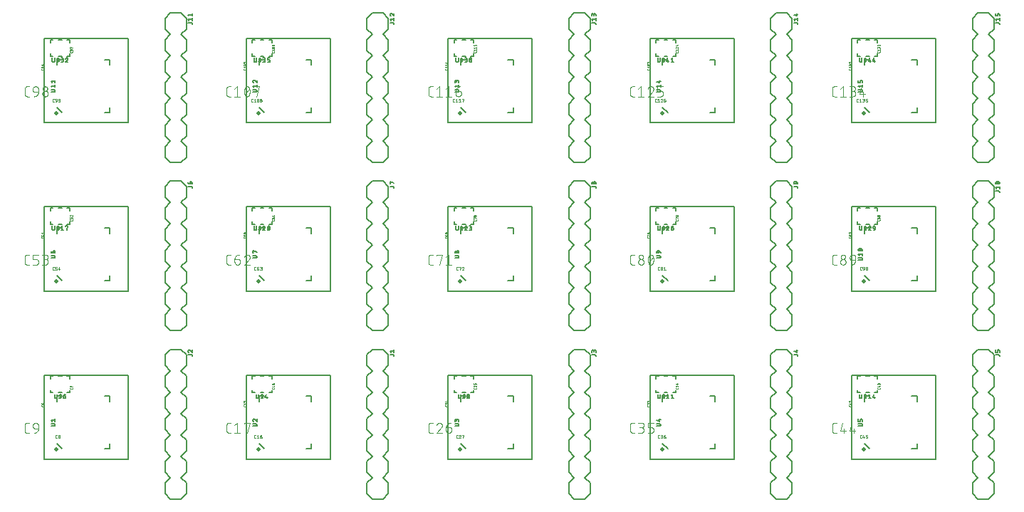
<source format=gbr>
G04 EAGLE Gerber X2 export*
%TF.Part,Single*%
%TF.FileFunction,Legend,Top,1*%
%TF.FilePolarity,Positive*%
%TF.GenerationSoftware,Autodesk,EAGLE,8.7.1*%
%TF.CreationDate,2018-04-12T23:37:32Z*%
G75*
%MOMM*%
%FSLAX34Y34*%
%LPD*%
%AMOC8*
5,1,8,0,0,1.08239X$1,22.5*%
G01*
%ADD10C,0.152400*%
%ADD11C,0.203200*%
%ADD12C,0.127000*%
%ADD13C,0.500000*%
%ADD14C,0.025400*%
%ADD15C,0.076200*%


D10*
X0Y0D02*
X0Y100000D01*
X100000Y100000D01*
X100000Y0D01*
X0Y0D01*
X240000Y0D02*
X240000Y100000D01*
X340000Y100000D01*
X340000Y0D01*
X240000Y0D01*
X480000Y0D02*
X480000Y100000D01*
X580000Y100000D01*
X580000Y0D01*
X480000Y0D01*
X720000Y0D02*
X720000Y100000D01*
X820000Y100000D01*
X820000Y0D01*
X720000Y0D01*
X960000Y0D02*
X960000Y100000D01*
X1060000Y100000D01*
X1060000Y0D01*
X960000Y0D01*
X0Y200000D02*
X0Y300000D01*
X100000Y300000D01*
X100000Y200000D01*
X0Y200000D01*
X240000Y200000D02*
X240000Y300000D01*
X340000Y300000D01*
X340000Y200000D01*
X240000Y200000D01*
X480000Y200000D02*
X480000Y300000D01*
X580000Y300000D01*
X580000Y200000D01*
X480000Y200000D01*
X720000Y200000D02*
X720000Y300000D01*
X820000Y300000D01*
X820000Y200000D01*
X720000Y200000D01*
X960000Y200000D02*
X960000Y300000D01*
X1060000Y300000D01*
X1060000Y200000D01*
X960000Y200000D01*
X0Y400000D02*
X0Y500000D01*
X100000Y500000D01*
X100000Y400000D01*
X0Y400000D01*
X240000Y400000D02*
X240000Y500000D01*
X340000Y500000D01*
X340000Y400000D01*
X240000Y400000D01*
X480000Y400000D02*
X480000Y500000D01*
X580000Y500000D01*
X580000Y400000D01*
X480000Y400000D01*
X720000Y400000D02*
X720000Y500000D01*
X820000Y500000D01*
X820000Y400000D01*
X720000Y400000D01*
X960000Y400000D02*
X960000Y500000D01*
X1060000Y500000D01*
X1060000Y400000D01*
X960000Y400000D01*
D11*
X169100Y-28250D02*
X169100Y-40950D01*
X162750Y-47300D01*
X150050Y-47300D02*
X143700Y-40950D01*
X169100Y-2850D02*
X162750Y3500D01*
X169100Y-2850D02*
X169100Y-15550D01*
X162750Y-21900D01*
X150050Y-21900D02*
X143700Y-15550D01*
X143700Y-2850D01*
X150050Y3500D01*
X162750Y-21900D02*
X169100Y-28250D01*
X150050Y-21900D02*
X143700Y-28250D01*
X143700Y-40950D01*
X169100Y35250D02*
X169100Y47950D01*
X169100Y35250D02*
X162750Y28900D01*
X150050Y28900D02*
X143700Y35250D01*
X162750Y28900D02*
X169100Y22550D01*
X169100Y9850D01*
X162750Y3500D01*
X150050Y3500D02*
X143700Y9850D01*
X143700Y22550D01*
X150050Y28900D01*
X169100Y73350D02*
X162750Y79700D01*
X169100Y73350D02*
X169100Y60650D01*
X162750Y54300D01*
X150050Y54300D02*
X143700Y60650D01*
X143700Y73350D01*
X150050Y79700D01*
X162750Y54300D02*
X169100Y47950D01*
X150050Y54300D02*
X143700Y47950D01*
X143700Y35250D01*
X169100Y111450D02*
X169100Y124150D01*
X169100Y111450D02*
X162750Y105100D01*
X150050Y105100D02*
X143700Y111450D01*
X162750Y105100D02*
X169100Y98750D01*
X169100Y86050D01*
X162750Y79700D01*
X150050Y79700D02*
X143700Y86050D01*
X143700Y98750D01*
X150050Y105100D01*
X150050Y130500D02*
X162750Y130500D01*
X169100Y124150D01*
X150050Y130500D02*
X143700Y124150D01*
X143700Y111450D01*
X150050Y-47300D02*
X162750Y-47300D01*
D12*
X171005Y124236D02*
X174759Y124236D01*
X174824Y124234D01*
X174888Y124228D01*
X174952Y124218D01*
X175016Y124205D01*
X175078Y124187D01*
X175139Y124166D01*
X175199Y124142D01*
X175257Y124113D01*
X175314Y124081D01*
X175368Y124046D01*
X175420Y124008D01*
X175470Y123966D01*
X175517Y123922D01*
X175561Y123875D01*
X175603Y123825D01*
X175641Y123773D01*
X175676Y123719D01*
X175708Y123662D01*
X175737Y123604D01*
X175761Y123544D01*
X175782Y123483D01*
X175800Y123421D01*
X175813Y123357D01*
X175823Y123293D01*
X175829Y123229D01*
X175831Y123164D01*
X175831Y122627D01*
X171005Y128658D02*
X171007Y128726D01*
X171013Y128793D01*
X171022Y128860D01*
X171035Y128927D01*
X171052Y128992D01*
X171073Y129057D01*
X171097Y129120D01*
X171125Y129182D01*
X171156Y129242D01*
X171190Y129300D01*
X171228Y129356D01*
X171268Y129411D01*
X171312Y129462D01*
X171359Y129511D01*
X171408Y129558D01*
X171459Y129602D01*
X171514Y129642D01*
X171570Y129680D01*
X171628Y129714D01*
X171688Y129745D01*
X171750Y129773D01*
X171813Y129797D01*
X171878Y129818D01*
X171943Y129835D01*
X172010Y129848D01*
X172077Y129857D01*
X172144Y129863D01*
X172212Y129865D01*
X171005Y128658D02*
X171007Y128580D01*
X171013Y128502D01*
X171023Y128425D01*
X171036Y128348D01*
X171054Y128272D01*
X171075Y128197D01*
X171100Y128123D01*
X171129Y128051D01*
X171161Y127980D01*
X171197Y127911D01*
X171236Y127843D01*
X171279Y127778D01*
X171325Y127715D01*
X171374Y127654D01*
X171426Y127596D01*
X171481Y127541D01*
X171538Y127488D01*
X171598Y127439D01*
X171661Y127392D01*
X171726Y127349D01*
X171792Y127309D01*
X171861Y127272D01*
X171932Y127239D01*
X172004Y127209D01*
X172078Y127183D01*
X173150Y129463D02*
X173101Y129512D01*
X173049Y129559D01*
X172994Y129602D01*
X172937Y129643D01*
X172878Y129681D01*
X172817Y129715D01*
X172754Y129746D01*
X172690Y129774D01*
X172624Y129798D01*
X172558Y129818D01*
X172490Y129835D01*
X172421Y129848D01*
X172352Y129857D01*
X172282Y129863D01*
X172212Y129865D01*
X173150Y129463D02*
X175831Y127184D01*
X175831Y129865D01*
D11*
X30557Y79091D02*
X27357Y79091D01*
X30557Y79091D02*
X30557Y82291D01*
X10357Y98491D02*
X7157Y98491D01*
X7157Y95291D01*
X30557Y95291D02*
X30557Y98491D01*
X27357Y98491D01*
X7157Y82291D02*
X7157Y79091D01*
X10357Y79091D01*
X16957Y98491D02*
X20757Y98491D01*
X20757Y79091D02*
X16957Y79091D01*
D12*
X12304Y77156D02*
X12304Y73671D01*
X12306Y73600D01*
X12312Y73528D01*
X12321Y73458D01*
X12334Y73388D01*
X12351Y73318D01*
X12372Y73250D01*
X12396Y73183D01*
X12424Y73117D01*
X12455Y73053D01*
X12490Y72990D01*
X12528Y72930D01*
X12569Y72871D01*
X12613Y72815D01*
X12660Y72761D01*
X12709Y72710D01*
X12762Y72662D01*
X12817Y72616D01*
X12874Y72574D01*
X12934Y72534D01*
X12995Y72498D01*
X13059Y72465D01*
X13124Y72436D01*
X13190Y72410D01*
X13258Y72387D01*
X13327Y72368D01*
X13397Y72353D01*
X13467Y72342D01*
X13538Y72334D01*
X13609Y72330D01*
X13681Y72330D01*
X13752Y72334D01*
X13823Y72342D01*
X13893Y72353D01*
X13963Y72368D01*
X14032Y72387D01*
X14100Y72410D01*
X14166Y72436D01*
X14231Y72465D01*
X14295Y72498D01*
X14356Y72534D01*
X14416Y72574D01*
X14473Y72616D01*
X14528Y72662D01*
X14581Y72710D01*
X14630Y72761D01*
X14677Y72815D01*
X14721Y72871D01*
X14762Y72930D01*
X14800Y72990D01*
X14835Y73053D01*
X14866Y73117D01*
X14894Y73183D01*
X14918Y73250D01*
X14939Y73318D01*
X14956Y73388D01*
X14969Y73458D01*
X14978Y73528D01*
X14984Y73600D01*
X14986Y73671D01*
X14985Y73671D02*
X14985Y77156D01*
X18948Y77156D02*
X18948Y72330D01*
X18948Y74743D02*
X18278Y75145D01*
X18231Y75175D01*
X18187Y75209D01*
X18145Y75245D01*
X18106Y75284D01*
X18069Y75325D01*
X18036Y75370D01*
X18006Y75416D01*
X17978Y75464D01*
X17955Y75514D01*
X17935Y75566D01*
X17918Y75619D01*
X17905Y75672D01*
X17896Y75727D01*
X17891Y75782D01*
X17889Y75838D01*
X17891Y75893D01*
X17897Y75948D01*
X17907Y76002D01*
X17921Y76056D01*
X17938Y76109D01*
X17959Y76160D01*
X17984Y76210D01*
X18011Y76258D01*
X18042Y76303D01*
X18077Y76347D01*
X18114Y76388D01*
X18153Y76427D01*
X18196Y76462D01*
X18241Y76495D01*
X18287Y76525D01*
X18336Y76551D01*
X18387Y76573D01*
X18439Y76593D01*
X18492Y76608D01*
X18546Y76620D01*
X18546Y76619D02*
X18635Y76634D01*
X18725Y76644D01*
X18815Y76651D01*
X18905Y76654D01*
X18995Y76653D01*
X19085Y76648D01*
X19174Y76640D01*
X19264Y76627D01*
X19352Y76611D01*
X19440Y76591D01*
X19527Y76568D01*
X19613Y76541D01*
X19697Y76510D01*
X19781Y76475D01*
X19862Y76437D01*
X19943Y76396D01*
X20021Y76351D01*
X18948Y74743D02*
X19618Y74341D01*
X19665Y74311D01*
X19709Y74277D01*
X19751Y74241D01*
X19790Y74202D01*
X19827Y74161D01*
X19860Y74116D01*
X19890Y74070D01*
X19918Y74022D01*
X19941Y73972D01*
X19961Y73920D01*
X19978Y73867D01*
X19991Y73814D01*
X20000Y73759D01*
X20005Y73704D01*
X20007Y73648D01*
X20005Y73593D01*
X19999Y73538D01*
X19989Y73484D01*
X19975Y73430D01*
X19958Y73377D01*
X19937Y73326D01*
X19912Y73276D01*
X19885Y73228D01*
X19854Y73182D01*
X19819Y73139D01*
X19782Y73098D01*
X19743Y73059D01*
X19700Y73024D01*
X19655Y72991D01*
X19608Y72961D01*
X19560Y72935D01*
X19509Y72913D01*
X19457Y72893D01*
X19404Y72878D01*
X19350Y72866D01*
X19350Y72867D02*
X19261Y72852D01*
X19171Y72842D01*
X19081Y72835D01*
X18991Y72832D01*
X18901Y72833D01*
X18811Y72838D01*
X18722Y72846D01*
X18632Y72859D01*
X18544Y72875D01*
X18456Y72895D01*
X18369Y72918D01*
X18283Y72945D01*
X18199Y72976D01*
X18115Y73011D01*
X18034Y73049D01*
X17954Y73090D01*
X17875Y73135D01*
X22728Y75011D02*
X24337Y75011D01*
X24402Y75009D01*
X24466Y75003D01*
X24530Y74993D01*
X24594Y74980D01*
X24656Y74962D01*
X24717Y74941D01*
X24777Y74917D01*
X24835Y74888D01*
X24892Y74856D01*
X24946Y74821D01*
X24998Y74783D01*
X25048Y74741D01*
X25095Y74697D01*
X25139Y74650D01*
X25181Y74600D01*
X25219Y74548D01*
X25254Y74494D01*
X25286Y74437D01*
X25315Y74379D01*
X25339Y74319D01*
X25360Y74258D01*
X25378Y74196D01*
X25391Y74132D01*
X25401Y74068D01*
X25407Y74004D01*
X25409Y73939D01*
X25409Y73671D01*
X25410Y73671D02*
X25408Y73600D01*
X25402Y73528D01*
X25393Y73458D01*
X25380Y73388D01*
X25363Y73318D01*
X25342Y73250D01*
X25318Y73183D01*
X25290Y73117D01*
X25259Y73053D01*
X25224Y72990D01*
X25186Y72930D01*
X25145Y72871D01*
X25101Y72815D01*
X25054Y72761D01*
X25005Y72710D01*
X24952Y72662D01*
X24897Y72616D01*
X24840Y72574D01*
X24780Y72534D01*
X24719Y72498D01*
X24655Y72465D01*
X24590Y72436D01*
X24524Y72410D01*
X24456Y72387D01*
X24387Y72368D01*
X24317Y72353D01*
X24247Y72342D01*
X24176Y72334D01*
X24105Y72330D01*
X24033Y72330D01*
X23962Y72334D01*
X23891Y72342D01*
X23821Y72353D01*
X23751Y72368D01*
X23682Y72387D01*
X23614Y72410D01*
X23548Y72436D01*
X23483Y72465D01*
X23419Y72498D01*
X23358Y72534D01*
X23298Y72574D01*
X23241Y72616D01*
X23186Y72662D01*
X23133Y72710D01*
X23084Y72761D01*
X23037Y72815D01*
X22993Y72871D01*
X22952Y72930D01*
X22914Y72990D01*
X22879Y73053D01*
X22848Y73117D01*
X22820Y73183D01*
X22796Y73250D01*
X22775Y73318D01*
X22758Y73388D01*
X22745Y73458D01*
X22736Y73528D01*
X22730Y73600D01*
X22728Y73671D01*
X22728Y75011D01*
X22730Y75102D01*
X22736Y75193D01*
X22745Y75283D01*
X22759Y75374D01*
X22776Y75463D01*
X22797Y75551D01*
X22822Y75639D01*
X22851Y75726D01*
X22883Y75811D01*
X22918Y75895D01*
X22958Y75977D01*
X23000Y76057D01*
X23046Y76136D01*
X23096Y76212D01*
X23148Y76286D01*
X23204Y76359D01*
X23263Y76428D01*
X23324Y76495D01*
X23389Y76560D01*
X23456Y76621D01*
X23525Y76680D01*
X23597Y76736D01*
X23672Y76788D01*
X23748Y76838D01*
X23827Y76884D01*
X23907Y76926D01*
X23989Y76966D01*
X24073Y77001D01*
X24158Y77033D01*
X24245Y77062D01*
X24332Y77087D01*
X24421Y77108D01*
X24510Y77125D01*
X24601Y77139D01*
X24691Y77148D01*
X24782Y77154D01*
X24873Y77156D01*
D11*
X71462Y12230D02*
X77732Y12230D01*
X77732Y18500D01*
X77732Y74770D02*
X71462Y74770D01*
X15192Y74770D02*
X15192Y68500D01*
X77732Y68500D02*
X77732Y74770D01*
X21462Y74770D02*
X15192Y74770D01*
X15192Y18500D02*
X21462Y12230D01*
D13*
X14462Y11500D03*
D12*
X11487Y39325D02*
X8001Y39325D01*
X11487Y39324D02*
X11558Y39326D01*
X11630Y39332D01*
X11700Y39341D01*
X11770Y39354D01*
X11840Y39371D01*
X11908Y39392D01*
X11975Y39416D01*
X12041Y39444D01*
X12105Y39475D01*
X12168Y39510D01*
X12228Y39548D01*
X12287Y39589D01*
X12343Y39633D01*
X12397Y39680D01*
X12448Y39729D01*
X12496Y39782D01*
X12542Y39837D01*
X12584Y39894D01*
X12624Y39954D01*
X12660Y40015D01*
X12693Y40079D01*
X12722Y40144D01*
X12748Y40210D01*
X12771Y40278D01*
X12790Y40347D01*
X12805Y40417D01*
X12816Y40487D01*
X12824Y40558D01*
X12828Y40629D01*
X12828Y40701D01*
X12824Y40772D01*
X12816Y40843D01*
X12805Y40913D01*
X12790Y40983D01*
X12771Y41052D01*
X12748Y41120D01*
X12722Y41186D01*
X12693Y41251D01*
X12660Y41315D01*
X12624Y41376D01*
X12584Y41436D01*
X12542Y41493D01*
X12496Y41548D01*
X12448Y41601D01*
X12397Y41650D01*
X12343Y41697D01*
X12287Y41741D01*
X12228Y41782D01*
X12168Y41820D01*
X12105Y41855D01*
X12041Y41886D01*
X11975Y41914D01*
X11908Y41938D01*
X11840Y41959D01*
X11770Y41976D01*
X11700Y41989D01*
X11630Y41998D01*
X11558Y42004D01*
X11487Y42006D01*
X8001Y42006D01*
X9074Y44994D02*
X8001Y46335D01*
X12827Y46335D01*
X12827Y47675D02*
X12827Y44994D01*
D14*
X-302Y63519D02*
X-302Y64144D01*
X-301Y63519D02*
X-303Y63470D01*
X-309Y63421D01*
X-318Y63373D01*
X-332Y63326D01*
X-349Y63280D01*
X-369Y63235D01*
X-393Y63192D01*
X-420Y63152D01*
X-451Y63113D01*
X-484Y63077D01*
X-520Y63044D01*
X-559Y63013D01*
X-599Y62986D01*
X-642Y62962D01*
X-687Y62942D01*
X-733Y62925D01*
X-780Y62911D01*
X-828Y62902D01*
X-877Y62896D01*
X-926Y62894D01*
X-926Y62895D02*
X-2488Y62895D01*
X-2488Y62894D02*
X-2537Y62896D01*
X-2586Y62902D01*
X-2634Y62911D01*
X-2681Y62925D01*
X-2727Y62942D01*
X-2772Y62962D01*
X-2815Y62986D01*
X-2855Y63013D01*
X-2894Y63044D01*
X-2930Y63077D01*
X-2963Y63113D01*
X-2994Y63152D01*
X-3021Y63192D01*
X-3045Y63235D01*
X-3065Y63280D01*
X-3082Y63326D01*
X-3096Y63373D01*
X-3105Y63421D01*
X-3111Y63470D01*
X-3113Y63519D01*
X-3113Y64144D01*
X-1863Y65202D02*
X-1863Y66139D01*
X-1864Y66139D02*
X-1862Y66188D01*
X-1856Y66237D01*
X-1847Y66285D01*
X-1833Y66332D01*
X-1816Y66378D01*
X-1796Y66423D01*
X-1772Y66466D01*
X-1745Y66506D01*
X-1714Y66545D01*
X-1681Y66581D01*
X-1645Y66614D01*
X-1606Y66645D01*
X-1566Y66672D01*
X-1523Y66696D01*
X-1478Y66716D01*
X-1432Y66733D01*
X-1385Y66747D01*
X-1337Y66756D01*
X-1288Y66762D01*
X-1239Y66764D01*
X-1083Y66764D01*
X-1027Y66762D01*
X-972Y66756D01*
X-917Y66746D01*
X-863Y66732D01*
X-810Y66715D01*
X-759Y66693D01*
X-709Y66668D01*
X-661Y66640D01*
X-615Y66608D01*
X-572Y66573D01*
X-531Y66535D01*
X-493Y66494D01*
X-458Y66451D01*
X-426Y66405D01*
X-398Y66357D01*
X-373Y66307D01*
X-351Y66256D01*
X-334Y66203D01*
X-320Y66149D01*
X-310Y66094D01*
X-304Y66039D01*
X-302Y65983D01*
X-304Y65927D01*
X-310Y65872D01*
X-320Y65817D01*
X-334Y65763D01*
X-351Y65710D01*
X-373Y65659D01*
X-398Y65609D01*
X-426Y65561D01*
X-458Y65515D01*
X-493Y65472D01*
X-531Y65431D01*
X-572Y65393D01*
X-615Y65358D01*
X-661Y65326D01*
X-709Y65298D01*
X-759Y65273D01*
X-810Y65251D01*
X-863Y65234D01*
X-917Y65220D01*
X-972Y65210D01*
X-1027Y65204D01*
X-1083Y65202D01*
X-1863Y65202D01*
X-1863Y65201D02*
X-1933Y65203D01*
X-2003Y65209D01*
X-2072Y65219D01*
X-2141Y65232D01*
X-2209Y65250D01*
X-2276Y65271D01*
X-2341Y65296D01*
X-2405Y65325D01*
X-2468Y65357D01*
X-2528Y65393D01*
X-2586Y65432D01*
X-2642Y65474D01*
X-2696Y65519D01*
X-2747Y65567D01*
X-2795Y65618D01*
X-2840Y65672D01*
X-2882Y65728D01*
X-2921Y65786D01*
X-2957Y65846D01*
X-2989Y65909D01*
X-3018Y65973D01*
X-3043Y66038D01*
X-3064Y66105D01*
X-3082Y66173D01*
X-3095Y66242D01*
X-3105Y66311D01*
X-3111Y66381D01*
X-3113Y66451D01*
X33463Y84146D02*
X33463Y84771D01*
X33463Y84146D02*
X33461Y84097D01*
X33455Y84048D01*
X33446Y84000D01*
X33432Y83953D01*
X33415Y83907D01*
X33395Y83862D01*
X33371Y83819D01*
X33344Y83779D01*
X33313Y83740D01*
X33280Y83704D01*
X33244Y83671D01*
X33205Y83640D01*
X33165Y83613D01*
X33122Y83589D01*
X33077Y83569D01*
X33031Y83552D01*
X32984Y83538D01*
X32936Y83529D01*
X32887Y83523D01*
X32838Y83521D01*
X31276Y83521D01*
X31227Y83523D01*
X31178Y83529D01*
X31130Y83538D01*
X31083Y83552D01*
X31037Y83569D01*
X30992Y83589D01*
X30949Y83613D01*
X30909Y83640D01*
X30870Y83671D01*
X30834Y83704D01*
X30801Y83740D01*
X30770Y83779D01*
X30743Y83819D01*
X30719Y83862D01*
X30699Y83907D01*
X30682Y83953D01*
X30668Y84000D01*
X30659Y84048D01*
X30653Y84097D01*
X30651Y84146D01*
X30651Y84771D01*
X30651Y85829D02*
X30964Y85829D01*
X30651Y85829D02*
X30651Y87390D01*
X33463Y86609D01*
D15*
X-17927Y31205D02*
X-20579Y31205D01*
X-20681Y31207D01*
X-20782Y31213D01*
X-20883Y31223D01*
X-20984Y31236D01*
X-21084Y31254D01*
X-21183Y31275D01*
X-21282Y31300D01*
X-21379Y31329D01*
X-21476Y31361D01*
X-21571Y31397D01*
X-21664Y31437D01*
X-21756Y31480D01*
X-21846Y31527D01*
X-21935Y31578D01*
X-22021Y31631D01*
X-22105Y31688D01*
X-22187Y31748D01*
X-22267Y31811D01*
X-22344Y31877D01*
X-22419Y31946D01*
X-22491Y32018D01*
X-22560Y32093D01*
X-22626Y32170D01*
X-22689Y32250D01*
X-22749Y32332D01*
X-22806Y32416D01*
X-22859Y32502D01*
X-22910Y32591D01*
X-22957Y32681D01*
X-23000Y32773D01*
X-23040Y32866D01*
X-23076Y32961D01*
X-23108Y33058D01*
X-23137Y33155D01*
X-23162Y33254D01*
X-23183Y33353D01*
X-23201Y33453D01*
X-23214Y33554D01*
X-23224Y33655D01*
X-23230Y33756D01*
X-23232Y33858D01*
X-23232Y40490D01*
X-23230Y40592D01*
X-23224Y40693D01*
X-23214Y40794D01*
X-23201Y40895D01*
X-23183Y40995D01*
X-23162Y41094D01*
X-23137Y41193D01*
X-23108Y41290D01*
X-23076Y41387D01*
X-23040Y41482D01*
X-23000Y41575D01*
X-22957Y41667D01*
X-22910Y41757D01*
X-22859Y41846D01*
X-22806Y41932D01*
X-22749Y42016D01*
X-22689Y42098D01*
X-22626Y42178D01*
X-22560Y42255D01*
X-22491Y42330D01*
X-22419Y42402D01*
X-22344Y42471D01*
X-22267Y42537D01*
X-22187Y42600D01*
X-22105Y42660D01*
X-22021Y42717D01*
X-21935Y42770D01*
X-21846Y42821D01*
X-21756Y42868D01*
X-21664Y42911D01*
X-21571Y42951D01*
X-21476Y42987D01*
X-21379Y43019D01*
X-21282Y43048D01*
X-21183Y43073D01*
X-21084Y43094D01*
X-20984Y43112D01*
X-20883Y43125D01*
X-20782Y43135D01*
X-20681Y43141D01*
X-20579Y43143D01*
X-17927Y43143D01*
X-11025Y36511D02*
X-7046Y36511D01*
X-11025Y36511D02*
X-11127Y36513D01*
X-11228Y36519D01*
X-11329Y36529D01*
X-11430Y36542D01*
X-11530Y36560D01*
X-11629Y36581D01*
X-11728Y36606D01*
X-11825Y36635D01*
X-11922Y36667D01*
X-12017Y36703D01*
X-12110Y36743D01*
X-12202Y36786D01*
X-12292Y36833D01*
X-12381Y36884D01*
X-12467Y36937D01*
X-12551Y36994D01*
X-12633Y37054D01*
X-12713Y37117D01*
X-12790Y37183D01*
X-12865Y37252D01*
X-12937Y37324D01*
X-13006Y37399D01*
X-13072Y37476D01*
X-13135Y37556D01*
X-13195Y37638D01*
X-13252Y37722D01*
X-13305Y37808D01*
X-13356Y37897D01*
X-13403Y37987D01*
X-13446Y38079D01*
X-13486Y38172D01*
X-13522Y38267D01*
X-13554Y38364D01*
X-13583Y38461D01*
X-13608Y38560D01*
X-13629Y38659D01*
X-13647Y38759D01*
X-13660Y38860D01*
X-13670Y38961D01*
X-13676Y39062D01*
X-13678Y39164D01*
X-13678Y39827D01*
X-13676Y39941D01*
X-13670Y40056D01*
X-13660Y40170D01*
X-13646Y40283D01*
X-13629Y40397D01*
X-13607Y40509D01*
X-13582Y40621D01*
X-13552Y40731D01*
X-13519Y40841D01*
X-13482Y40949D01*
X-13442Y41056D01*
X-13397Y41162D01*
X-13350Y41266D01*
X-13298Y41368D01*
X-13243Y41468D01*
X-13185Y41567D01*
X-13123Y41663D01*
X-13058Y41758D01*
X-12990Y41849D01*
X-12918Y41939D01*
X-12844Y42026D01*
X-12767Y42110D01*
X-12686Y42192D01*
X-12603Y42271D01*
X-12518Y42347D01*
X-12429Y42420D01*
X-12339Y42489D01*
X-12246Y42556D01*
X-12150Y42619D01*
X-12053Y42679D01*
X-11953Y42736D01*
X-11852Y42789D01*
X-11749Y42839D01*
X-11644Y42885D01*
X-11538Y42928D01*
X-11430Y42966D01*
X-11321Y43001D01*
X-11211Y43032D01*
X-11100Y43060D01*
X-10988Y43083D01*
X-10875Y43103D01*
X-10762Y43119D01*
X-10648Y43131D01*
X-10534Y43139D01*
X-10419Y43143D01*
X-10305Y43143D01*
X-10190Y43139D01*
X-10076Y43131D01*
X-9962Y43119D01*
X-9849Y43103D01*
X-9736Y43083D01*
X-9624Y43060D01*
X-9513Y43032D01*
X-9403Y43001D01*
X-9294Y42966D01*
X-9186Y42928D01*
X-9080Y42885D01*
X-8975Y42839D01*
X-8872Y42789D01*
X-8771Y42736D01*
X-8671Y42679D01*
X-8574Y42619D01*
X-8478Y42556D01*
X-8385Y42489D01*
X-8295Y42420D01*
X-8206Y42347D01*
X-8121Y42271D01*
X-8038Y42192D01*
X-7957Y42110D01*
X-7880Y42026D01*
X-7806Y41939D01*
X-7734Y41849D01*
X-7666Y41758D01*
X-7601Y41663D01*
X-7539Y41567D01*
X-7481Y41468D01*
X-7426Y41368D01*
X-7374Y41266D01*
X-7327Y41162D01*
X-7282Y41056D01*
X-7242Y40949D01*
X-7205Y40841D01*
X-7172Y40731D01*
X-7142Y40621D01*
X-7117Y40509D01*
X-7095Y40397D01*
X-7078Y40283D01*
X-7064Y40170D01*
X-7054Y40056D01*
X-7048Y39941D01*
X-7046Y39827D01*
X-7046Y36511D01*
X-7048Y36367D01*
X-7054Y36224D01*
X-7064Y36080D01*
X-7077Y35937D01*
X-7095Y35795D01*
X-7116Y35653D01*
X-7141Y35511D01*
X-7170Y35370D01*
X-7203Y35230D01*
X-7239Y35091D01*
X-7280Y34954D01*
X-7324Y34817D01*
X-7371Y34681D01*
X-7423Y34547D01*
X-7478Y34414D01*
X-7536Y34283D01*
X-7599Y34153D01*
X-7664Y34026D01*
X-7733Y33900D01*
X-7806Y33775D01*
X-7881Y33653D01*
X-7960Y33533D01*
X-8043Y33415D01*
X-8128Y33300D01*
X-8216Y33187D01*
X-8308Y33076D01*
X-8402Y32968D01*
X-8500Y32862D01*
X-8600Y32759D01*
X-8703Y32659D01*
X-8809Y32561D01*
X-8917Y32467D01*
X-9028Y32375D01*
X-9141Y32287D01*
X-9257Y32202D01*
X-9374Y32119D01*
X-9494Y32040D01*
X-9616Y31965D01*
X-9741Y31892D01*
X-9867Y31823D01*
X-9995Y31757D01*
X-10124Y31695D01*
X-10255Y31637D01*
X-10388Y31582D01*
X-10522Y31530D01*
X-10658Y31483D01*
X-10795Y31439D01*
X-10933Y31398D01*
X-11071Y31362D01*
X-11211Y31329D01*
X-11352Y31300D01*
X-11494Y31275D01*
X-11636Y31254D01*
X-11778Y31236D01*
X-11921Y31223D01*
X-12065Y31213D01*
X-12208Y31207D01*
X-12352Y31205D01*
D14*
X14333Y24846D02*
X15181Y24846D01*
X14333Y24846D02*
X14278Y24848D01*
X14222Y24853D01*
X14168Y24862D01*
X14114Y24875D01*
X14060Y24891D01*
X14008Y24911D01*
X13958Y24933D01*
X13909Y24960D01*
X13862Y24989D01*
X13817Y25021D01*
X13774Y25056D01*
X13733Y25094D01*
X13695Y25135D01*
X13660Y25178D01*
X13628Y25223D01*
X13599Y25270D01*
X13572Y25319D01*
X13550Y25369D01*
X13530Y25421D01*
X13514Y25475D01*
X13501Y25529D01*
X13492Y25583D01*
X13487Y25639D01*
X13485Y25694D01*
X13485Y27814D01*
X13487Y27869D01*
X13492Y27925D01*
X13501Y27979D01*
X13514Y28033D01*
X13530Y28087D01*
X13550Y28139D01*
X13572Y28189D01*
X13599Y28238D01*
X13628Y28285D01*
X13660Y28330D01*
X13695Y28373D01*
X13733Y28414D01*
X13774Y28452D01*
X13817Y28487D01*
X13862Y28519D01*
X13909Y28548D01*
X13958Y28575D01*
X14008Y28597D01*
X14060Y28617D01*
X14114Y28633D01*
X14168Y28646D01*
X14222Y28655D01*
X14278Y28660D01*
X14333Y28662D01*
X15181Y28662D01*
X16547Y25906D02*
X16549Y25970D01*
X16555Y26034D01*
X16564Y26097D01*
X16578Y26160D01*
X16595Y26221D01*
X16616Y26282D01*
X16640Y26341D01*
X16668Y26399D01*
X16700Y26454D01*
X16735Y26508D01*
X16773Y26560D01*
X16814Y26609D01*
X16857Y26656D01*
X16904Y26699D01*
X16953Y26740D01*
X17005Y26778D01*
X17059Y26813D01*
X17114Y26845D01*
X17172Y26873D01*
X17231Y26897D01*
X17292Y26918D01*
X17353Y26935D01*
X17416Y26949D01*
X17479Y26958D01*
X17543Y26964D01*
X17607Y26966D01*
X17671Y26964D01*
X17735Y26958D01*
X17798Y26949D01*
X17861Y26935D01*
X17922Y26918D01*
X17983Y26897D01*
X18042Y26873D01*
X18100Y26845D01*
X18155Y26813D01*
X18209Y26778D01*
X18261Y26740D01*
X18310Y26699D01*
X18357Y26656D01*
X18400Y26609D01*
X18441Y26560D01*
X18479Y26508D01*
X18514Y26454D01*
X18546Y26399D01*
X18574Y26341D01*
X18598Y26282D01*
X18619Y26221D01*
X18636Y26160D01*
X18650Y26097D01*
X18659Y26034D01*
X18665Y25970D01*
X18667Y25906D01*
X18665Y25842D01*
X18659Y25778D01*
X18650Y25715D01*
X18636Y25652D01*
X18619Y25591D01*
X18598Y25530D01*
X18574Y25471D01*
X18546Y25413D01*
X18514Y25358D01*
X18479Y25304D01*
X18441Y25252D01*
X18400Y25203D01*
X18357Y25156D01*
X18310Y25113D01*
X18261Y25072D01*
X18209Y25034D01*
X18155Y24999D01*
X18100Y24967D01*
X18042Y24939D01*
X17983Y24915D01*
X17922Y24894D01*
X17861Y24877D01*
X17798Y24863D01*
X17735Y24854D01*
X17671Y24848D01*
X17607Y24846D01*
X17543Y24848D01*
X17479Y24854D01*
X17416Y24863D01*
X17353Y24877D01*
X17292Y24894D01*
X17231Y24915D01*
X17172Y24939D01*
X17114Y24967D01*
X17059Y24999D01*
X17005Y25034D01*
X16953Y25072D01*
X16904Y25113D01*
X16857Y25156D01*
X16814Y25203D01*
X16773Y25252D01*
X16735Y25304D01*
X16700Y25358D01*
X16668Y25413D01*
X16640Y25471D01*
X16616Y25530D01*
X16595Y25591D01*
X16578Y25652D01*
X16564Y25715D01*
X16555Y25778D01*
X16549Y25842D01*
X16547Y25906D01*
X16759Y27814D02*
X16761Y27871D01*
X16767Y27927D01*
X16776Y27983D01*
X16789Y28038D01*
X16806Y28092D01*
X16826Y28145D01*
X16850Y28196D01*
X16877Y28246D01*
X16908Y28294D01*
X16941Y28340D01*
X16978Y28383D01*
X17017Y28424D01*
X17060Y28462D01*
X17104Y28497D01*
X17151Y28529D01*
X17199Y28558D01*
X17250Y28583D01*
X17302Y28605D01*
X17356Y28624D01*
X17410Y28639D01*
X17466Y28650D01*
X17522Y28658D01*
X17579Y28662D01*
X17635Y28662D01*
X17692Y28658D01*
X17748Y28650D01*
X17804Y28639D01*
X17858Y28624D01*
X17912Y28605D01*
X17964Y28583D01*
X18015Y28558D01*
X18063Y28529D01*
X18110Y28497D01*
X18154Y28462D01*
X18197Y28424D01*
X18236Y28383D01*
X18273Y28340D01*
X18306Y28294D01*
X18337Y28246D01*
X18364Y28196D01*
X18388Y28145D01*
X18408Y28092D01*
X18425Y28038D01*
X18438Y27983D01*
X18447Y27927D01*
X18453Y27871D01*
X18455Y27814D01*
X18453Y27757D01*
X18447Y27701D01*
X18438Y27645D01*
X18425Y27590D01*
X18408Y27536D01*
X18388Y27483D01*
X18364Y27432D01*
X18337Y27382D01*
X18306Y27334D01*
X18273Y27288D01*
X18236Y27245D01*
X18197Y27204D01*
X18154Y27166D01*
X18110Y27131D01*
X18063Y27099D01*
X18015Y27070D01*
X17964Y27045D01*
X17912Y27023D01*
X17858Y27004D01*
X17804Y26989D01*
X17748Y26978D01*
X17692Y26970D01*
X17635Y26966D01*
X17579Y26966D01*
X17522Y26970D01*
X17466Y26978D01*
X17410Y26989D01*
X17356Y27004D01*
X17302Y27023D01*
X17250Y27045D01*
X17199Y27070D01*
X17151Y27099D01*
X17104Y27131D01*
X17060Y27166D01*
X17017Y27204D01*
X16978Y27245D01*
X16941Y27288D01*
X16908Y27334D01*
X16877Y27382D01*
X16850Y27432D01*
X16826Y27483D01*
X16806Y27536D01*
X16789Y27590D01*
X16776Y27645D01*
X16767Y27701D01*
X16761Y27757D01*
X16759Y27814D01*
D11*
X409100Y-28250D02*
X409100Y-40950D01*
X402750Y-47300D01*
X390050Y-47300D02*
X383700Y-40950D01*
X409100Y-2850D02*
X402750Y3500D01*
X409100Y-2850D02*
X409100Y-15550D01*
X402750Y-21900D01*
X390050Y-21900D02*
X383700Y-15550D01*
X383700Y-2850D01*
X390050Y3500D01*
X402750Y-21900D02*
X409100Y-28250D01*
X390050Y-21900D02*
X383700Y-28250D01*
X383700Y-40950D01*
X409100Y35250D02*
X409100Y47950D01*
X409100Y35250D02*
X402750Y28900D01*
X390050Y28900D02*
X383700Y35250D01*
X402750Y28900D02*
X409100Y22550D01*
X409100Y9850D01*
X402750Y3500D01*
X390050Y3500D02*
X383700Y9850D01*
X383700Y22550D01*
X390050Y28900D01*
X409100Y73350D02*
X402750Y79700D01*
X409100Y73350D02*
X409100Y60650D01*
X402750Y54300D01*
X390050Y54300D02*
X383700Y60650D01*
X383700Y73350D01*
X390050Y79700D01*
X402750Y54300D02*
X409100Y47950D01*
X390050Y54300D02*
X383700Y47950D01*
X383700Y35250D01*
X409100Y111450D02*
X409100Y124150D01*
X409100Y111450D02*
X402750Y105100D01*
X390050Y105100D02*
X383700Y111450D01*
X402750Y105100D02*
X409100Y98750D01*
X409100Y86050D01*
X402750Y79700D01*
X390050Y79700D02*
X383700Y86050D01*
X383700Y98750D01*
X390050Y105100D01*
X390050Y130500D02*
X402750Y130500D01*
X409100Y124150D01*
X390050Y130500D02*
X383700Y124150D01*
X383700Y111450D01*
X390050Y-47300D02*
X402750Y-47300D01*
D12*
X411005Y124236D02*
X414759Y124236D01*
X414824Y124234D01*
X414888Y124228D01*
X414952Y124218D01*
X415016Y124205D01*
X415078Y124187D01*
X415139Y124166D01*
X415199Y124142D01*
X415257Y124113D01*
X415314Y124081D01*
X415368Y124046D01*
X415420Y124008D01*
X415470Y123966D01*
X415517Y123922D01*
X415561Y123875D01*
X415603Y123825D01*
X415641Y123773D01*
X415676Y123719D01*
X415708Y123662D01*
X415737Y123604D01*
X415761Y123544D01*
X415782Y123483D01*
X415800Y123421D01*
X415813Y123357D01*
X415823Y123293D01*
X415829Y123229D01*
X415831Y123164D01*
X415831Y122627D01*
X412077Y127184D02*
X411005Y128524D01*
X415831Y128524D01*
X415831Y127184D02*
X415831Y129865D01*
D11*
X270557Y79091D02*
X267357Y79091D01*
X270557Y79091D02*
X270557Y82291D01*
X250357Y98491D02*
X247157Y98491D01*
X247157Y95291D01*
X270557Y95291D02*
X270557Y98491D01*
X267357Y98491D01*
X247157Y82291D02*
X247157Y79091D01*
X250357Y79091D01*
X256957Y98491D02*
X260757Y98491D01*
X260757Y79091D02*
X256957Y79091D01*
D12*
X252304Y77156D02*
X252304Y73671D01*
X252306Y73600D01*
X252312Y73528D01*
X252321Y73458D01*
X252334Y73388D01*
X252351Y73318D01*
X252372Y73250D01*
X252396Y73183D01*
X252424Y73117D01*
X252455Y73053D01*
X252490Y72990D01*
X252528Y72930D01*
X252569Y72871D01*
X252613Y72815D01*
X252660Y72761D01*
X252709Y72710D01*
X252762Y72662D01*
X252817Y72616D01*
X252874Y72574D01*
X252934Y72534D01*
X252995Y72498D01*
X253059Y72465D01*
X253124Y72436D01*
X253190Y72410D01*
X253258Y72387D01*
X253327Y72368D01*
X253397Y72353D01*
X253467Y72342D01*
X253538Y72334D01*
X253609Y72330D01*
X253681Y72330D01*
X253752Y72334D01*
X253823Y72342D01*
X253893Y72353D01*
X253963Y72368D01*
X254032Y72387D01*
X254100Y72410D01*
X254166Y72436D01*
X254231Y72465D01*
X254295Y72498D01*
X254356Y72534D01*
X254416Y72574D01*
X254473Y72616D01*
X254528Y72662D01*
X254581Y72710D01*
X254630Y72761D01*
X254677Y72815D01*
X254721Y72871D01*
X254762Y72930D01*
X254800Y72990D01*
X254835Y73053D01*
X254866Y73117D01*
X254894Y73183D01*
X254918Y73250D01*
X254939Y73318D01*
X254956Y73388D01*
X254969Y73458D01*
X254978Y73528D01*
X254984Y73600D01*
X254986Y73671D01*
X254985Y73671D02*
X254985Y77156D01*
X258948Y77156D02*
X258948Y72330D01*
X258948Y74743D02*
X258278Y75145D01*
X258231Y75175D01*
X258187Y75209D01*
X258145Y75245D01*
X258106Y75284D01*
X258069Y75325D01*
X258036Y75370D01*
X258006Y75416D01*
X257978Y75464D01*
X257955Y75514D01*
X257935Y75566D01*
X257918Y75619D01*
X257905Y75672D01*
X257896Y75727D01*
X257891Y75782D01*
X257889Y75838D01*
X257891Y75893D01*
X257897Y75948D01*
X257907Y76002D01*
X257921Y76056D01*
X257938Y76109D01*
X257959Y76160D01*
X257984Y76210D01*
X258011Y76258D01*
X258042Y76303D01*
X258077Y76347D01*
X258114Y76388D01*
X258153Y76427D01*
X258196Y76462D01*
X258241Y76495D01*
X258287Y76525D01*
X258336Y76551D01*
X258387Y76573D01*
X258439Y76593D01*
X258492Y76608D01*
X258546Y76620D01*
X258546Y76619D02*
X258635Y76634D01*
X258725Y76644D01*
X258815Y76651D01*
X258905Y76654D01*
X258995Y76653D01*
X259085Y76648D01*
X259174Y76640D01*
X259264Y76627D01*
X259352Y76611D01*
X259440Y76591D01*
X259527Y76568D01*
X259613Y76541D01*
X259697Y76510D01*
X259781Y76475D01*
X259862Y76437D01*
X259943Y76396D01*
X260021Y76351D01*
X258948Y74743D02*
X259618Y74341D01*
X259665Y74311D01*
X259709Y74277D01*
X259751Y74241D01*
X259790Y74202D01*
X259827Y74161D01*
X259860Y74116D01*
X259890Y74070D01*
X259918Y74022D01*
X259941Y73972D01*
X259961Y73920D01*
X259978Y73867D01*
X259991Y73814D01*
X260000Y73759D01*
X260005Y73704D01*
X260007Y73648D01*
X260005Y73593D01*
X259999Y73538D01*
X259989Y73484D01*
X259975Y73430D01*
X259958Y73377D01*
X259937Y73326D01*
X259912Y73276D01*
X259885Y73228D01*
X259854Y73182D01*
X259819Y73139D01*
X259782Y73098D01*
X259743Y73059D01*
X259700Y73024D01*
X259655Y72991D01*
X259608Y72961D01*
X259560Y72935D01*
X259509Y72913D01*
X259457Y72893D01*
X259404Y72878D01*
X259350Y72866D01*
X259350Y72867D02*
X259261Y72852D01*
X259171Y72842D01*
X259081Y72835D01*
X258991Y72832D01*
X258901Y72833D01*
X258811Y72838D01*
X258722Y72846D01*
X258632Y72859D01*
X258544Y72875D01*
X258456Y72895D01*
X258369Y72918D01*
X258283Y72945D01*
X258199Y72976D01*
X258115Y73011D01*
X258034Y73049D01*
X257954Y73090D01*
X257875Y73135D01*
X262728Y73402D02*
X263801Y77156D01*
X262728Y73402D02*
X265409Y73402D01*
X264605Y74475D02*
X264605Y72330D01*
D11*
X311462Y12230D02*
X317732Y12230D01*
X317732Y18500D01*
X317732Y74770D02*
X311462Y74770D01*
X255192Y74770D02*
X255192Y68500D01*
X317732Y68500D02*
X317732Y74770D01*
X261462Y74770D02*
X255192Y74770D01*
X255192Y18500D02*
X261462Y12230D01*
D13*
X254462Y11500D03*
D12*
X251487Y39325D02*
X248001Y39325D01*
X251487Y39324D02*
X251558Y39326D01*
X251630Y39332D01*
X251700Y39341D01*
X251770Y39354D01*
X251840Y39371D01*
X251908Y39392D01*
X251975Y39416D01*
X252041Y39444D01*
X252105Y39475D01*
X252168Y39510D01*
X252228Y39548D01*
X252287Y39589D01*
X252343Y39633D01*
X252397Y39680D01*
X252448Y39729D01*
X252496Y39782D01*
X252542Y39837D01*
X252584Y39894D01*
X252624Y39954D01*
X252660Y40015D01*
X252693Y40079D01*
X252722Y40144D01*
X252748Y40210D01*
X252771Y40278D01*
X252790Y40347D01*
X252805Y40417D01*
X252816Y40487D01*
X252824Y40558D01*
X252828Y40629D01*
X252828Y40701D01*
X252824Y40772D01*
X252816Y40843D01*
X252805Y40913D01*
X252790Y40983D01*
X252771Y41052D01*
X252748Y41120D01*
X252722Y41186D01*
X252693Y41251D01*
X252660Y41315D01*
X252624Y41376D01*
X252584Y41436D01*
X252542Y41493D01*
X252496Y41548D01*
X252448Y41601D01*
X252397Y41650D01*
X252343Y41697D01*
X252287Y41741D01*
X252228Y41782D01*
X252168Y41820D01*
X252105Y41855D01*
X252041Y41886D01*
X251975Y41914D01*
X251908Y41938D01*
X251840Y41959D01*
X251770Y41976D01*
X251700Y41989D01*
X251630Y41998D01*
X251558Y42004D01*
X251487Y42006D01*
X248001Y42006D01*
X248001Y46469D02*
X248003Y46537D01*
X248009Y46604D01*
X248018Y46671D01*
X248031Y46738D01*
X248048Y46803D01*
X248069Y46868D01*
X248093Y46931D01*
X248121Y46993D01*
X248152Y47053D01*
X248186Y47111D01*
X248224Y47167D01*
X248264Y47222D01*
X248308Y47273D01*
X248355Y47322D01*
X248404Y47369D01*
X248455Y47413D01*
X248510Y47453D01*
X248566Y47491D01*
X248624Y47525D01*
X248684Y47556D01*
X248746Y47584D01*
X248809Y47608D01*
X248874Y47629D01*
X248939Y47646D01*
X249006Y47659D01*
X249073Y47668D01*
X249140Y47674D01*
X249208Y47676D01*
X248001Y46469D02*
X248003Y46391D01*
X248009Y46313D01*
X248019Y46236D01*
X248032Y46159D01*
X248050Y46083D01*
X248071Y46008D01*
X248096Y45934D01*
X248125Y45862D01*
X248157Y45791D01*
X248193Y45722D01*
X248232Y45654D01*
X248275Y45589D01*
X248321Y45526D01*
X248370Y45465D01*
X248422Y45407D01*
X248477Y45352D01*
X248534Y45299D01*
X248594Y45250D01*
X248657Y45203D01*
X248722Y45160D01*
X248788Y45120D01*
X248857Y45083D01*
X248928Y45050D01*
X249000Y45020D01*
X249074Y44994D01*
X250146Y47273D02*
X250097Y47322D01*
X250045Y47369D01*
X249990Y47412D01*
X249933Y47453D01*
X249874Y47491D01*
X249813Y47525D01*
X249750Y47556D01*
X249686Y47584D01*
X249620Y47608D01*
X249554Y47628D01*
X249486Y47645D01*
X249417Y47658D01*
X249348Y47667D01*
X249278Y47673D01*
X249208Y47675D01*
X250146Y47273D02*
X252827Y44994D01*
X252827Y47675D01*
D14*
X239698Y63519D02*
X239698Y64144D01*
X239699Y63519D02*
X239697Y63470D01*
X239691Y63421D01*
X239682Y63373D01*
X239668Y63326D01*
X239651Y63280D01*
X239631Y63235D01*
X239607Y63192D01*
X239580Y63152D01*
X239549Y63113D01*
X239516Y63077D01*
X239480Y63044D01*
X239441Y63013D01*
X239401Y62986D01*
X239358Y62962D01*
X239313Y62942D01*
X239267Y62925D01*
X239220Y62911D01*
X239172Y62902D01*
X239123Y62896D01*
X239074Y62894D01*
X239074Y62895D02*
X237512Y62895D01*
X237512Y62894D02*
X237463Y62896D01*
X237414Y62902D01*
X237366Y62911D01*
X237319Y62925D01*
X237273Y62942D01*
X237228Y62962D01*
X237185Y62986D01*
X237145Y63013D01*
X237106Y63044D01*
X237070Y63077D01*
X237037Y63113D01*
X237006Y63152D01*
X236979Y63192D01*
X236955Y63235D01*
X236935Y63280D01*
X236918Y63326D01*
X236904Y63373D01*
X236895Y63421D01*
X236889Y63470D01*
X236887Y63519D01*
X236887Y64144D01*
X237512Y65202D02*
X236887Y65983D01*
X239698Y65983D01*
X239698Y65202D02*
X239698Y66764D01*
X239698Y67961D02*
X239698Y68898D01*
X239699Y68898D02*
X239697Y68947D01*
X239691Y68996D01*
X239682Y69044D01*
X239668Y69091D01*
X239651Y69137D01*
X239631Y69182D01*
X239607Y69225D01*
X239580Y69265D01*
X239549Y69304D01*
X239516Y69340D01*
X239480Y69373D01*
X239441Y69404D01*
X239401Y69431D01*
X239358Y69455D01*
X239313Y69475D01*
X239267Y69492D01*
X239220Y69506D01*
X239172Y69515D01*
X239123Y69521D01*
X239074Y69523D01*
X239074Y69522D02*
X238761Y69522D01*
X238761Y69523D02*
X238712Y69521D01*
X238663Y69515D01*
X238615Y69506D01*
X238568Y69492D01*
X238522Y69475D01*
X238477Y69455D01*
X238434Y69431D01*
X238394Y69404D01*
X238355Y69373D01*
X238319Y69340D01*
X238286Y69304D01*
X238255Y69265D01*
X238228Y69225D01*
X238204Y69182D01*
X238184Y69137D01*
X238167Y69091D01*
X238153Y69044D01*
X238144Y68996D01*
X238138Y68947D01*
X238136Y68898D01*
X238137Y68898D02*
X238137Y67961D01*
X236887Y67961D01*
X236887Y69522D01*
X273463Y84146D02*
X273463Y84771D01*
X273463Y84146D02*
X273461Y84097D01*
X273455Y84048D01*
X273446Y84000D01*
X273432Y83953D01*
X273415Y83907D01*
X273395Y83862D01*
X273371Y83819D01*
X273344Y83779D01*
X273313Y83740D01*
X273280Y83704D01*
X273244Y83671D01*
X273205Y83640D01*
X273165Y83613D01*
X273122Y83589D01*
X273077Y83569D01*
X273031Y83552D01*
X272984Y83538D01*
X272936Y83529D01*
X272887Y83523D01*
X272838Y83521D01*
X271276Y83521D01*
X271227Y83523D01*
X271178Y83529D01*
X271130Y83538D01*
X271083Y83552D01*
X271037Y83569D01*
X270992Y83589D01*
X270949Y83613D01*
X270909Y83640D01*
X270870Y83671D01*
X270834Y83704D01*
X270801Y83740D01*
X270770Y83779D01*
X270743Y83819D01*
X270719Y83862D01*
X270699Y83907D01*
X270682Y83953D01*
X270668Y84000D01*
X270659Y84048D01*
X270653Y84097D01*
X270651Y84146D01*
X270651Y84771D01*
X271276Y85829D02*
X270651Y86609D01*
X273463Y86609D01*
X273463Y85829D02*
X273463Y87390D01*
X271901Y88587D02*
X271901Y89524D01*
X271903Y89573D01*
X271909Y89622D01*
X271918Y89670D01*
X271932Y89717D01*
X271949Y89763D01*
X271969Y89808D01*
X271993Y89851D01*
X272020Y89891D01*
X272051Y89930D01*
X272084Y89966D01*
X272120Y89999D01*
X272159Y90030D01*
X272199Y90057D01*
X272242Y90081D01*
X272287Y90101D01*
X272333Y90118D01*
X272380Y90132D01*
X272428Y90141D01*
X272477Y90147D01*
X272526Y90149D01*
X272682Y90149D01*
X272738Y90147D01*
X272793Y90141D01*
X272848Y90131D01*
X272902Y90117D01*
X272955Y90100D01*
X273006Y90078D01*
X273056Y90053D01*
X273104Y90025D01*
X273150Y89993D01*
X273193Y89958D01*
X273234Y89920D01*
X273272Y89879D01*
X273307Y89836D01*
X273339Y89790D01*
X273367Y89742D01*
X273392Y89692D01*
X273414Y89641D01*
X273431Y89588D01*
X273445Y89534D01*
X273455Y89479D01*
X273461Y89424D01*
X273463Y89368D01*
X273461Y89312D01*
X273455Y89257D01*
X273445Y89202D01*
X273431Y89148D01*
X273414Y89095D01*
X273392Y89044D01*
X273367Y88994D01*
X273339Y88946D01*
X273307Y88900D01*
X273272Y88857D01*
X273234Y88816D01*
X273193Y88778D01*
X273150Y88743D01*
X273104Y88711D01*
X273056Y88683D01*
X273006Y88658D01*
X272955Y88636D01*
X272902Y88619D01*
X272848Y88605D01*
X272793Y88595D01*
X272738Y88589D01*
X272682Y88587D01*
X271901Y88587D01*
X271831Y88589D01*
X271761Y88595D01*
X271692Y88605D01*
X271623Y88618D01*
X271555Y88636D01*
X271488Y88657D01*
X271423Y88682D01*
X271359Y88711D01*
X271296Y88743D01*
X271236Y88779D01*
X271178Y88818D01*
X271122Y88860D01*
X271068Y88905D01*
X271017Y88953D01*
X270969Y89004D01*
X270924Y89058D01*
X270882Y89114D01*
X270843Y89172D01*
X270807Y89232D01*
X270775Y89295D01*
X270746Y89359D01*
X270721Y89424D01*
X270700Y89491D01*
X270682Y89559D01*
X270669Y89628D01*
X270659Y89697D01*
X270653Y89767D01*
X270651Y89837D01*
D15*
X222073Y31205D02*
X219421Y31205D01*
X219319Y31207D01*
X219218Y31213D01*
X219117Y31223D01*
X219016Y31236D01*
X218916Y31254D01*
X218817Y31275D01*
X218718Y31300D01*
X218621Y31329D01*
X218524Y31361D01*
X218429Y31397D01*
X218336Y31437D01*
X218244Y31480D01*
X218154Y31527D01*
X218065Y31578D01*
X217979Y31631D01*
X217895Y31688D01*
X217813Y31748D01*
X217733Y31811D01*
X217656Y31877D01*
X217581Y31946D01*
X217509Y32018D01*
X217440Y32093D01*
X217374Y32170D01*
X217311Y32250D01*
X217251Y32332D01*
X217194Y32416D01*
X217141Y32502D01*
X217090Y32591D01*
X217043Y32681D01*
X217000Y32773D01*
X216960Y32866D01*
X216924Y32961D01*
X216892Y33058D01*
X216863Y33155D01*
X216838Y33254D01*
X216817Y33353D01*
X216799Y33453D01*
X216786Y33554D01*
X216776Y33655D01*
X216770Y33756D01*
X216768Y33858D01*
X216768Y40490D01*
X216770Y40592D01*
X216776Y40693D01*
X216786Y40794D01*
X216799Y40895D01*
X216817Y40995D01*
X216838Y41094D01*
X216863Y41193D01*
X216892Y41290D01*
X216924Y41387D01*
X216960Y41482D01*
X217000Y41575D01*
X217043Y41667D01*
X217090Y41757D01*
X217141Y41846D01*
X217194Y41932D01*
X217251Y42016D01*
X217311Y42098D01*
X217374Y42178D01*
X217440Y42255D01*
X217509Y42330D01*
X217581Y42402D01*
X217656Y42471D01*
X217733Y42537D01*
X217813Y42600D01*
X217895Y42660D01*
X217979Y42717D01*
X218065Y42770D01*
X218154Y42821D01*
X218244Y42868D01*
X218336Y42911D01*
X218429Y42951D01*
X218524Y42987D01*
X218621Y43019D01*
X218718Y43048D01*
X218816Y43073D01*
X218916Y43094D01*
X219016Y43112D01*
X219117Y43125D01*
X219218Y43135D01*
X219319Y43141D01*
X219421Y43143D01*
X222073Y43143D01*
X226322Y40490D02*
X229638Y43143D01*
X229638Y31205D01*
X226322Y31205D02*
X232954Y31205D01*
X237752Y41816D02*
X237752Y43143D01*
X244384Y43143D01*
X241068Y31205D01*
D14*
X250670Y24846D02*
X251518Y24846D01*
X250670Y24846D02*
X250615Y24848D01*
X250559Y24853D01*
X250505Y24862D01*
X250451Y24875D01*
X250397Y24891D01*
X250345Y24911D01*
X250295Y24933D01*
X250246Y24960D01*
X250199Y24989D01*
X250154Y25021D01*
X250111Y25056D01*
X250070Y25094D01*
X250032Y25135D01*
X249997Y25178D01*
X249965Y25223D01*
X249936Y25270D01*
X249909Y25319D01*
X249887Y25369D01*
X249867Y25421D01*
X249851Y25475D01*
X249838Y25529D01*
X249829Y25583D01*
X249824Y25639D01*
X249822Y25694D01*
X249822Y27814D01*
X249824Y27869D01*
X249829Y27925D01*
X249838Y27979D01*
X249851Y28033D01*
X249867Y28087D01*
X249887Y28139D01*
X249909Y28189D01*
X249936Y28238D01*
X249965Y28285D01*
X249997Y28330D01*
X250032Y28373D01*
X250070Y28414D01*
X250111Y28452D01*
X250154Y28487D01*
X250199Y28519D01*
X250246Y28548D01*
X250295Y28575D01*
X250345Y28597D01*
X250397Y28617D01*
X250451Y28633D01*
X250505Y28646D01*
X250559Y28655D01*
X250615Y28660D01*
X250670Y28662D01*
X251518Y28662D01*
X252884Y27814D02*
X253944Y28662D01*
X253944Y24846D01*
X252884Y24846D02*
X255004Y24846D01*
X256547Y25906D02*
X256549Y25970D01*
X256555Y26034D01*
X256564Y26097D01*
X256578Y26160D01*
X256595Y26221D01*
X256616Y26282D01*
X256640Y26341D01*
X256668Y26399D01*
X256700Y26454D01*
X256735Y26508D01*
X256773Y26560D01*
X256814Y26609D01*
X256857Y26656D01*
X256904Y26699D01*
X256953Y26740D01*
X257005Y26778D01*
X257059Y26813D01*
X257114Y26845D01*
X257172Y26873D01*
X257231Y26897D01*
X257292Y26918D01*
X257353Y26935D01*
X257416Y26949D01*
X257479Y26958D01*
X257543Y26964D01*
X257607Y26966D01*
X257671Y26964D01*
X257735Y26958D01*
X257798Y26949D01*
X257861Y26935D01*
X257922Y26918D01*
X257983Y26897D01*
X258042Y26873D01*
X258100Y26845D01*
X258155Y26813D01*
X258209Y26778D01*
X258261Y26740D01*
X258310Y26699D01*
X258357Y26656D01*
X258400Y26609D01*
X258441Y26560D01*
X258479Y26508D01*
X258514Y26454D01*
X258546Y26399D01*
X258574Y26341D01*
X258598Y26282D01*
X258619Y26221D01*
X258636Y26160D01*
X258650Y26097D01*
X258659Y26034D01*
X258665Y25970D01*
X258667Y25906D01*
X258665Y25842D01*
X258659Y25778D01*
X258650Y25715D01*
X258636Y25652D01*
X258619Y25591D01*
X258598Y25530D01*
X258574Y25471D01*
X258546Y25413D01*
X258514Y25358D01*
X258479Y25304D01*
X258441Y25252D01*
X258400Y25203D01*
X258357Y25156D01*
X258310Y25113D01*
X258261Y25072D01*
X258209Y25034D01*
X258155Y24999D01*
X258100Y24967D01*
X258042Y24939D01*
X257983Y24915D01*
X257922Y24894D01*
X257861Y24877D01*
X257798Y24863D01*
X257735Y24854D01*
X257671Y24848D01*
X257607Y24846D01*
X257543Y24848D01*
X257479Y24854D01*
X257416Y24863D01*
X257353Y24877D01*
X257292Y24894D01*
X257231Y24915D01*
X257172Y24939D01*
X257114Y24967D01*
X257059Y24999D01*
X257005Y25034D01*
X256953Y25072D01*
X256904Y25113D01*
X256857Y25156D01*
X256814Y25203D01*
X256773Y25252D01*
X256735Y25304D01*
X256700Y25358D01*
X256668Y25413D01*
X256640Y25471D01*
X256616Y25530D01*
X256595Y25591D01*
X256578Y25652D01*
X256564Y25715D01*
X256555Y25778D01*
X256549Y25842D01*
X256547Y25906D01*
X256759Y27814D02*
X256761Y27871D01*
X256767Y27927D01*
X256776Y27983D01*
X256789Y28038D01*
X256806Y28092D01*
X256826Y28145D01*
X256850Y28196D01*
X256877Y28246D01*
X256908Y28294D01*
X256941Y28340D01*
X256978Y28383D01*
X257017Y28424D01*
X257060Y28462D01*
X257104Y28497D01*
X257151Y28529D01*
X257199Y28558D01*
X257250Y28583D01*
X257302Y28605D01*
X257356Y28624D01*
X257410Y28639D01*
X257466Y28650D01*
X257522Y28658D01*
X257579Y28662D01*
X257635Y28662D01*
X257692Y28658D01*
X257748Y28650D01*
X257804Y28639D01*
X257858Y28624D01*
X257912Y28605D01*
X257964Y28583D01*
X258015Y28558D01*
X258063Y28529D01*
X258110Y28497D01*
X258154Y28462D01*
X258197Y28424D01*
X258236Y28383D01*
X258273Y28340D01*
X258306Y28294D01*
X258337Y28246D01*
X258364Y28196D01*
X258388Y28145D01*
X258408Y28092D01*
X258425Y28038D01*
X258438Y27983D01*
X258447Y27927D01*
X258453Y27871D01*
X258455Y27814D01*
X258453Y27757D01*
X258447Y27701D01*
X258438Y27645D01*
X258425Y27590D01*
X258408Y27536D01*
X258388Y27483D01*
X258364Y27432D01*
X258337Y27382D01*
X258306Y27334D01*
X258273Y27288D01*
X258236Y27245D01*
X258197Y27204D01*
X258154Y27166D01*
X258110Y27131D01*
X258063Y27099D01*
X258015Y27070D01*
X257964Y27045D01*
X257912Y27023D01*
X257858Y27004D01*
X257804Y26989D01*
X257748Y26978D01*
X257692Y26970D01*
X257635Y26966D01*
X257579Y26966D01*
X257522Y26970D01*
X257466Y26978D01*
X257410Y26989D01*
X257356Y27004D01*
X257302Y27023D01*
X257250Y27045D01*
X257199Y27070D01*
X257151Y27099D01*
X257104Y27131D01*
X257060Y27166D01*
X257017Y27204D01*
X256978Y27245D01*
X256941Y27288D01*
X256908Y27334D01*
X256877Y27382D01*
X256850Y27432D01*
X256826Y27483D01*
X256806Y27536D01*
X256789Y27590D01*
X256776Y27645D01*
X256767Y27701D01*
X256761Y27757D01*
X256759Y27814D01*
D11*
X649100Y-28250D02*
X649100Y-40950D01*
X642750Y-47300D01*
X630050Y-47300D02*
X623700Y-40950D01*
X649100Y-2850D02*
X642750Y3500D01*
X649100Y-2850D02*
X649100Y-15550D01*
X642750Y-21900D01*
X630050Y-21900D02*
X623700Y-15550D01*
X623700Y-2850D01*
X630050Y3500D01*
X642750Y-21900D02*
X649100Y-28250D01*
X630050Y-21900D02*
X623700Y-28250D01*
X623700Y-40950D01*
X649100Y35250D02*
X649100Y47950D01*
X649100Y35250D02*
X642750Y28900D01*
X630050Y28900D02*
X623700Y35250D01*
X642750Y28900D02*
X649100Y22550D01*
X649100Y9850D01*
X642750Y3500D01*
X630050Y3500D02*
X623700Y9850D01*
X623700Y22550D01*
X630050Y28900D01*
X649100Y73350D02*
X642750Y79700D01*
X649100Y73350D02*
X649100Y60650D01*
X642750Y54300D01*
X630050Y54300D02*
X623700Y60650D01*
X623700Y73350D01*
X630050Y79700D01*
X642750Y54300D02*
X649100Y47950D01*
X630050Y54300D02*
X623700Y47950D01*
X623700Y35250D01*
X649100Y111450D02*
X649100Y124150D01*
X649100Y111450D02*
X642750Y105100D01*
X630050Y105100D02*
X623700Y111450D01*
X642750Y105100D02*
X649100Y98750D01*
X649100Y86050D01*
X642750Y79700D01*
X630050Y79700D02*
X623700Y86050D01*
X623700Y98750D01*
X630050Y105100D01*
X630050Y130500D02*
X642750Y130500D01*
X649100Y124150D01*
X630050Y130500D02*
X623700Y124150D01*
X623700Y111450D01*
X630050Y-47300D02*
X642750Y-47300D01*
D12*
X651005Y124236D02*
X654759Y124236D01*
X654824Y124234D01*
X654888Y124228D01*
X654952Y124218D01*
X655016Y124205D01*
X655078Y124187D01*
X655139Y124166D01*
X655199Y124142D01*
X655257Y124113D01*
X655314Y124081D01*
X655368Y124046D01*
X655420Y124008D01*
X655470Y123966D01*
X655517Y123922D01*
X655561Y123875D01*
X655603Y123825D01*
X655641Y123773D01*
X655676Y123719D01*
X655708Y123662D01*
X655737Y123604D01*
X655761Y123544D01*
X655782Y123483D01*
X655800Y123421D01*
X655813Y123357D01*
X655823Y123293D01*
X655829Y123229D01*
X655831Y123164D01*
X655831Y122627D01*
X655831Y127184D02*
X655831Y128524D01*
X655829Y128595D01*
X655823Y128667D01*
X655814Y128737D01*
X655801Y128807D01*
X655784Y128877D01*
X655763Y128945D01*
X655739Y129012D01*
X655711Y129078D01*
X655680Y129142D01*
X655645Y129205D01*
X655607Y129265D01*
X655566Y129324D01*
X655522Y129380D01*
X655475Y129434D01*
X655426Y129485D01*
X655373Y129533D01*
X655318Y129579D01*
X655261Y129621D01*
X655201Y129661D01*
X655140Y129697D01*
X655076Y129730D01*
X655011Y129759D01*
X654945Y129785D01*
X654877Y129808D01*
X654808Y129827D01*
X654738Y129842D01*
X654668Y129853D01*
X654597Y129861D01*
X654526Y129865D01*
X654454Y129865D01*
X654383Y129861D01*
X654312Y129853D01*
X654242Y129842D01*
X654172Y129827D01*
X654103Y129808D01*
X654035Y129785D01*
X653969Y129759D01*
X653904Y129730D01*
X653840Y129697D01*
X653779Y129661D01*
X653719Y129621D01*
X653662Y129579D01*
X653607Y129533D01*
X653554Y129485D01*
X653505Y129434D01*
X653458Y129380D01*
X653414Y129324D01*
X653373Y129265D01*
X653335Y129205D01*
X653300Y129142D01*
X653269Y129078D01*
X653241Y129012D01*
X653217Y128945D01*
X653196Y128877D01*
X653179Y128807D01*
X653166Y128737D01*
X653157Y128667D01*
X653151Y128595D01*
X653149Y128524D01*
X651005Y128793D02*
X651005Y127184D01*
X651005Y128793D02*
X651007Y128858D01*
X651013Y128922D01*
X651023Y128986D01*
X651036Y129050D01*
X651054Y129112D01*
X651075Y129173D01*
X651099Y129233D01*
X651128Y129291D01*
X651160Y129348D01*
X651195Y129402D01*
X651233Y129454D01*
X651275Y129504D01*
X651319Y129551D01*
X651366Y129595D01*
X651416Y129637D01*
X651468Y129675D01*
X651522Y129710D01*
X651579Y129742D01*
X651637Y129771D01*
X651697Y129795D01*
X651758Y129816D01*
X651820Y129834D01*
X651884Y129847D01*
X651948Y129857D01*
X652012Y129863D01*
X652077Y129865D01*
X652142Y129863D01*
X652206Y129857D01*
X652270Y129847D01*
X652334Y129834D01*
X652396Y129816D01*
X652457Y129795D01*
X652517Y129771D01*
X652575Y129742D01*
X652632Y129710D01*
X652686Y129675D01*
X652738Y129637D01*
X652788Y129595D01*
X652835Y129551D01*
X652879Y129504D01*
X652921Y129454D01*
X652959Y129402D01*
X652994Y129348D01*
X653026Y129291D01*
X653055Y129233D01*
X653079Y129173D01*
X653100Y129112D01*
X653118Y129050D01*
X653131Y128986D01*
X653141Y128922D01*
X653147Y128858D01*
X653149Y128793D01*
X653150Y128793D02*
X653150Y127720D01*
D11*
X510557Y79091D02*
X507357Y79091D01*
X510557Y79091D02*
X510557Y82291D01*
X490357Y98491D02*
X487157Y98491D01*
X487157Y95291D01*
X510557Y95291D02*
X510557Y98491D01*
X507357Y98491D01*
X487157Y82291D02*
X487157Y79091D01*
X490357Y79091D01*
X496957Y98491D02*
X500757Y98491D01*
X500757Y79091D02*
X496957Y79091D01*
D12*
X492304Y77156D02*
X492304Y73671D01*
X492306Y73600D01*
X492312Y73528D01*
X492321Y73458D01*
X492334Y73388D01*
X492351Y73318D01*
X492372Y73250D01*
X492396Y73183D01*
X492424Y73117D01*
X492455Y73053D01*
X492490Y72990D01*
X492528Y72930D01*
X492569Y72871D01*
X492613Y72815D01*
X492660Y72761D01*
X492709Y72710D01*
X492762Y72662D01*
X492817Y72616D01*
X492874Y72574D01*
X492934Y72534D01*
X492995Y72498D01*
X493059Y72465D01*
X493124Y72436D01*
X493190Y72410D01*
X493258Y72387D01*
X493327Y72368D01*
X493397Y72353D01*
X493467Y72342D01*
X493538Y72334D01*
X493609Y72330D01*
X493681Y72330D01*
X493752Y72334D01*
X493823Y72342D01*
X493893Y72353D01*
X493963Y72368D01*
X494032Y72387D01*
X494100Y72410D01*
X494166Y72436D01*
X494231Y72465D01*
X494295Y72498D01*
X494356Y72534D01*
X494416Y72574D01*
X494473Y72616D01*
X494528Y72662D01*
X494581Y72710D01*
X494630Y72761D01*
X494677Y72815D01*
X494721Y72871D01*
X494762Y72930D01*
X494800Y72990D01*
X494835Y73053D01*
X494866Y73117D01*
X494894Y73183D01*
X494918Y73250D01*
X494939Y73318D01*
X494956Y73388D01*
X494969Y73458D01*
X494978Y73528D01*
X494984Y73600D01*
X494986Y73671D01*
X494985Y73671D02*
X494985Y77156D01*
X498948Y77156D02*
X498948Y72330D01*
X498948Y74743D02*
X498278Y75145D01*
X498231Y75175D01*
X498187Y75209D01*
X498145Y75245D01*
X498106Y75284D01*
X498069Y75325D01*
X498036Y75370D01*
X498006Y75416D01*
X497978Y75464D01*
X497955Y75514D01*
X497935Y75566D01*
X497918Y75619D01*
X497905Y75672D01*
X497896Y75727D01*
X497891Y75782D01*
X497889Y75838D01*
X497891Y75893D01*
X497897Y75948D01*
X497907Y76002D01*
X497921Y76056D01*
X497938Y76109D01*
X497959Y76160D01*
X497984Y76210D01*
X498011Y76258D01*
X498042Y76303D01*
X498077Y76347D01*
X498114Y76388D01*
X498153Y76427D01*
X498196Y76462D01*
X498241Y76495D01*
X498287Y76525D01*
X498336Y76551D01*
X498387Y76573D01*
X498439Y76593D01*
X498492Y76608D01*
X498546Y76620D01*
X498546Y76619D02*
X498635Y76634D01*
X498725Y76644D01*
X498815Y76651D01*
X498905Y76654D01*
X498995Y76653D01*
X499085Y76648D01*
X499174Y76640D01*
X499264Y76627D01*
X499352Y76611D01*
X499440Y76591D01*
X499527Y76568D01*
X499613Y76541D01*
X499697Y76510D01*
X499781Y76475D01*
X499862Y76437D01*
X499943Y76396D01*
X500021Y76351D01*
X498948Y74743D02*
X499618Y74341D01*
X499665Y74311D01*
X499709Y74277D01*
X499751Y74241D01*
X499790Y74202D01*
X499827Y74161D01*
X499860Y74116D01*
X499890Y74070D01*
X499918Y74022D01*
X499941Y73972D01*
X499961Y73920D01*
X499978Y73867D01*
X499991Y73814D01*
X500000Y73759D01*
X500005Y73704D01*
X500007Y73648D01*
X500005Y73593D01*
X499999Y73538D01*
X499989Y73484D01*
X499975Y73430D01*
X499958Y73377D01*
X499937Y73326D01*
X499912Y73276D01*
X499885Y73228D01*
X499854Y73182D01*
X499819Y73139D01*
X499782Y73098D01*
X499743Y73059D01*
X499700Y73024D01*
X499655Y72991D01*
X499608Y72961D01*
X499560Y72935D01*
X499509Y72913D01*
X499457Y72893D01*
X499404Y72878D01*
X499350Y72866D01*
X499350Y72867D02*
X499261Y72852D01*
X499171Y72842D01*
X499081Y72835D01*
X498991Y72832D01*
X498901Y72833D01*
X498811Y72838D01*
X498722Y72846D01*
X498632Y72859D01*
X498544Y72875D01*
X498456Y72895D01*
X498369Y72918D01*
X498283Y72945D01*
X498199Y72976D01*
X498115Y73011D01*
X498034Y73049D01*
X497954Y73090D01*
X497875Y73135D01*
X502728Y73671D02*
X502730Y73742D01*
X502736Y73814D01*
X502745Y73884D01*
X502758Y73954D01*
X502775Y74024D01*
X502796Y74092D01*
X502820Y74159D01*
X502848Y74225D01*
X502879Y74289D01*
X502914Y74352D01*
X502952Y74412D01*
X502993Y74471D01*
X503037Y74527D01*
X503084Y74581D01*
X503133Y74632D01*
X503186Y74680D01*
X503241Y74726D01*
X503298Y74768D01*
X503358Y74808D01*
X503419Y74844D01*
X503483Y74877D01*
X503548Y74906D01*
X503614Y74932D01*
X503682Y74955D01*
X503751Y74974D01*
X503821Y74989D01*
X503891Y75000D01*
X503962Y75008D01*
X504033Y75012D01*
X504105Y75012D01*
X504176Y75008D01*
X504247Y75000D01*
X504317Y74989D01*
X504387Y74974D01*
X504456Y74955D01*
X504524Y74932D01*
X504590Y74906D01*
X504655Y74877D01*
X504719Y74844D01*
X504780Y74808D01*
X504840Y74768D01*
X504897Y74726D01*
X504952Y74680D01*
X505005Y74632D01*
X505054Y74581D01*
X505101Y74527D01*
X505145Y74471D01*
X505186Y74412D01*
X505224Y74352D01*
X505259Y74289D01*
X505290Y74225D01*
X505318Y74159D01*
X505342Y74092D01*
X505363Y74024D01*
X505380Y73954D01*
X505393Y73884D01*
X505402Y73814D01*
X505408Y73742D01*
X505410Y73671D01*
X505408Y73600D01*
X505402Y73528D01*
X505393Y73458D01*
X505380Y73388D01*
X505363Y73318D01*
X505342Y73250D01*
X505318Y73183D01*
X505290Y73117D01*
X505259Y73053D01*
X505224Y72990D01*
X505186Y72930D01*
X505145Y72871D01*
X505101Y72815D01*
X505054Y72761D01*
X505005Y72710D01*
X504952Y72662D01*
X504897Y72616D01*
X504840Y72574D01*
X504780Y72534D01*
X504719Y72498D01*
X504655Y72465D01*
X504590Y72436D01*
X504524Y72410D01*
X504456Y72387D01*
X504387Y72368D01*
X504317Y72353D01*
X504247Y72342D01*
X504176Y72334D01*
X504105Y72330D01*
X504033Y72330D01*
X503962Y72334D01*
X503891Y72342D01*
X503821Y72353D01*
X503751Y72368D01*
X503682Y72387D01*
X503614Y72410D01*
X503548Y72436D01*
X503483Y72465D01*
X503419Y72498D01*
X503358Y72534D01*
X503298Y72574D01*
X503241Y72616D01*
X503186Y72662D01*
X503133Y72710D01*
X503084Y72761D01*
X503037Y72815D01*
X502993Y72871D01*
X502952Y72930D01*
X502914Y72990D01*
X502879Y73053D01*
X502848Y73117D01*
X502820Y73183D01*
X502796Y73250D01*
X502775Y73318D01*
X502758Y73388D01*
X502745Y73458D01*
X502736Y73528D01*
X502730Y73600D01*
X502728Y73671D01*
X502997Y76084D02*
X502999Y76149D01*
X503005Y76213D01*
X503015Y76277D01*
X503028Y76341D01*
X503046Y76403D01*
X503067Y76464D01*
X503091Y76524D01*
X503120Y76582D01*
X503152Y76639D01*
X503187Y76693D01*
X503225Y76745D01*
X503267Y76795D01*
X503311Y76842D01*
X503358Y76886D01*
X503408Y76928D01*
X503460Y76966D01*
X503514Y77001D01*
X503571Y77033D01*
X503629Y77062D01*
X503689Y77086D01*
X503750Y77107D01*
X503812Y77125D01*
X503876Y77138D01*
X503940Y77148D01*
X504004Y77154D01*
X504069Y77156D01*
X504134Y77154D01*
X504198Y77148D01*
X504262Y77138D01*
X504326Y77125D01*
X504388Y77107D01*
X504449Y77086D01*
X504509Y77062D01*
X504567Y77033D01*
X504624Y77001D01*
X504678Y76966D01*
X504730Y76928D01*
X504780Y76886D01*
X504827Y76842D01*
X504871Y76795D01*
X504913Y76745D01*
X504951Y76693D01*
X504986Y76639D01*
X505018Y76582D01*
X505047Y76524D01*
X505071Y76464D01*
X505092Y76403D01*
X505110Y76341D01*
X505123Y76277D01*
X505133Y76213D01*
X505139Y76149D01*
X505141Y76084D01*
X505139Y76019D01*
X505133Y75955D01*
X505123Y75891D01*
X505110Y75827D01*
X505092Y75765D01*
X505071Y75704D01*
X505047Y75644D01*
X505018Y75586D01*
X504986Y75529D01*
X504951Y75475D01*
X504913Y75423D01*
X504871Y75373D01*
X504827Y75326D01*
X504780Y75282D01*
X504730Y75240D01*
X504678Y75202D01*
X504624Y75167D01*
X504567Y75135D01*
X504509Y75106D01*
X504449Y75082D01*
X504388Y75061D01*
X504326Y75043D01*
X504262Y75030D01*
X504198Y75020D01*
X504134Y75014D01*
X504069Y75012D01*
X504004Y75014D01*
X503940Y75020D01*
X503876Y75030D01*
X503812Y75043D01*
X503750Y75061D01*
X503689Y75082D01*
X503629Y75106D01*
X503571Y75135D01*
X503514Y75167D01*
X503460Y75202D01*
X503408Y75240D01*
X503358Y75282D01*
X503311Y75326D01*
X503267Y75373D01*
X503225Y75423D01*
X503187Y75475D01*
X503152Y75529D01*
X503120Y75586D01*
X503091Y75644D01*
X503067Y75704D01*
X503046Y75765D01*
X503028Y75827D01*
X503015Y75891D01*
X503005Y75955D01*
X502999Y76019D01*
X502997Y76084D01*
D11*
X551462Y12230D02*
X557732Y12230D01*
X557732Y18500D01*
X557732Y74770D02*
X551462Y74770D01*
X495192Y74770D02*
X495192Y68500D01*
X557732Y68500D02*
X557732Y74770D01*
X501462Y74770D02*
X495192Y74770D01*
X495192Y18500D02*
X501462Y12230D01*
D13*
X494462Y11500D03*
D12*
X491487Y39325D02*
X488001Y39325D01*
X491487Y39324D02*
X491558Y39326D01*
X491630Y39332D01*
X491700Y39341D01*
X491770Y39354D01*
X491840Y39371D01*
X491908Y39392D01*
X491975Y39416D01*
X492041Y39444D01*
X492105Y39475D01*
X492168Y39510D01*
X492228Y39548D01*
X492287Y39589D01*
X492343Y39633D01*
X492397Y39680D01*
X492448Y39729D01*
X492496Y39782D01*
X492542Y39837D01*
X492584Y39894D01*
X492624Y39954D01*
X492660Y40015D01*
X492693Y40079D01*
X492722Y40144D01*
X492748Y40210D01*
X492771Y40278D01*
X492790Y40347D01*
X492805Y40417D01*
X492816Y40487D01*
X492824Y40558D01*
X492828Y40629D01*
X492828Y40701D01*
X492824Y40772D01*
X492816Y40843D01*
X492805Y40913D01*
X492790Y40983D01*
X492771Y41052D01*
X492748Y41120D01*
X492722Y41186D01*
X492693Y41251D01*
X492660Y41315D01*
X492624Y41376D01*
X492584Y41436D01*
X492542Y41493D01*
X492496Y41548D01*
X492448Y41601D01*
X492397Y41650D01*
X492343Y41697D01*
X492287Y41741D01*
X492228Y41782D01*
X492168Y41820D01*
X492105Y41855D01*
X492041Y41886D01*
X491975Y41914D01*
X491908Y41938D01*
X491840Y41959D01*
X491770Y41976D01*
X491700Y41989D01*
X491630Y41998D01*
X491558Y42004D01*
X491487Y42006D01*
X488001Y42006D01*
X492827Y44994D02*
X492827Y46335D01*
X492828Y46335D02*
X492826Y46406D01*
X492820Y46478D01*
X492811Y46548D01*
X492798Y46618D01*
X492781Y46688D01*
X492760Y46756D01*
X492736Y46823D01*
X492708Y46889D01*
X492677Y46953D01*
X492642Y47016D01*
X492604Y47076D01*
X492563Y47135D01*
X492519Y47191D01*
X492472Y47245D01*
X492423Y47296D01*
X492370Y47344D01*
X492315Y47390D01*
X492258Y47432D01*
X492198Y47472D01*
X492137Y47508D01*
X492073Y47541D01*
X492008Y47570D01*
X491942Y47596D01*
X491874Y47619D01*
X491805Y47638D01*
X491735Y47653D01*
X491665Y47664D01*
X491594Y47672D01*
X491523Y47676D01*
X491451Y47676D01*
X491380Y47672D01*
X491309Y47664D01*
X491239Y47653D01*
X491169Y47638D01*
X491100Y47619D01*
X491032Y47596D01*
X490966Y47570D01*
X490901Y47541D01*
X490837Y47508D01*
X490776Y47472D01*
X490716Y47432D01*
X490659Y47390D01*
X490604Y47344D01*
X490551Y47296D01*
X490502Y47245D01*
X490455Y47191D01*
X490411Y47135D01*
X490370Y47076D01*
X490332Y47016D01*
X490297Y46953D01*
X490266Y46889D01*
X490238Y46823D01*
X490214Y46756D01*
X490193Y46688D01*
X490176Y46618D01*
X490163Y46548D01*
X490154Y46478D01*
X490148Y46406D01*
X490146Y46335D01*
X488001Y46603D02*
X488001Y44994D01*
X488002Y46603D02*
X488004Y46668D01*
X488010Y46732D01*
X488020Y46796D01*
X488033Y46860D01*
X488051Y46922D01*
X488072Y46983D01*
X488096Y47043D01*
X488125Y47101D01*
X488157Y47158D01*
X488192Y47212D01*
X488230Y47264D01*
X488272Y47314D01*
X488316Y47361D01*
X488363Y47405D01*
X488413Y47447D01*
X488465Y47485D01*
X488519Y47520D01*
X488576Y47552D01*
X488634Y47581D01*
X488694Y47605D01*
X488755Y47626D01*
X488817Y47644D01*
X488881Y47657D01*
X488945Y47667D01*
X489009Y47673D01*
X489074Y47675D01*
X489139Y47673D01*
X489203Y47667D01*
X489267Y47657D01*
X489331Y47644D01*
X489393Y47626D01*
X489454Y47605D01*
X489514Y47581D01*
X489572Y47552D01*
X489629Y47520D01*
X489683Y47485D01*
X489735Y47447D01*
X489785Y47405D01*
X489832Y47361D01*
X489876Y47314D01*
X489918Y47264D01*
X489956Y47212D01*
X489991Y47158D01*
X490023Y47101D01*
X490052Y47043D01*
X490076Y46983D01*
X490097Y46922D01*
X490115Y46860D01*
X490128Y46796D01*
X490138Y46732D01*
X490144Y46668D01*
X490146Y46603D01*
X490146Y45530D01*
D14*
X479698Y63519D02*
X479698Y64144D01*
X479699Y63519D02*
X479697Y63470D01*
X479691Y63421D01*
X479682Y63373D01*
X479668Y63326D01*
X479651Y63280D01*
X479631Y63235D01*
X479607Y63192D01*
X479580Y63152D01*
X479549Y63113D01*
X479516Y63077D01*
X479480Y63044D01*
X479441Y63013D01*
X479401Y62986D01*
X479358Y62962D01*
X479313Y62942D01*
X479267Y62925D01*
X479220Y62911D01*
X479172Y62902D01*
X479123Y62896D01*
X479074Y62894D01*
X479074Y62895D02*
X477512Y62895D01*
X477512Y62894D02*
X477463Y62896D01*
X477414Y62902D01*
X477366Y62911D01*
X477319Y62925D01*
X477273Y62942D01*
X477228Y62962D01*
X477185Y62986D01*
X477145Y63013D01*
X477106Y63044D01*
X477070Y63077D01*
X477037Y63113D01*
X477006Y63152D01*
X476979Y63192D01*
X476955Y63235D01*
X476935Y63280D01*
X476918Y63326D01*
X476904Y63373D01*
X476895Y63421D01*
X476889Y63470D01*
X476887Y63519D01*
X476887Y64144D01*
X476887Y66061D02*
X476889Y66114D01*
X476895Y66166D01*
X476905Y66217D01*
X476918Y66268D01*
X476936Y66318D01*
X476957Y66366D01*
X476981Y66413D01*
X477009Y66457D01*
X477040Y66499D01*
X477075Y66539D01*
X477112Y66576D01*
X477152Y66611D01*
X477194Y66642D01*
X477239Y66670D01*
X477285Y66694D01*
X477333Y66715D01*
X477383Y66733D01*
X477434Y66746D01*
X477485Y66756D01*
X477537Y66762D01*
X477590Y66764D01*
X476887Y66061D02*
X476889Y66004D01*
X476894Y65948D01*
X476903Y65892D01*
X476915Y65836D01*
X476931Y65782D01*
X476951Y65728D01*
X476973Y65676D01*
X476999Y65626D01*
X477028Y65577D01*
X477060Y65530D01*
X477095Y65485D01*
X477132Y65442D01*
X477172Y65402D01*
X477215Y65365D01*
X477260Y65330D01*
X477307Y65298D01*
X477356Y65269D01*
X477406Y65244D01*
X477458Y65221D01*
X477512Y65202D01*
X478137Y66530D02*
X478100Y66565D01*
X478062Y66599D01*
X478021Y66629D01*
X477978Y66657D01*
X477934Y66681D01*
X477887Y66703D01*
X477840Y66721D01*
X477791Y66737D01*
X477742Y66749D01*
X477692Y66757D01*
X477641Y66762D01*
X477590Y66764D01*
X478137Y66529D02*
X479698Y65202D01*
X479698Y66764D01*
X479074Y67961D02*
X476887Y68585D01*
X479074Y67961D02*
X479074Y69522D01*
X478449Y69054D02*
X479698Y69054D01*
X513463Y84146D02*
X513463Y84771D01*
X513463Y84146D02*
X513461Y84097D01*
X513455Y84048D01*
X513446Y84000D01*
X513432Y83953D01*
X513415Y83907D01*
X513395Y83862D01*
X513371Y83819D01*
X513344Y83779D01*
X513313Y83740D01*
X513280Y83704D01*
X513244Y83671D01*
X513205Y83640D01*
X513165Y83613D01*
X513122Y83589D01*
X513077Y83569D01*
X513031Y83552D01*
X512984Y83538D01*
X512936Y83529D01*
X512887Y83523D01*
X512838Y83521D01*
X511276Y83521D01*
X511227Y83523D01*
X511178Y83529D01*
X511130Y83538D01*
X511083Y83552D01*
X511037Y83569D01*
X510992Y83589D01*
X510949Y83613D01*
X510909Y83640D01*
X510870Y83671D01*
X510834Y83704D01*
X510801Y83740D01*
X510770Y83779D01*
X510743Y83819D01*
X510719Y83862D01*
X510699Y83907D01*
X510682Y83953D01*
X510668Y84000D01*
X510659Y84048D01*
X510653Y84097D01*
X510651Y84146D01*
X510651Y84771D01*
X510651Y86687D02*
X510653Y86740D01*
X510659Y86792D01*
X510669Y86843D01*
X510682Y86894D01*
X510700Y86944D01*
X510721Y86992D01*
X510745Y87039D01*
X510773Y87083D01*
X510804Y87125D01*
X510839Y87165D01*
X510876Y87202D01*
X510916Y87237D01*
X510958Y87268D01*
X511003Y87296D01*
X511049Y87320D01*
X511097Y87341D01*
X511147Y87359D01*
X511198Y87372D01*
X511249Y87382D01*
X511301Y87388D01*
X511354Y87390D01*
X510651Y86687D02*
X510653Y86630D01*
X510658Y86574D01*
X510667Y86518D01*
X510679Y86462D01*
X510695Y86408D01*
X510715Y86354D01*
X510737Y86302D01*
X510763Y86252D01*
X510792Y86203D01*
X510824Y86156D01*
X510859Y86111D01*
X510896Y86068D01*
X510936Y86028D01*
X510979Y85991D01*
X511024Y85956D01*
X511071Y85924D01*
X511120Y85895D01*
X511170Y85870D01*
X511222Y85847D01*
X511276Y85828D01*
X511901Y87156D02*
X511864Y87191D01*
X511826Y87225D01*
X511785Y87255D01*
X511742Y87283D01*
X511698Y87307D01*
X511651Y87329D01*
X511604Y87347D01*
X511555Y87363D01*
X511506Y87375D01*
X511456Y87383D01*
X511405Y87388D01*
X511354Y87390D01*
X511901Y87156D02*
X513463Y85829D01*
X513463Y87390D01*
X513463Y88587D02*
X513463Y89524D01*
X513461Y89573D01*
X513455Y89622D01*
X513446Y89670D01*
X513432Y89717D01*
X513415Y89763D01*
X513395Y89808D01*
X513371Y89851D01*
X513344Y89891D01*
X513313Y89930D01*
X513280Y89966D01*
X513244Y89999D01*
X513205Y90030D01*
X513165Y90057D01*
X513122Y90081D01*
X513077Y90101D01*
X513031Y90118D01*
X512984Y90132D01*
X512936Y90141D01*
X512887Y90147D01*
X512838Y90149D01*
X512526Y90149D01*
X512477Y90147D01*
X512428Y90141D01*
X512380Y90132D01*
X512333Y90118D01*
X512287Y90101D01*
X512242Y90081D01*
X512199Y90057D01*
X512159Y90030D01*
X512120Y89999D01*
X512084Y89966D01*
X512051Y89930D01*
X512020Y89891D01*
X511993Y89851D01*
X511969Y89808D01*
X511949Y89763D01*
X511932Y89717D01*
X511918Y89670D01*
X511909Y89622D01*
X511903Y89573D01*
X511901Y89524D01*
X511901Y88587D01*
X510651Y88587D01*
X510651Y90149D01*
D15*
X462073Y31205D02*
X459421Y31205D01*
X459319Y31207D01*
X459218Y31213D01*
X459117Y31223D01*
X459016Y31236D01*
X458916Y31254D01*
X458817Y31275D01*
X458718Y31300D01*
X458621Y31329D01*
X458524Y31361D01*
X458429Y31397D01*
X458336Y31437D01*
X458244Y31480D01*
X458154Y31527D01*
X458065Y31578D01*
X457979Y31631D01*
X457895Y31688D01*
X457813Y31748D01*
X457733Y31811D01*
X457656Y31877D01*
X457581Y31946D01*
X457509Y32018D01*
X457440Y32093D01*
X457374Y32170D01*
X457311Y32250D01*
X457251Y32332D01*
X457194Y32416D01*
X457141Y32502D01*
X457090Y32591D01*
X457043Y32681D01*
X457000Y32773D01*
X456960Y32866D01*
X456924Y32961D01*
X456892Y33058D01*
X456863Y33155D01*
X456838Y33254D01*
X456817Y33353D01*
X456799Y33453D01*
X456786Y33554D01*
X456776Y33655D01*
X456770Y33756D01*
X456768Y33858D01*
X456768Y40490D01*
X456770Y40592D01*
X456776Y40693D01*
X456786Y40794D01*
X456799Y40895D01*
X456817Y40995D01*
X456838Y41094D01*
X456863Y41193D01*
X456892Y41290D01*
X456924Y41387D01*
X456960Y41482D01*
X457000Y41575D01*
X457043Y41667D01*
X457090Y41757D01*
X457141Y41846D01*
X457194Y41932D01*
X457251Y42016D01*
X457311Y42098D01*
X457374Y42178D01*
X457440Y42255D01*
X457509Y42330D01*
X457581Y42402D01*
X457656Y42471D01*
X457733Y42537D01*
X457813Y42600D01*
X457895Y42660D01*
X457979Y42717D01*
X458065Y42770D01*
X458154Y42821D01*
X458244Y42868D01*
X458336Y42911D01*
X458429Y42951D01*
X458524Y42987D01*
X458621Y43019D01*
X458718Y43048D01*
X458816Y43073D01*
X458916Y43094D01*
X459016Y43112D01*
X459117Y43125D01*
X459218Y43135D01*
X459319Y43141D01*
X459421Y43143D01*
X462073Y43143D01*
X469969Y43143D02*
X470076Y43141D01*
X470182Y43135D01*
X470288Y43126D01*
X470394Y43113D01*
X470499Y43096D01*
X470604Y43075D01*
X470707Y43050D01*
X470810Y43022D01*
X470912Y42990D01*
X471012Y42955D01*
X471111Y42916D01*
X471209Y42873D01*
X471305Y42827D01*
X471400Y42778D01*
X471492Y42725D01*
X471583Y42669D01*
X471671Y42610D01*
X471758Y42548D01*
X471842Y42482D01*
X471924Y42414D01*
X472003Y42343D01*
X472080Y42269D01*
X472154Y42192D01*
X472225Y42113D01*
X472293Y42031D01*
X472359Y41947D01*
X472421Y41860D01*
X472480Y41772D01*
X472536Y41681D01*
X472589Y41589D01*
X472638Y41494D01*
X472684Y41398D01*
X472727Y41300D01*
X472766Y41201D01*
X472801Y41101D01*
X472833Y40999D01*
X472861Y40896D01*
X472886Y40793D01*
X472907Y40688D01*
X472924Y40583D01*
X472937Y40477D01*
X472946Y40371D01*
X472952Y40265D01*
X472954Y40158D01*
X469969Y43143D02*
X469848Y43141D01*
X469728Y43135D01*
X469608Y43126D01*
X469488Y43113D01*
X469369Y43096D01*
X469250Y43075D01*
X469132Y43051D01*
X469015Y43022D01*
X468899Y42991D01*
X468783Y42955D01*
X468669Y42916D01*
X468557Y42873D01*
X468445Y42827D01*
X468335Y42778D01*
X468227Y42724D01*
X468121Y42668D01*
X468016Y42608D01*
X467913Y42545D01*
X467813Y42479D01*
X467714Y42410D01*
X467618Y42337D01*
X467524Y42262D01*
X467432Y42184D01*
X467343Y42102D01*
X467256Y42018D01*
X467173Y41932D01*
X467091Y41843D01*
X467013Y41751D01*
X466938Y41657D01*
X466866Y41560D01*
X466796Y41462D01*
X466730Y41361D01*
X466667Y41258D01*
X466608Y41153D01*
X466551Y41047D01*
X466498Y40938D01*
X466449Y40829D01*
X466403Y40717D01*
X466360Y40604D01*
X466322Y40490D01*
X471959Y37836D02*
X472039Y37916D01*
X472117Y37998D01*
X472191Y38082D01*
X472263Y38170D01*
X472331Y38260D01*
X472397Y38352D01*
X472459Y38446D01*
X472517Y38542D01*
X472572Y38641D01*
X472624Y38741D01*
X472672Y38843D01*
X472717Y38947D01*
X472757Y39052D01*
X472794Y39159D01*
X472828Y39267D01*
X472857Y39376D01*
X472883Y39486D01*
X472904Y39597D01*
X472922Y39708D01*
X472936Y39820D01*
X472946Y39932D01*
X472952Y40045D01*
X472954Y40158D01*
X471959Y37837D02*
X466322Y31205D01*
X472954Y31205D01*
X477752Y37837D02*
X481731Y37837D01*
X481833Y37835D01*
X481934Y37829D01*
X482035Y37819D01*
X482136Y37806D01*
X482236Y37788D01*
X482335Y37767D01*
X482434Y37742D01*
X482531Y37713D01*
X482628Y37681D01*
X482723Y37645D01*
X482816Y37605D01*
X482908Y37562D01*
X482998Y37515D01*
X483087Y37464D01*
X483173Y37411D01*
X483257Y37354D01*
X483339Y37294D01*
X483419Y37231D01*
X483496Y37165D01*
X483571Y37096D01*
X483643Y37024D01*
X483712Y36949D01*
X483778Y36872D01*
X483841Y36792D01*
X483901Y36710D01*
X483958Y36626D01*
X484011Y36540D01*
X484062Y36451D01*
X484109Y36361D01*
X484152Y36269D01*
X484192Y36176D01*
X484228Y36081D01*
X484260Y35984D01*
X484289Y35887D01*
X484314Y35788D01*
X484335Y35689D01*
X484353Y35589D01*
X484366Y35488D01*
X484376Y35387D01*
X484382Y35286D01*
X484384Y35184D01*
X484384Y34521D01*
X484382Y34407D01*
X484376Y34292D01*
X484366Y34178D01*
X484352Y34065D01*
X484335Y33951D01*
X484313Y33839D01*
X484288Y33727D01*
X484258Y33617D01*
X484225Y33507D01*
X484188Y33399D01*
X484148Y33292D01*
X484103Y33186D01*
X484056Y33082D01*
X484004Y32980D01*
X483949Y32880D01*
X483891Y32781D01*
X483829Y32685D01*
X483764Y32590D01*
X483696Y32499D01*
X483624Y32409D01*
X483550Y32322D01*
X483473Y32238D01*
X483392Y32156D01*
X483309Y32077D01*
X483224Y32001D01*
X483135Y31928D01*
X483045Y31859D01*
X482952Y31792D01*
X482856Y31729D01*
X482759Y31669D01*
X482659Y31612D01*
X482558Y31559D01*
X482455Y31509D01*
X482350Y31463D01*
X482244Y31420D01*
X482136Y31382D01*
X482027Y31347D01*
X481917Y31316D01*
X481806Y31288D01*
X481694Y31265D01*
X481581Y31245D01*
X481468Y31229D01*
X481354Y31217D01*
X481240Y31209D01*
X481125Y31205D01*
X481011Y31205D01*
X480896Y31209D01*
X480782Y31217D01*
X480668Y31229D01*
X480555Y31245D01*
X480442Y31265D01*
X480330Y31288D01*
X480219Y31316D01*
X480109Y31347D01*
X480000Y31382D01*
X479892Y31420D01*
X479786Y31463D01*
X479681Y31509D01*
X479578Y31559D01*
X479477Y31612D01*
X479377Y31669D01*
X479280Y31729D01*
X479184Y31792D01*
X479091Y31859D01*
X479001Y31928D01*
X478912Y32001D01*
X478827Y32077D01*
X478744Y32156D01*
X478663Y32238D01*
X478586Y32322D01*
X478512Y32409D01*
X478440Y32499D01*
X478372Y32590D01*
X478307Y32685D01*
X478245Y32781D01*
X478187Y32880D01*
X478132Y32980D01*
X478080Y33082D01*
X478033Y33186D01*
X477988Y33292D01*
X477948Y33399D01*
X477911Y33507D01*
X477878Y33617D01*
X477848Y33727D01*
X477823Y33839D01*
X477801Y33951D01*
X477784Y34065D01*
X477770Y34178D01*
X477760Y34292D01*
X477754Y34407D01*
X477752Y34521D01*
X477752Y37837D01*
X477751Y37837D02*
X477753Y37981D01*
X477759Y38124D01*
X477769Y38268D01*
X477782Y38411D01*
X477800Y38553D01*
X477821Y38695D01*
X477846Y38837D01*
X477875Y38978D01*
X477908Y39118D01*
X477944Y39257D01*
X477985Y39394D01*
X478029Y39531D01*
X478076Y39667D01*
X478128Y39801D01*
X478183Y39934D01*
X478241Y40065D01*
X478303Y40195D01*
X478369Y40322D01*
X478438Y40448D01*
X478511Y40573D01*
X478586Y40695D01*
X478665Y40815D01*
X478748Y40932D01*
X478833Y41048D01*
X478921Y41161D01*
X479013Y41272D01*
X479107Y41380D01*
X479205Y41486D01*
X479305Y41589D01*
X479408Y41689D01*
X479514Y41787D01*
X479622Y41881D01*
X479733Y41973D01*
X479846Y42061D01*
X479961Y42146D01*
X480079Y42229D01*
X480199Y42308D01*
X480321Y42383D01*
X480446Y42456D01*
X480572Y42525D01*
X480699Y42590D01*
X480829Y42653D01*
X480960Y42711D01*
X481093Y42766D01*
X481227Y42818D01*
X481363Y42865D01*
X481500Y42909D01*
X481637Y42950D01*
X481776Y42986D01*
X481916Y43019D01*
X482057Y43048D01*
X482199Y43073D01*
X482341Y43094D01*
X482483Y43112D01*
X482626Y43125D01*
X482770Y43135D01*
X482913Y43141D01*
X483057Y43143D01*
D14*
X490670Y24846D02*
X491518Y24846D01*
X490670Y24846D02*
X490615Y24848D01*
X490559Y24853D01*
X490505Y24862D01*
X490451Y24875D01*
X490397Y24891D01*
X490345Y24911D01*
X490295Y24933D01*
X490246Y24960D01*
X490199Y24989D01*
X490154Y25021D01*
X490111Y25056D01*
X490070Y25094D01*
X490032Y25135D01*
X489997Y25178D01*
X489965Y25223D01*
X489936Y25270D01*
X489909Y25319D01*
X489887Y25369D01*
X489867Y25421D01*
X489851Y25475D01*
X489838Y25529D01*
X489829Y25583D01*
X489824Y25639D01*
X489822Y25694D01*
X489822Y27814D01*
X489824Y27869D01*
X489829Y27925D01*
X489838Y27979D01*
X489851Y28033D01*
X489867Y28087D01*
X489887Y28139D01*
X489909Y28189D01*
X489936Y28238D01*
X489965Y28285D01*
X489997Y28330D01*
X490032Y28373D01*
X490070Y28414D01*
X490111Y28452D01*
X490154Y28487D01*
X490199Y28519D01*
X490246Y28548D01*
X490295Y28575D01*
X490345Y28597D01*
X490397Y28617D01*
X490451Y28633D01*
X490505Y28646D01*
X490559Y28655D01*
X490615Y28660D01*
X490670Y28662D01*
X491518Y28662D01*
X494050Y28662D02*
X494110Y28660D01*
X494170Y28654D01*
X494229Y28645D01*
X494287Y28632D01*
X494345Y28615D01*
X494401Y28595D01*
X494456Y28571D01*
X494510Y28544D01*
X494561Y28513D01*
X494611Y28480D01*
X494658Y28443D01*
X494703Y28403D01*
X494745Y28361D01*
X494785Y28316D01*
X494822Y28269D01*
X494855Y28219D01*
X494886Y28168D01*
X494913Y28114D01*
X494937Y28059D01*
X494957Y28003D01*
X494974Y27945D01*
X494987Y27887D01*
X494996Y27828D01*
X495002Y27768D01*
X495004Y27708D01*
X494050Y28663D02*
X493983Y28661D01*
X493916Y28656D01*
X493850Y28647D01*
X493784Y28634D01*
X493719Y28617D01*
X493655Y28598D01*
X493592Y28574D01*
X493531Y28548D01*
X493471Y28518D01*
X493413Y28484D01*
X493356Y28448D01*
X493302Y28408D01*
X493250Y28366D01*
X493201Y28321D01*
X493153Y28273D01*
X493109Y28223D01*
X493068Y28170D01*
X493029Y28116D01*
X492993Y28059D01*
X492961Y28000D01*
X492932Y27940D01*
X492906Y27878D01*
X492884Y27815D01*
X494686Y26966D02*
X494728Y27008D01*
X494767Y27052D01*
X494803Y27099D01*
X494837Y27148D01*
X494868Y27198D01*
X494896Y27250D01*
X494921Y27304D01*
X494943Y27359D01*
X494961Y27416D01*
X494977Y27473D01*
X494989Y27531D01*
X494997Y27590D01*
X495002Y27649D01*
X495004Y27708D01*
X494686Y26966D02*
X492884Y24846D01*
X495004Y24846D01*
X496547Y28238D02*
X496547Y28662D01*
X498667Y28662D01*
X497607Y24846D01*
D11*
X889100Y-28250D02*
X889100Y-40950D01*
X882750Y-47300D01*
X870050Y-47300D02*
X863700Y-40950D01*
X889100Y-2850D02*
X882750Y3500D01*
X889100Y-2850D02*
X889100Y-15550D01*
X882750Y-21900D01*
X870050Y-21900D02*
X863700Y-15550D01*
X863700Y-2850D01*
X870050Y3500D01*
X882750Y-21900D02*
X889100Y-28250D01*
X870050Y-21900D02*
X863700Y-28250D01*
X863700Y-40950D01*
X889100Y35250D02*
X889100Y47950D01*
X889100Y35250D02*
X882750Y28900D01*
X870050Y28900D02*
X863700Y35250D01*
X882750Y28900D02*
X889100Y22550D01*
X889100Y9850D01*
X882750Y3500D01*
X870050Y3500D02*
X863700Y9850D01*
X863700Y22550D01*
X870050Y28900D01*
X889100Y73350D02*
X882750Y79700D01*
X889100Y73350D02*
X889100Y60650D01*
X882750Y54300D01*
X870050Y54300D02*
X863700Y60650D01*
X863700Y73350D01*
X870050Y79700D01*
X882750Y54300D02*
X889100Y47950D01*
X870050Y54300D02*
X863700Y47950D01*
X863700Y35250D01*
X889100Y111450D02*
X889100Y124150D01*
X889100Y111450D02*
X882750Y105100D01*
X870050Y105100D02*
X863700Y111450D01*
X882750Y105100D02*
X889100Y98750D01*
X889100Y86050D01*
X882750Y79700D01*
X870050Y79700D02*
X863700Y86050D01*
X863700Y98750D01*
X870050Y105100D01*
X870050Y130500D02*
X882750Y130500D01*
X889100Y124150D01*
X870050Y130500D02*
X863700Y124150D01*
X863700Y111450D01*
X870050Y-47300D02*
X882750Y-47300D01*
D12*
X891005Y124236D02*
X894759Y124236D01*
X894824Y124234D01*
X894888Y124228D01*
X894952Y124218D01*
X895016Y124205D01*
X895078Y124187D01*
X895139Y124166D01*
X895199Y124142D01*
X895257Y124113D01*
X895314Y124081D01*
X895368Y124046D01*
X895420Y124008D01*
X895470Y123966D01*
X895517Y123922D01*
X895561Y123875D01*
X895603Y123825D01*
X895641Y123773D01*
X895676Y123719D01*
X895708Y123662D01*
X895737Y123604D01*
X895761Y123544D01*
X895782Y123483D01*
X895800Y123421D01*
X895813Y123357D01*
X895823Y123293D01*
X895829Y123229D01*
X895831Y123164D01*
X895831Y122627D01*
X894759Y127184D02*
X891005Y128256D01*
X894759Y127184D02*
X894759Y129865D01*
X893686Y129061D02*
X895831Y129061D01*
D11*
X750557Y79091D02*
X747357Y79091D01*
X750557Y79091D02*
X750557Y82291D01*
X730357Y98491D02*
X727157Y98491D01*
X727157Y95291D01*
X750557Y95291D02*
X750557Y98491D01*
X747357Y98491D01*
X727157Y82291D02*
X727157Y79091D01*
X730357Y79091D01*
X736957Y98491D02*
X740757Y98491D01*
X740757Y79091D02*
X736957Y79091D01*
D12*
X729561Y77156D02*
X729561Y73671D01*
X729560Y73671D02*
X729562Y73600D01*
X729568Y73528D01*
X729577Y73458D01*
X729590Y73388D01*
X729607Y73318D01*
X729628Y73250D01*
X729652Y73183D01*
X729680Y73117D01*
X729711Y73053D01*
X729746Y72990D01*
X729784Y72930D01*
X729825Y72871D01*
X729869Y72815D01*
X729916Y72761D01*
X729965Y72710D01*
X730018Y72662D01*
X730073Y72616D01*
X730130Y72574D01*
X730190Y72534D01*
X730251Y72498D01*
X730315Y72465D01*
X730380Y72436D01*
X730446Y72410D01*
X730514Y72387D01*
X730583Y72368D01*
X730653Y72353D01*
X730723Y72342D01*
X730794Y72334D01*
X730865Y72330D01*
X730937Y72330D01*
X731008Y72334D01*
X731079Y72342D01*
X731149Y72353D01*
X731219Y72368D01*
X731288Y72387D01*
X731356Y72410D01*
X731422Y72436D01*
X731487Y72465D01*
X731551Y72498D01*
X731612Y72534D01*
X731672Y72574D01*
X731729Y72616D01*
X731784Y72662D01*
X731837Y72710D01*
X731886Y72761D01*
X731933Y72815D01*
X731977Y72871D01*
X732018Y72930D01*
X732056Y72990D01*
X732091Y73053D01*
X732122Y73117D01*
X732150Y73183D01*
X732174Y73250D01*
X732195Y73318D01*
X732212Y73388D01*
X732225Y73458D01*
X732234Y73528D01*
X732240Y73600D01*
X732242Y73671D01*
X732242Y77156D01*
X736205Y77156D02*
X736205Y72330D01*
X736205Y74743D02*
X735535Y75145D01*
X735488Y75175D01*
X735444Y75209D01*
X735402Y75245D01*
X735363Y75284D01*
X735326Y75325D01*
X735293Y75370D01*
X735263Y75416D01*
X735235Y75464D01*
X735212Y75514D01*
X735192Y75566D01*
X735175Y75619D01*
X735162Y75672D01*
X735153Y75727D01*
X735148Y75782D01*
X735146Y75838D01*
X735148Y75893D01*
X735154Y75948D01*
X735164Y76002D01*
X735178Y76056D01*
X735195Y76109D01*
X735216Y76160D01*
X735241Y76210D01*
X735268Y76258D01*
X735299Y76303D01*
X735334Y76347D01*
X735371Y76388D01*
X735410Y76427D01*
X735453Y76462D01*
X735498Y76495D01*
X735544Y76525D01*
X735593Y76551D01*
X735644Y76573D01*
X735696Y76593D01*
X735749Y76608D01*
X735803Y76620D01*
X735803Y76619D02*
X735892Y76634D01*
X735982Y76644D01*
X736072Y76651D01*
X736162Y76654D01*
X736252Y76653D01*
X736342Y76648D01*
X736431Y76640D01*
X736521Y76627D01*
X736609Y76611D01*
X736697Y76591D01*
X736784Y76568D01*
X736870Y76541D01*
X736954Y76510D01*
X737038Y76475D01*
X737119Y76437D01*
X737200Y76396D01*
X737278Y76351D01*
X736205Y74743D02*
X736875Y74341D01*
X736922Y74311D01*
X736966Y74277D01*
X737008Y74241D01*
X737047Y74202D01*
X737084Y74161D01*
X737117Y74116D01*
X737147Y74070D01*
X737175Y74022D01*
X737198Y73972D01*
X737218Y73920D01*
X737235Y73867D01*
X737248Y73814D01*
X737257Y73759D01*
X737262Y73704D01*
X737264Y73648D01*
X737262Y73593D01*
X737256Y73538D01*
X737246Y73484D01*
X737232Y73430D01*
X737215Y73377D01*
X737194Y73326D01*
X737169Y73276D01*
X737142Y73228D01*
X737111Y73182D01*
X737076Y73139D01*
X737039Y73098D01*
X737000Y73059D01*
X736957Y73024D01*
X736912Y72991D01*
X736865Y72961D01*
X736817Y72935D01*
X736766Y72913D01*
X736714Y72893D01*
X736661Y72878D01*
X736607Y72866D01*
X736607Y72867D02*
X736518Y72852D01*
X736428Y72842D01*
X736338Y72835D01*
X736248Y72832D01*
X736158Y72833D01*
X736068Y72838D01*
X735979Y72846D01*
X735889Y72859D01*
X735801Y72875D01*
X735713Y72895D01*
X735626Y72918D01*
X735540Y72945D01*
X735456Y72976D01*
X735372Y73011D01*
X735291Y73049D01*
X735211Y73090D01*
X735132Y73135D01*
X739985Y76084D02*
X741325Y77156D01*
X741325Y72330D01*
X739985Y72330D02*
X742666Y72330D01*
X745471Y76084D02*
X746812Y77156D01*
X746812Y72330D01*
X748152Y72330D02*
X745471Y72330D01*
D11*
X791462Y12230D02*
X797732Y12230D01*
X797732Y18500D01*
X797732Y74770D02*
X791462Y74770D01*
X735192Y74770D02*
X735192Y68500D01*
X797732Y68500D02*
X797732Y74770D01*
X741462Y74770D02*
X735192Y74770D01*
X735192Y18500D02*
X741462Y12230D01*
D13*
X734462Y11500D03*
D12*
X731487Y39325D02*
X728001Y39325D01*
X731487Y39324D02*
X731558Y39326D01*
X731630Y39332D01*
X731700Y39341D01*
X731770Y39354D01*
X731840Y39371D01*
X731908Y39392D01*
X731975Y39416D01*
X732041Y39444D01*
X732105Y39475D01*
X732168Y39510D01*
X732228Y39548D01*
X732287Y39589D01*
X732343Y39633D01*
X732397Y39680D01*
X732448Y39729D01*
X732496Y39782D01*
X732542Y39837D01*
X732584Y39894D01*
X732624Y39954D01*
X732660Y40015D01*
X732693Y40079D01*
X732722Y40144D01*
X732748Y40210D01*
X732771Y40278D01*
X732790Y40347D01*
X732805Y40417D01*
X732816Y40487D01*
X732824Y40558D01*
X732828Y40629D01*
X732828Y40701D01*
X732824Y40772D01*
X732816Y40843D01*
X732805Y40913D01*
X732790Y40983D01*
X732771Y41052D01*
X732748Y41120D01*
X732722Y41186D01*
X732693Y41251D01*
X732660Y41315D01*
X732624Y41376D01*
X732584Y41436D01*
X732542Y41493D01*
X732496Y41548D01*
X732448Y41601D01*
X732397Y41650D01*
X732343Y41697D01*
X732287Y41741D01*
X732228Y41782D01*
X732168Y41820D01*
X732105Y41855D01*
X732041Y41886D01*
X731975Y41914D01*
X731908Y41938D01*
X731840Y41959D01*
X731770Y41976D01*
X731700Y41989D01*
X731630Y41998D01*
X731558Y42004D01*
X731487Y42006D01*
X728001Y42006D01*
X728001Y46067D02*
X731755Y44994D01*
X731755Y47675D01*
X730683Y46871D02*
X732827Y46871D01*
D14*
X719698Y63519D02*
X719698Y64144D01*
X719699Y63519D02*
X719697Y63470D01*
X719691Y63421D01*
X719682Y63373D01*
X719668Y63326D01*
X719651Y63280D01*
X719631Y63235D01*
X719607Y63192D01*
X719580Y63152D01*
X719549Y63113D01*
X719516Y63077D01*
X719480Y63044D01*
X719441Y63013D01*
X719401Y62986D01*
X719358Y62962D01*
X719313Y62942D01*
X719267Y62925D01*
X719220Y62911D01*
X719172Y62902D01*
X719123Y62896D01*
X719074Y62894D01*
X719074Y62895D02*
X717512Y62895D01*
X717512Y62894D02*
X717463Y62896D01*
X717414Y62902D01*
X717366Y62911D01*
X717319Y62925D01*
X717273Y62942D01*
X717228Y62962D01*
X717185Y62986D01*
X717145Y63013D01*
X717106Y63044D01*
X717070Y63077D01*
X717037Y63113D01*
X717006Y63152D01*
X716979Y63192D01*
X716955Y63235D01*
X716935Y63280D01*
X716918Y63326D01*
X716904Y63373D01*
X716895Y63421D01*
X716889Y63470D01*
X716887Y63519D01*
X716887Y64144D01*
X719698Y65202D02*
X719698Y65983D01*
X719696Y66039D01*
X719690Y66094D01*
X719680Y66149D01*
X719666Y66203D01*
X719649Y66256D01*
X719627Y66307D01*
X719602Y66357D01*
X719574Y66405D01*
X719542Y66451D01*
X719507Y66494D01*
X719469Y66535D01*
X719428Y66573D01*
X719385Y66608D01*
X719339Y66640D01*
X719291Y66668D01*
X719241Y66693D01*
X719190Y66715D01*
X719137Y66732D01*
X719083Y66746D01*
X719028Y66756D01*
X718973Y66762D01*
X718917Y66764D01*
X718861Y66762D01*
X718806Y66756D01*
X718751Y66746D01*
X718697Y66732D01*
X718644Y66715D01*
X718593Y66693D01*
X718543Y66668D01*
X718495Y66640D01*
X718449Y66608D01*
X718406Y66573D01*
X718365Y66535D01*
X718327Y66494D01*
X718292Y66451D01*
X718260Y66405D01*
X718232Y66357D01*
X718207Y66307D01*
X718185Y66256D01*
X718168Y66203D01*
X718154Y66149D01*
X718144Y66094D01*
X718138Y66039D01*
X718136Y65983D01*
X716887Y66139D02*
X716887Y65202D01*
X716887Y66139D02*
X716889Y66188D01*
X716895Y66237D01*
X716904Y66285D01*
X716918Y66332D01*
X716935Y66378D01*
X716955Y66423D01*
X716979Y66466D01*
X717006Y66506D01*
X717037Y66545D01*
X717070Y66581D01*
X717106Y66614D01*
X717145Y66645D01*
X717185Y66672D01*
X717228Y66696D01*
X717273Y66716D01*
X717319Y66733D01*
X717366Y66747D01*
X717414Y66756D01*
X717463Y66762D01*
X717512Y66764D01*
X717561Y66762D01*
X717610Y66756D01*
X717658Y66747D01*
X717705Y66733D01*
X717751Y66716D01*
X717796Y66696D01*
X717839Y66672D01*
X717879Y66645D01*
X717918Y66614D01*
X717954Y66581D01*
X717987Y66545D01*
X718018Y66506D01*
X718045Y66466D01*
X718069Y66423D01*
X718089Y66378D01*
X718106Y66332D01*
X718120Y66285D01*
X718129Y66237D01*
X718135Y66188D01*
X718137Y66139D01*
X718137Y65514D01*
X719698Y67961D02*
X719698Y68741D01*
X719696Y68797D01*
X719690Y68852D01*
X719680Y68907D01*
X719666Y68961D01*
X719649Y69014D01*
X719627Y69065D01*
X719602Y69115D01*
X719574Y69163D01*
X719542Y69209D01*
X719507Y69252D01*
X719469Y69293D01*
X719428Y69331D01*
X719385Y69366D01*
X719339Y69398D01*
X719291Y69426D01*
X719241Y69451D01*
X719190Y69473D01*
X719137Y69490D01*
X719083Y69504D01*
X719028Y69514D01*
X718973Y69520D01*
X718917Y69522D01*
X718861Y69520D01*
X718806Y69514D01*
X718751Y69504D01*
X718697Y69490D01*
X718644Y69473D01*
X718593Y69451D01*
X718543Y69426D01*
X718495Y69398D01*
X718449Y69366D01*
X718406Y69331D01*
X718365Y69293D01*
X718327Y69252D01*
X718292Y69209D01*
X718260Y69163D01*
X718232Y69115D01*
X718207Y69065D01*
X718185Y69014D01*
X718168Y68961D01*
X718154Y68907D01*
X718144Y68852D01*
X718138Y68797D01*
X718136Y68741D01*
X716887Y68898D02*
X716887Y67961D01*
X716887Y68898D02*
X716889Y68947D01*
X716895Y68996D01*
X716904Y69044D01*
X716918Y69091D01*
X716935Y69137D01*
X716955Y69182D01*
X716979Y69225D01*
X717006Y69265D01*
X717037Y69304D01*
X717070Y69340D01*
X717106Y69373D01*
X717145Y69404D01*
X717185Y69431D01*
X717228Y69455D01*
X717273Y69475D01*
X717319Y69492D01*
X717366Y69506D01*
X717414Y69515D01*
X717463Y69521D01*
X717512Y69523D01*
X717561Y69521D01*
X717610Y69515D01*
X717658Y69506D01*
X717705Y69492D01*
X717751Y69475D01*
X717796Y69455D01*
X717839Y69431D01*
X717879Y69404D01*
X717918Y69373D01*
X717954Y69340D01*
X717987Y69304D01*
X718018Y69265D01*
X718045Y69225D01*
X718069Y69182D01*
X718089Y69137D01*
X718106Y69091D01*
X718120Y69044D01*
X718129Y68996D01*
X718135Y68947D01*
X718137Y68898D01*
X718137Y68273D01*
X753463Y84146D02*
X753463Y84771D01*
X753463Y84146D02*
X753461Y84097D01*
X753455Y84048D01*
X753446Y84000D01*
X753432Y83953D01*
X753415Y83907D01*
X753395Y83862D01*
X753371Y83819D01*
X753344Y83779D01*
X753313Y83740D01*
X753280Y83704D01*
X753244Y83671D01*
X753205Y83640D01*
X753165Y83613D01*
X753122Y83589D01*
X753077Y83569D01*
X753031Y83552D01*
X752984Y83538D01*
X752936Y83529D01*
X752887Y83523D01*
X752838Y83521D01*
X751276Y83521D01*
X751227Y83523D01*
X751178Y83529D01*
X751130Y83538D01*
X751083Y83552D01*
X751037Y83569D01*
X750992Y83589D01*
X750949Y83613D01*
X750909Y83640D01*
X750870Y83671D01*
X750834Y83704D01*
X750801Y83740D01*
X750770Y83779D01*
X750743Y83819D01*
X750719Y83862D01*
X750699Y83907D01*
X750682Y83953D01*
X750668Y84000D01*
X750659Y84048D01*
X750653Y84097D01*
X750651Y84146D01*
X750651Y84771D01*
X753463Y85829D02*
X753463Y86609D01*
X753461Y86665D01*
X753455Y86720D01*
X753445Y86775D01*
X753431Y86829D01*
X753414Y86882D01*
X753392Y86933D01*
X753367Y86983D01*
X753339Y87031D01*
X753307Y87077D01*
X753272Y87120D01*
X753234Y87161D01*
X753193Y87199D01*
X753150Y87234D01*
X753104Y87266D01*
X753056Y87294D01*
X753006Y87319D01*
X752955Y87341D01*
X752902Y87358D01*
X752848Y87372D01*
X752793Y87382D01*
X752738Y87388D01*
X752682Y87390D01*
X752626Y87388D01*
X752571Y87382D01*
X752516Y87372D01*
X752462Y87358D01*
X752409Y87341D01*
X752358Y87319D01*
X752308Y87294D01*
X752260Y87266D01*
X752214Y87234D01*
X752171Y87199D01*
X752130Y87161D01*
X752092Y87120D01*
X752057Y87077D01*
X752025Y87031D01*
X751997Y86983D01*
X751972Y86933D01*
X751950Y86882D01*
X751933Y86829D01*
X751919Y86775D01*
X751909Y86720D01*
X751903Y86665D01*
X751901Y86609D01*
X750651Y86766D02*
X750651Y85829D01*
X750651Y86766D02*
X750653Y86815D01*
X750659Y86864D01*
X750668Y86912D01*
X750682Y86959D01*
X750699Y87005D01*
X750719Y87050D01*
X750743Y87093D01*
X750770Y87133D01*
X750801Y87172D01*
X750834Y87208D01*
X750870Y87241D01*
X750909Y87272D01*
X750949Y87299D01*
X750992Y87323D01*
X751037Y87343D01*
X751083Y87360D01*
X751130Y87374D01*
X751178Y87383D01*
X751227Y87389D01*
X751276Y87391D01*
X751325Y87389D01*
X751374Y87383D01*
X751422Y87374D01*
X751469Y87360D01*
X751515Y87343D01*
X751560Y87323D01*
X751603Y87299D01*
X751643Y87272D01*
X751682Y87241D01*
X751718Y87208D01*
X751751Y87172D01*
X751782Y87133D01*
X751809Y87093D01*
X751833Y87050D01*
X751853Y87005D01*
X751870Y86959D01*
X751884Y86912D01*
X751893Y86864D01*
X751899Y86815D01*
X751901Y86766D01*
X751901Y86141D01*
X752838Y88587D02*
X750651Y89212D01*
X752838Y88587D02*
X752838Y90149D01*
X752213Y89681D02*
X753463Y89681D01*
D15*
X702073Y31205D02*
X699421Y31205D01*
X699319Y31207D01*
X699218Y31213D01*
X699117Y31223D01*
X699016Y31236D01*
X698916Y31254D01*
X698817Y31275D01*
X698718Y31300D01*
X698621Y31329D01*
X698524Y31361D01*
X698429Y31397D01*
X698336Y31437D01*
X698244Y31480D01*
X698154Y31527D01*
X698065Y31578D01*
X697979Y31631D01*
X697895Y31688D01*
X697813Y31748D01*
X697733Y31811D01*
X697656Y31877D01*
X697581Y31946D01*
X697509Y32018D01*
X697440Y32093D01*
X697374Y32170D01*
X697311Y32250D01*
X697251Y32332D01*
X697194Y32416D01*
X697141Y32502D01*
X697090Y32591D01*
X697043Y32681D01*
X697000Y32773D01*
X696960Y32866D01*
X696924Y32961D01*
X696892Y33058D01*
X696863Y33155D01*
X696838Y33254D01*
X696817Y33353D01*
X696799Y33453D01*
X696786Y33554D01*
X696776Y33655D01*
X696770Y33756D01*
X696768Y33858D01*
X696768Y40490D01*
X696770Y40592D01*
X696776Y40693D01*
X696786Y40794D01*
X696799Y40895D01*
X696817Y40995D01*
X696838Y41094D01*
X696863Y41193D01*
X696892Y41290D01*
X696924Y41387D01*
X696960Y41482D01*
X697000Y41575D01*
X697043Y41667D01*
X697090Y41757D01*
X697141Y41846D01*
X697194Y41932D01*
X697251Y42016D01*
X697311Y42098D01*
X697374Y42178D01*
X697440Y42255D01*
X697509Y42330D01*
X697581Y42402D01*
X697656Y42471D01*
X697733Y42537D01*
X697813Y42600D01*
X697895Y42660D01*
X697979Y42717D01*
X698065Y42770D01*
X698154Y42821D01*
X698244Y42868D01*
X698336Y42911D01*
X698429Y42951D01*
X698524Y42987D01*
X698621Y43019D01*
X698718Y43048D01*
X698816Y43073D01*
X698916Y43094D01*
X699016Y43112D01*
X699117Y43125D01*
X699218Y43135D01*
X699319Y43141D01*
X699421Y43143D01*
X702073Y43143D01*
X706322Y31205D02*
X709638Y31205D01*
X709752Y31207D01*
X709867Y31213D01*
X709981Y31223D01*
X710094Y31237D01*
X710208Y31254D01*
X710320Y31276D01*
X710432Y31301D01*
X710542Y31331D01*
X710652Y31364D01*
X710760Y31401D01*
X710867Y31441D01*
X710973Y31486D01*
X711077Y31533D01*
X711179Y31585D01*
X711279Y31640D01*
X711378Y31698D01*
X711474Y31760D01*
X711569Y31825D01*
X711660Y31893D01*
X711750Y31965D01*
X711837Y32039D01*
X711921Y32116D01*
X712003Y32197D01*
X712082Y32280D01*
X712158Y32365D01*
X712231Y32454D01*
X712300Y32544D01*
X712367Y32637D01*
X712430Y32733D01*
X712490Y32830D01*
X712547Y32930D01*
X712600Y33031D01*
X712650Y33134D01*
X712696Y33239D01*
X712739Y33345D01*
X712777Y33453D01*
X712812Y33562D01*
X712843Y33672D01*
X712871Y33783D01*
X712894Y33895D01*
X712914Y34008D01*
X712930Y34121D01*
X712942Y34235D01*
X712950Y34349D01*
X712954Y34464D01*
X712954Y34578D01*
X712950Y34693D01*
X712942Y34807D01*
X712930Y34921D01*
X712914Y35034D01*
X712894Y35147D01*
X712871Y35259D01*
X712843Y35370D01*
X712812Y35480D01*
X712777Y35589D01*
X712739Y35697D01*
X712696Y35803D01*
X712650Y35908D01*
X712600Y36011D01*
X712547Y36112D01*
X712490Y36212D01*
X712430Y36309D01*
X712367Y36405D01*
X712300Y36498D01*
X712231Y36588D01*
X712158Y36677D01*
X712082Y36762D01*
X712003Y36845D01*
X711921Y36926D01*
X711837Y37003D01*
X711750Y37077D01*
X711660Y37149D01*
X711569Y37217D01*
X711474Y37282D01*
X711378Y37344D01*
X711279Y37402D01*
X711179Y37457D01*
X711077Y37509D01*
X710973Y37556D01*
X710867Y37601D01*
X710760Y37641D01*
X710652Y37678D01*
X710542Y37711D01*
X710432Y37741D01*
X710320Y37766D01*
X710208Y37788D01*
X710094Y37805D01*
X709981Y37819D01*
X709867Y37829D01*
X709752Y37835D01*
X709638Y37837D01*
X710301Y43143D02*
X706322Y43143D01*
X710301Y43143D02*
X710403Y43141D01*
X710504Y43135D01*
X710605Y43125D01*
X710706Y43112D01*
X710806Y43094D01*
X710905Y43073D01*
X711004Y43048D01*
X711101Y43019D01*
X711198Y42987D01*
X711293Y42951D01*
X711386Y42911D01*
X711478Y42868D01*
X711568Y42821D01*
X711657Y42770D01*
X711743Y42717D01*
X711827Y42660D01*
X711909Y42600D01*
X711989Y42537D01*
X712066Y42471D01*
X712141Y42402D01*
X712213Y42330D01*
X712282Y42255D01*
X712348Y42178D01*
X712411Y42098D01*
X712471Y42016D01*
X712528Y41932D01*
X712581Y41846D01*
X712632Y41757D01*
X712679Y41667D01*
X712722Y41575D01*
X712762Y41482D01*
X712798Y41387D01*
X712830Y41290D01*
X712859Y41193D01*
X712884Y41094D01*
X712905Y40995D01*
X712923Y40895D01*
X712936Y40794D01*
X712946Y40693D01*
X712952Y40592D01*
X712954Y40490D01*
X712952Y40388D01*
X712946Y40287D01*
X712936Y40186D01*
X712923Y40085D01*
X712905Y39985D01*
X712884Y39886D01*
X712859Y39787D01*
X712830Y39690D01*
X712798Y39593D01*
X712762Y39498D01*
X712722Y39405D01*
X712679Y39313D01*
X712632Y39223D01*
X712581Y39134D01*
X712528Y39048D01*
X712471Y38964D01*
X712411Y38882D01*
X712348Y38802D01*
X712282Y38725D01*
X712213Y38650D01*
X712141Y38578D01*
X712066Y38509D01*
X711989Y38443D01*
X711909Y38380D01*
X711827Y38320D01*
X711743Y38263D01*
X711657Y38210D01*
X711568Y38159D01*
X711478Y38112D01*
X711386Y38069D01*
X711293Y38029D01*
X711198Y37993D01*
X711101Y37961D01*
X711004Y37932D01*
X710905Y37907D01*
X710806Y37886D01*
X710706Y37868D01*
X710605Y37855D01*
X710504Y37845D01*
X710403Y37839D01*
X710301Y37837D01*
X707648Y37837D01*
X717752Y31205D02*
X721731Y31205D01*
X721833Y31207D01*
X721934Y31213D01*
X722035Y31223D01*
X722136Y31236D01*
X722236Y31254D01*
X722335Y31275D01*
X722434Y31300D01*
X722531Y31329D01*
X722628Y31361D01*
X722723Y31397D01*
X722816Y31437D01*
X722908Y31480D01*
X722998Y31527D01*
X723087Y31578D01*
X723173Y31631D01*
X723257Y31688D01*
X723339Y31748D01*
X723419Y31811D01*
X723496Y31877D01*
X723571Y31946D01*
X723643Y32018D01*
X723712Y32093D01*
X723778Y32170D01*
X723841Y32250D01*
X723901Y32332D01*
X723958Y32416D01*
X724011Y32502D01*
X724062Y32591D01*
X724109Y32681D01*
X724152Y32773D01*
X724192Y32866D01*
X724228Y32961D01*
X724260Y33058D01*
X724289Y33155D01*
X724314Y33253D01*
X724335Y33353D01*
X724353Y33453D01*
X724366Y33554D01*
X724376Y33655D01*
X724382Y33756D01*
X724384Y33858D01*
X724384Y35184D01*
X724382Y35286D01*
X724376Y35387D01*
X724366Y35488D01*
X724353Y35589D01*
X724335Y35689D01*
X724314Y35788D01*
X724289Y35887D01*
X724260Y35984D01*
X724228Y36081D01*
X724192Y36176D01*
X724152Y36269D01*
X724109Y36361D01*
X724062Y36451D01*
X724011Y36540D01*
X723958Y36626D01*
X723901Y36710D01*
X723841Y36792D01*
X723778Y36872D01*
X723712Y36949D01*
X723643Y37024D01*
X723571Y37096D01*
X723496Y37165D01*
X723419Y37231D01*
X723339Y37294D01*
X723257Y37354D01*
X723173Y37411D01*
X723087Y37464D01*
X722998Y37515D01*
X722908Y37562D01*
X722816Y37605D01*
X722723Y37645D01*
X722628Y37681D01*
X722531Y37713D01*
X722434Y37742D01*
X722335Y37767D01*
X722236Y37788D01*
X722136Y37806D01*
X722035Y37819D01*
X721934Y37829D01*
X721833Y37835D01*
X721731Y37837D01*
X717752Y37837D01*
X717752Y43143D01*
X724384Y43143D01*
D14*
X730670Y24846D02*
X731518Y24846D01*
X730670Y24846D02*
X730615Y24848D01*
X730559Y24853D01*
X730505Y24862D01*
X730451Y24875D01*
X730397Y24891D01*
X730345Y24911D01*
X730295Y24933D01*
X730246Y24960D01*
X730199Y24989D01*
X730154Y25021D01*
X730111Y25056D01*
X730070Y25094D01*
X730032Y25135D01*
X729997Y25178D01*
X729965Y25223D01*
X729936Y25270D01*
X729909Y25319D01*
X729887Y25369D01*
X729867Y25421D01*
X729851Y25475D01*
X729838Y25529D01*
X729829Y25583D01*
X729824Y25639D01*
X729822Y25694D01*
X729822Y27814D01*
X729824Y27869D01*
X729829Y27925D01*
X729838Y27979D01*
X729851Y28033D01*
X729867Y28087D01*
X729887Y28139D01*
X729909Y28189D01*
X729936Y28238D01*
X729965Y28285D01*
X729997Y28330D01*
X730032Y28373D01*
X730070Y28414D01*
X730111Y28452D01*
X730154Y28487D01*
X730199Y28519D01*
X730246Y28548D01*
X730295Y28575D01*
X730345Y28597D01*
X730397Y28617D01*
X730451Y28633D01*
X730505Y28646D01*
X730559Y28655D01*
X730615Y28660D01*
X730670Y28662D01*
X731518Y28662D01*
X732884Y24846D02*
X733944Y24846D01*
X734008Y24848D01*
X734072Y24854D01*
X734135Y24863D01*
X734198Y24877D01*
X734259Y24894D01*
X734320Y24915D01*
X734379Y24939D01*
X734437Y24967D01*
X734492Y24999D01*
X734546Y25034D01*
X734598Y25072D01*
X734647Y25113D01*
X734694Y25156D01*
X734737Y25203D01*
X734778Y25252D01*
X734816Y25304D01*
X734851Y25358D01*
X734883Y25413D01*
X734911Y25471D01*
X734935Y25530D01*
X734956Y25591D01*
X734973Y25652D01*
X734987Y25715D01*
X734996Y25778D01*
X735002Y25842D01*
X735004Y25906D01*
X735002Y25970D01*
X734996Y26034D01*
X734987Y26097D01*
X734973Y26160D01*
X734956Y26221D01*
X734935Y26282D01*
X734911Y26341D01*
X734883Y26399D01*
X734851Y26454D01*
X734816Y26508D01*
X734778Y26560D01*
X734737Y26609D01*
X734694Y26656D01*
X734647Y26699D01*
X734598Y26740D01*
X734546Y26778D01*
X734492Y26813D01*
X734437Y26845D01*
X734379Y26873D01*
X734320Y26897D01*
X734259Y26918D01*
X734198Y26935D01*
X734135Y26949D01*
X734072Y26958D01*
X734008Y26964D01*
X733944Y26966D01*
X734156Y28662D02*
X732884Y28662D01*
X734156Y28662D02*
X734213Y28660D01*
X734269Y28654D01*
X734325Y28645D01*
X734380Y28632D01*
X734434Y28615D01*
X734487Y28595D01*
X734538Y28571D01*
X734588Y28544D01*
X734636Y28513D01*
X734682Y28480D01*
X734725Y28443D01*
X734766Y28404D01*
X734804Y28361D01*
X734839Y28317D01*
X734871Y28270D01*
X734900Y28222D01*
X734925Y28171D01*
X734947Y28119D01*
X734966Y28065D01*
X734981Y28011D01*
X734992Y27955D01*
X735000Y27899D01*
X735004Y27842D01*
X735004Y27786D01*
X735000Y27729D01*
X734992Y27673D01*
X734981Y27617D01*
X734966Y27563D01*
X734947Y27509D01*
X734925Y27457D01*
X734900Y27406D01*
X734871Y27358D01*
X734839Y27311D01*
X734804Y27267D01*
X734766Y27224D01*
X734725Y27185D01*
X734682Y27148D01*
X734636Y27115D01*
X734588Y27084D01*
X734538Y27057D01*
X734487Y27033D01*
X734434Y27013D01*
X734380Y26996D01*
X734325Y26983D01*
X734269Y26974D01*
X734213Y26968D01*
X734156Y26966D01*
X733308Y26966D01*
X736547Y26966D02*
X737819Y26966D01*
X737874Y26964D01*
X737930Y26959D01*
X737984Y26950D01*
X738038Y26937D01*
X738092Y26921D01*
X738144Y26901D01*
X738194Y26879D01*
X738243Y26852D01*
X738290Y26823D01*
X738335Y26791D01*
X738378Y26756D01*
X738419Y26718D01*
X738457Y26677D01*
X738492Y26634D01*
X738524Y26589D01*
X738553Y26542D01*
X738580Y26493D01*
X738602Y26443D01*
X738622Y26391D01*
X738638Y26337D01*
X738651Y26283D01*
X738660Y26229D01*
X738665Y26173D01*
X738667Y26118D01*
X738667Y25906D01*
X738665Y25842D01*
X738659Y25778D01*
X738650Y25715D01*
X738636Y25652D01*
X738619Y25591D01*
X738598Y25530D01*
X738574Y25471D01*
X738546Y25413D01*
X738514Y25358D01*
X738479Y25304D01*
X738441Y25252D01*
X738400Y25203D01*
X738357Y25156D01*
X738310Y25113D01*
X738261Y25072D01*
X738209Y25034D01*
X738155Y24999D01*
X738100Y24967D01*
X738042Y24939D01*
X737983Y24915D01*
X737922Y24894D01*
X737861Y24877D01*
X737798Y24863D01*
X737735Y24854D01*
X737671Y24848D01*
X737607Y24846D01*
X737543Y24848D01*
X737479Y24854D01*
X737416Y24863D01*
X737353Y24877D01*
X737292Y24894D01*
X737231Y24915D01*
X737172Y24939D01*
X737114Y24967D01*
X737059Y24999D01*
X737005Y25034D01*
X736953Y25072D01*
X736904Y25113D01*
X736857Y25156D01*
X736814Y25203D01*
X736773Y25252D01*
X736735Y25304D01*
X736700Y25358D01*
X736668Y25413D01*
X736640Y25471D01*
X736616Y25530D01*
X736595Y25591D01*
X736578Y25652D01*
X736564Y25715D01*
X736555Y25778D01*
X736549Y25842D01*
X736547Y25906D01*
X736547Y26966D01*
X736549Y27047D01*
X736555Y27127D01*
X736564Y27207D01*
X736578Y27287D01*
X736595Y27366D01*
X736616Y27444D01*
X736640Y27521D01*
X736668Y27596D01*
X736700Y27671D01*
X736736Y27743D01*
X736774Y27814D01*
X736816Y27883D01*
X736861Y27950D01*
X736910Y28014D01*
X736961Y28077D01*
X737016Y28136D01*
X737073Y28193D01*
X737132Y28248D01*
X737195Y28299D01*
X737259Y28348D01*
X737326Y28393D01*
X737395Y28435D01*
X737466Y28473D01*
X737538Y28509D01*
X737613Y28541D01*
X737688Y28569D01*
X737765Y28593D01*
X737843Y28614D01*
X737922Y28631D01*
X738002Y28645D01*
X738082Y28654D01*
X738162Y28660D01*
X738243Y28662D01*
D11*
X1129100Y-28250D02*
X1129100Y-40950D01*
X1122750Y-47300D01*
X1110050Y-47300D02*
X1103700Y-40950D01*
X1129100Y-2850D02*
X1122750Y3500D01*
X1129100Y-2850D02*
X1129100Y-15550D01*
X1122750Y-21900D01*
X1110050Y-21900D02*
X1103700Y-15550D01*
X1103700Y-2850D01*
X1110050Y3500D01*
X1122750Y-21900D02*
X1129100Y-28250D01*
X1110050Y-21900D02*
X1103700Y-28250D01*
X1103700Y-40950D01*
X1129100Y35250D02*
X1129100Y47950D01*
X1129100Y35250D02*
X1122750Y28900D01*
X1110050Y28900D02*
X1103700Y35250D01*
X1122750Y28900D02*
X1129100Y22550D01*
X1129100Y9850D01*
X1122750Y3500D01*
X1110050Y3500D02*
X1103700Y9850D01*
X1103700Y22550D01*
X1110050Y28900D01*
X1129100Y73350D02*
X1122750Y79700D01*
X1129100Y73350D02*
X1129100Y60650D01*
X1122750Y54300D01*
X1110050Y54300D02*
X1103700Y60650D01*
X1103700Y73350D01*
X1110050Y79700D01*
X1122750Y54300D02*
X1129100Y47950D01*
X1110050Y54300D02*
X1103700Y47950D01*
X1103700Y35250D01*
X1129100Y111450D02*
X1129100Y124150D01*
X1129100Y111450D02*
X1122750Y105100D01*
X1110050Y105100D02*
X1103700Y111450D01*
X1122750Y105100D02*
X1129100Y98750D01*
X1129100Y86050D01*
X1122750Y79700D01*
X1110050Y79700D02*
X1103700Y86050D01*
X1103700Y98750D01*
X1110050Y105100D01*
X1110050Y130500D02*
X1122750Y130500D01*
X1129100Y124150D01*
X1110050Y130500D02*
X1103700Y124150D01*
X1103700Y111450D01*
X1110050Y-47300D02*
X1122750Y-47300D01*
D12*
X1131005Y124236D02*
X1134759Y124236D01*
X1134824Y124234D01*
X1134888Y124228D01*
X1134952Y124218D01*
X1135016Y124205D01*
X1135078Y124187D01*
X1135139Y124166D01*
X1135199Y124142D01*
X1135257Y124113D01*
X1135314Y124081D01*
X1135368Y124046D01*
X1135420Y124008D01*
X1135470Y123966D01*
X1135517Y123922D01*
X1135561Y123875D01*
X1135603Y123825D01*
X1135641Y123773D01*
X1135676Y123719D01*
X1135708Y123662D01*
X1135737Y123604D01*
X1135761Y123544D01*
X1135782Y123483D01*
X1135800Y123421D01*
X1135813Y123357D01*
X1135823Y123293D01*
X1135829Y123229D01*
X1135831Y123164D01*
X1135831Y122627D01*
X1135831Y127184D02*
X1135831Y128793D01*
X1135829Y128858D01*
X1135823Y128922D01*
X1135813Y128986D01*
X1135800Y129050D01*
X1135782Y129112D01*
X1135761Y129173D01*
X1135737Y129233D01*
X1135708Y129291D01*
X1135676Y129348D01*
X1135641Y129402D01*
X1135603Y129454D01*
X1135561Y129504D01*
X1135517Y129551D01*
X1135470Y129595D01*
X1135420Y129637D01*
X1135368Y129675D01*
X1135314Y129710D01*
X1135257Y129742D01*
X1135199Y129771D01*
X1135139Y129795D01*
X1135078Y129816D01*
X1135016Y129834D01*
X1134952Y129847D01*
X1134888Y129857D01*
X1134824Y129863D01*
X1134759Y129865D01*
X1134222Y129865D01*
X1134157Y129863D01*
X1134093Y129857D01*
X1134029Y129847D01*
X1133965Y129834D01*
X1133903Y129816D01*
X1133842Y129795D01*
X1133782Y129771D01*
X1133724Y129742D01*
X1133667Y129710D01*
X1133613Y129675D01*
X1133561Y129637D01*
X1133511Y129595D01*
X1133464Y129551D01*
X1133420Y129504D01*
X1133378Y129454D01*
X1133340Y129402D01*
X1133305Y129348D01*
X1133273Y129291D01*
X1133244Y129233D01*
X1133220Y129173D01*
X1133199Y129112D01*
X1133181Y129050D01*
X1133168Y128986D01*
X1133158Y128922D01*
X1133152Y128858D01*
X1133150Y128793D01*
X1133150Y127184D01*
X1131005Y127184D01*
X1131005Y129865D01*
D11*
X990557Y79091D02*
X987357Y79091D01*
X990557Y79091D02*
X990557Y82291D01*
X970357Y98491D02*
X967157Y98491D01*
X967157Y95291D01*
X990557Y95291D02*
X990557Y98491D01*
X987357Y98491D01*
X967157Y82291D02*
X967157Y79091D01*
X970357Y79091D01*
X976957Y98491D02*
X980757Y98491D01*
X980757Y79091D02*
X976957Y79091D01*
D12*
X969561Y77156D02*
X969561Y73671D01*
X969560Y73671D02*
X969562Y73600D01*
X969568Y73528D01*
X969577Y73458D01*
X969590Y73388D01*
X969607Y73318D01*
X969628Y73250D01*
X969652Y73183D01*
X969680Y73117D01*
X969711Y73053D01*
X969746Y72990D01*
X969784Y72930D01*
X969825Y72871D01*
X969869Y72815D01*
X969916Y72761D01*
X969965Y72710D01*
X970018Y72662D01*
X970073Y72616D01*
X970130Y72574D01*
X970190Y72534D01*
X970251Y72498D01*
X970315Y72465D01*
X970380Y72436D01*
X970446Y72410D01*
X970514Y72387D01*
X970583Y72368D01*
X970653Y72353D01*
X970723Y72342D01*
X970794Y72334D01*
X970865Y72330D01*
X970937Y72330D01*
X971008Y72334D01*
X971079Y72342D01*
X971149Y72353D01*
X971219Y72368D01*
X971288Y72387D01*
X971356Y72410D01*
X971422Y72436D01*
X971487Y72465D01*
X971551Y72498D01*
X971612Y72534D01*
X971672Y72574D01*
X971729Y72616D01*
X971784Y72662D01*
X971837Y72710D01*
X971886Y72761D01*
X971933Y72815D01*
X971977Y72871D01*
X972018Y72930D01*
X972056Y72990D01*
X972091Y73053D01*
X972122Y73117D01*
X972150Y73183D01*
X972174Y73250D01*
X972195Y73318D01*
X972212Y73388D01*
X972225Y73458D01*
X972234Y73528D01*
X972240Y73600D01*
X972242Y73671D01*
X972242Y77156D01*
X976205Y77156D02*
X976205Y72330D01*
X976205Y74743D02*
X975535Y75145D01*
X975488Y75175D01*
X975444Y75209D01*
X975402Y75245D01*
X975363Y75284D01*
X975326Y75325D01*
X975293Y75370D01*
X975263Y75416D01*
X975235Y75464D01*
X975212Y75514D01*
X975192Y75566D01*
X975175Y75619D01*
X975162Y75672D01*
X975153Y75727D01*
X975148Y75782D01*
X975146Y75838D01*
X975148Y75893D01*
X975154Y75948D01*
X975164Y76002D01*
X975178Y76056D01*
X975195Y76109D01*
X975216Y76160D01*
X975241Y76210D01*
X975268Y76258D01*
X975299Y76303D01*
X975334Y76347D01*
X975371Y76388D01*
X975410Y76427D01*
X975453Y76462D01*
X975498Y76495D01*
X975544Y76525D01*
X975593Y76551D01*
X975644Y76573D01*
X975696Y76593D01*
X975749Y76608D01*
X975803Y76620D01*
X975803Y76619D02*
X975892Y76634D01*
X975982Y76644D01*
X976072Y76651D01*
X976162Y76654D01*
X976252Y76653D01*
X976342Y76648D01*
X976431Y76640D01*
X976521Y76627D01*
X976609Y76611D01*
X976697Y76591D01*
X976784Y76568D01*
X976870Y76541D01*
X976954Y76510D01*
X977038Y76475D01*
X977119Y76437D01*
X977200Y76396D01*
X977278Y76351D01*
X976205Y74743D02*
X976875Y74341D01*
X976922Y74311D01*
X976966Y74277D01*
X977008Y74241D01*
X977047Y74202D01*
X977084Y74161D01*
X977117Y74116D01*
X977147Y74070D01*
X977175Y74022D01*
X977198Y73972D01*
X977218Y73920D01*
X977235Y73867D01*
X977248Y73814D01*
X977257Y73759D01*
X977262Y73704D01*
X977264Y73648D01*
X977262Y73593D01*
X977256Y73538D01*
X977246Y73484D01*
X977232Y73430D01*
X977215Y73377D01*
X977194Y73326D01*
X977169Y73276D01*
X977142Y73228D01*
X977111Y73182D01*
X977076Y73139D01*
X977039Y73098D01*
X977000Y73059D01*
X976957Y73024D01*
X976912Y72991D01*
X976865Y72961D01*
X976817Y72935D01*
X976766Y72913D01*
X976714Y72893D01*
X976661Y72878D01*
X976607Y72866D01*
X976607Y72867D02*
X976518Y72852D01*
X976428Y72842D01*
X976338Y72835D01*
X976248Y72832D01*
X976158Y72833D01*
X976068Y72838D01*
X975979Y72846D01*
X975889Y72859D01*
X975801Y72875D01*
X975713Y72895D01*
X975626Y72918D01*
X975540Y72945D01*
X975456Y72976D01*
X975372Y73011D01*
X975291Y73049D01*
X975211Y73090D01*
X975132Y73135D01*
X979985Y76084D02*
X981325Y77156D01*
X981325Y72330D01*
X979985Y72330D02*
X982666Y72330D01*
X985471Y73402D02*
X986544Y77156D01*
X985471Y73402D02*
X988152Y73402D01*
X987348Y74475D02*
X987348Y72330D01*
D11*
X1031462Y12230D02*
X1037732Y12230D01*
X1037732Y18500D01*
X1037732Y74770D02*
X1031462Y74770D01*
X975192Y74770D02*
X975192Y68500D01*
X1037732Y68500D02*
X1037732Y74770D01*
X981462Y74770D02*
X975192Y74770D01*
X975192Y18500D02*
X981462Y12230D01*
D13*
X974462Y11500D03*
D12*
X971487Y39325D02*
X968001Y39325D01*
X971487Y39324D02*
X971558Y39326D01*
X971630Y39332D01*
X971700Y39341D01*
X971770Y39354D01*
X971840Y39371D01*
X971908Y39392D01*
X971975Y39416D01*
X972041Y39444D01*
X972105Y39475D01*
X972168Y39510D01*
X972228Y39548D01*
X972287Y39589D01*
X972343Y39633D01*
X972397Y39680D01*
X972448Y39729D01*
X972496Y39782D01*
X972542Y39837D01*
X972584Y39894D01*
X972624Y39954D01*
X972660Y40015D01*
X972693Y40079D01*
X972722Y40144D01*
X972748Y40210D01*
X972771Y40278D01*
X972790Y40347D01*
X972805Y40417D01*
X972816Y40487D01*
X972824Y40558D01*
X972828Y40629D01*
X972828Y40701D01*
X972824Y40772D01*
X972816Y40843D01*
X972805Y40913D01*
X972790Y40983D01*
X972771Y41052D01*
X972748Y41120D01*
X972722Y41186D01*
X972693Y41251D01*
X972660Y41315D01*
X972624Y41376D01*
X972584Y41436D01*
X972542Y41493D01*
X972496Y41548D01*
X972448Y41601D01*
X972397Y41650D01*
X972343Y41697D01*
X972287Y41741D01*
X972228Y41782D01*
X972168Y41820D01*
X972105Y41855D01*
X972041Y41886D01*
X971975Y41914D01*
X971908Y41938D01*
X971840Y41959D01*
X971770Y41976D01*
X971700Y41989D01*
X971630Y41998D01*
X971558Y42004D01*
X971487Y42006D01*
X968001Y42006D01*
X972827Y44994D02*
X972827Y46603D01*
X972825Y46668D01*
X972819Y46732D01*
X972809Y46796D01*
X972796Y46860D01*
X972778Y46922D01*
X972757Y46983D01*
X972733Y47043D01*
X972704Y47101D01*
X972672Y47158D01*
X972637Y47212D01*
X972599Y47264D01*
X972557Y47314D01*
X972513Y47361D01*
X972466Y47405D01*
X972416Y47447D01*
X972364Y47485D01*
X972310Y47520D01*
X972253Y47552D01*
X972195Y47581D01*
X972135Y47605D01*
X972074Y47626D01*
X972012Y47644D01*
X971948Y47657D01*
X971884Y47667D01*
X971820Y47673D01*
X971755Y47675D01*
X971219Y47675D01*
X971154Y47673D01*
X971090Y47667D01*
X971026Y47657D01*
X970962Y47644D01*
X970900Y47626D01*
X970839Y47605D01*
X970779Y47581D01*
X970721Y47552D01*
X970664Y47520D01*
X970610Y47485D01*
X970558Y47447D01*
X970508Y47405D01*
X970461Y47361D01*
X970417Y47314D01*
X970375Y47264D01*
X970337Y47212D01*
X970302Y47158D01*
X970270Y47101D01*
X970241Y47043D01*
X970217Y46983D01*
X970196Y46922D01*
X970178Y46860D01*
X970165Y46796D01*
X970155Y46732D01*
X970149Y46668D01*
X970147Y46603D01*
X970146Y46603D02*
X970146Y44994D01*
X968001Y44994D01*
X968001Y47675D01*
D14*
X959698Y63519D02*
X959698Y64144D01*
X959699Y63519D02*
X959697Y63470D01*
X959691Y63421D01*
X959682Y63373D01*
X959668Y63326D01*
X959651Y63280D01*
X959631Y63235D01*
X959607Y63192D01*
X959580Y63152D01*
X959549Y63113D01*
X959516Y63077D01*
X959480Y63044D01*
X959441Y63013D01*
X959401Y62986D01*
X959358Y62962D01*
X959313Y62942D01*
X959267Y62925D01*
X959220Y62911D01*
X959172Y62902D01*
X959123Y62896D01*
X959074Y62894D01*
X959074Y62895D02*
X957512Y62895D01*
X957512Y62894D02*
X957463Y62896D01*
X957414Y62902D01*
X957366Y62911D01*
X957319Y62925D01*
X957273Y62942D01*
X957228Y62962D01*
X957185Y62986D01*
X957145Y63013D01*
X957106Y63044D01*
X957070Y63077D01*
X957037Y63113D01*
X957006Y63152D01*
X956979Y63192D01*
X956955Y63235D01*
X956935Y63280D01*
X956918Y63326D01*
X956904Y63373D01*
X956895Y63421D01*
X956889Y63470D01*
X956887Y63519D01*
X956887Y64144D01*
X956887Y65826D02*
X959074Y65202D01*
X959074Y66764D01*
X959698Y66295D02*
X958449Y66295D01*
X956887Y68819D02*
X956889Y68872D01*
X956895Y68924D01*
X956905Y68975D01*
X956918Y69026D01*
X956936Y69076D01*
X956957Y69124D01*
X956981Y69171D01*
X957009Y69215D01*
X957040Y69257D01*
X957075Y69297D01*
X957112Y69334D01*
X957152Y69369D01*
X957194Y69400D01*
X957239Y69428D01*
X957285Y69452D01*
X957333Y69473D01*
X957383Y69491D01*
X957434Y69504D01*
X957485Y69514D01*
X957537Y69520D01*
X957590Y69522D01*
X956887Y68819D02*
X956889Y68762D01*
X956894Y68706D01*
X956903Y68650D01*
X956915Y68594D01*
X956931Y68540D01*
X956951Y68486D01*
X956973Y68434D01*
X956999Y68384D01*
X957028Y68335D01*
X957060Y68288D01*
X957095Y68243D01*
X957132Y68200D01*
X957172Y68160D01*
X957215Y68123D01*
X957260Y68088D01*
X957307Y68056D01*
X957356Y68027D01*
X957406Y68002D01*
X957458Y67979D01*
X957512Y67960D01*
X958137Y69288D02*
X958100Y69323D01*
X958062Y69357D01*
X958021Y69387D01*
X957978Y69415D01*
X957934Y69439D01*
X957887Y69461D01*
X957840Y69479D01*
X957791Y69495D01*
X957742Y69507D01*
X957692Y69515D01*
X957641Y69520D01*
X957590Y69522D01*
X958137Y69288D02*
X959698Y67961D01*
X959698Y69522D01*
X993463Y84146D02*
X993463Y84771D01*
X993463Y84146D02*
X993461Y84097D01*
X993455Y84048D01*
X993446Y84000D01*
X993432Y83953D01*
X993415Y83907D01*
X993395Y83862D01*
X993371Y83819D01*
X993344Y83779D01*
X993313Y83740D01*
X993280Y83704D01*
X993244Y83671D01*
X993205Y83640D01*
X993165Y83613D01*
X993122Y83589D01*
X993077Y83569D01*
X993031Y83552D01*
X992984Y83538D01*
X992936Y83529D01*
X992887Y83523D01*
X992838Y83521D01*
X991276Y83521D01*
X991227Y83523D01*
X991178Y83529D01*
X991130Y83538D01*
X991083Y83552D01*
X991037Y83569D01*
X990992Y83589D01*
X990949Y83613D01*
X990909Y83640D01*
X990870Y83671D01*
X990834Y83704D01*
X990801Y83740D01*
X990770Y83779D01*
X990743Y83819D01*
X990719Y83862D01*
X990699Y83907D01*
X990682Y83953D01*
X990668Y84000D01*
X990659Y84048D01*
X990653Y84097D01*
X990651Y84146D01*
X990651Y84771D01*
X990651Y86453D02*
X992838Y85829D01*
X992838Y87390D01*
X992213Y86922D02*
X993463Y86922D01*
X993463Y88587D02*
X993463Y89368D01*
X993461Y89424D01*
X993455Y89479D01*
X993445Y89534D01*
X993431Y89588D01*
X993414Y89641D01*
X993392Y89692D01*
X993367Y89742D01*
X993339Y89790D01*
X993307Y89836D01*
X993272Y89879D01*
X993234Y89920D01*
X993193Y89958D01*
X993150Y89993D01*
X993104Y90025D01*
X993056Y90053D01*
X993006Y90078D01*
X992955Y90100D01*
X992902Y90117D01*
X992848Y90131D01*
X992793Y90141D01*
X992738Y90147D01*
X992682Y90149D01*
X992626Y90147D01*
X992571Y90141D01*
X992516Y90131D01*
X992462Y90117D01*
X992409Y90100D01*
X992358Y90078D01*
X992308Y90053D01*
X992260Y90025D01*
X992214Y89993D01*
X992171Y89958D01*
X992130Y89920D01*
X992092Y89879D01*
X992057Y89836D01*
X992025Y89790D01*
X991997Y89742D01*
X991972Y89692D01*
X991950Y89641D01*
X991933Y89588D01*
X991919Y89534D01*
X991909Y89479D01*
X991903Y89424D01*
X991901Y89368D01*
X990651Y89524D02*
X990651Y88587D01*
X990651Y89524D02*
X990653Y89573D01*
X990659Y89622D01*
X990668Y89670D01*
X990682Y89717D01*
X990699Y89763D01*
X990719Y89808D01*
X990743Y89851D01*
X990770Y89891D01*
X990801Y89930D01*
X990834Y89966D01*
X990870Y89999D01*
X990909Y90030D01*
X990949Y90057D01*
X990992Y90081D01*
X991037Y90101D01*
X991083Y90118D01*
X991130Y90132D01*
X991178Y90141D01*
X991227Y90147D01*
X991276Y90149D01*
X991325Y90147D01*
X991374Y90141D01*
X991422Y90132D01*
X991469Y90118D01*
X991515Y90101D01*
X991560Y90081D01*
X991603Y90057D01*
X991643Y90030D01*
X991682Y89999D01*
X991718Y89966D01*
X991751Y89930D01*
X991782Y89891D01*
X991809Y89851D01*
X991833Y89808D01*
X991853Y89763D01*
X991870Y89717D01*
X991884Y89670D01*
X991893Y89622D01*
X991899Y89573D01*
X991901Y89524D01*
X991901Y88900D01*
D15*
X942073Y31205D02*
X939421Y31205D01*
X939319Y31207D01*
X939218Y31213D01*
X939117Y31223D01*
X939016Y31236D01*
X938916Y31254D01*
X938817Y31275D01*
X938718Y31300D01*
X938621Y31329D01*
X938524Y31361D01*
X938429Y31397D01*
X938336Y31437D01*
X938244Y31480D01*
X938154Y31527D01*
X938065Y31578D01*
X937979Y31631D01*
X937895Y31688D01*
X937813Y31748D01*
X937733Y31811D01*
X937656Y31877D01*
X937581Y31946D01*
X937509Y32018D01*
X937440Y32093D01*
X937374Y32170D01*
X937311Y32250D01*
X937251Y32332D01*
X937194Y32416D01*
X937141Y32502D01*
X937090Y32591D01*
X937043Y32681D01*
X937000Y32773D01*
X936960Y32866D01*
X936924Y32961D01*
X936892Y33058D01*
X936863Y33155D01*
X936838Y33254D01*
X936817Y33353D01*
X936799Y33453D01*
X936786Y33554D01*
X936776Y33655D01*
X936770Y33756D01*
X936768Y33858D01*
X936768Y40490D01*
X936770Y40592D01*
X936776Y40693D01*
X936786Y40794D01*
X936799Y40895D01*
X936817Y40995D01*
X936838Y41094D01*
X936863Y41193D01*
X936892Y41290D01*
X936924Y41387D01*
X936960Y41482D01*
X937000Y41575D01*
X937043Y41667D01*
X937090Y41757D01*
X937141Y41846D01*
X937194Y41932D01*
X937251Y42016D01*
X937311Y42098D01*
X937374Y42178D01*
X937440Y42255D01*
X937509Y42330D01*
X937581Y42402D01*
X937656Y42471D01*
X937733Y42537D01*
X937813Y42600D01*
X937895Y42660D01*
X937979Y42717D01*
X938065Y42770D01*
X938154Y42821D01*
X938244Y42868D01*
X938336Y42911D01*
X938429Y42951D01*
X938524Y42987D01*
X938621Y43019D01*
X938718Y43048D01*
X938816Y43073D01*
X938916Y43094D01*
X939016Y43112D01*
X939117Y43125D01*
X939218Y43135D01*
X939319Y43141D01*
X939421Y43143D01*
X942073Y43143D01*
X948975Y43143D02*
X946322Y33858D01*
X952954Y33858D01*
X950964Y36511D02*
X950964Y31205D01*
X957752Y33858D02*
X960405Y43143D01*
X957752Y33858D02*
X964384Y33858D01*
X962394Y36511D02*
X962394Y31205D01*
D14*
X970670Y24846D02*
X971518Y24846D01*
X970670Y24846D02*
X970615Y24848D01*
X970559Y24853D01*
X970505Y24862D01*
X970451Y24875D01*
X970397Y24891D01*
X970345Y24911D01*
X970295Y24933D01*
X970246Y24960D01*
X970199Y24989D01*
X970154Y25021D01*
X970111Y25056D01*
X970070Y25094D01*
X970032Y25135D01*
X969997Y25178D01*
X969965Y25223D01*
X969936Y25270D01*
X969909Y25319D01*
X969887Y25369D01*
X969867Y25421D01*
X969851Y25475D01*
X969838Y25529D01*
X969829Y25583D01*
X969824Y25639D01*
X969822Y25694D01*
X969822Y27814D01*
X969824Y27869D01*
X969829Y27925D01*
X969838Y27979D01*
X969851Y28033D01*
X969867Y28087D01*
X969887Y28139D01*
X969909Y28189D01*
X969936Y28238D01*
X969965Y28285D01*
X969997Y28330D01*
X970032Y28373D01*
X970070Y28414D01*
X970111Y28452D01*
X970154Y28487D01*
X970199Y28519D01*
X970246Y28548D01*
X970295Y28575D01*
X970345Y28597D01*
X970397Y28617D01*
X970451Y28633D01*
X970505Y28646D01*
X970559Y28655D01*
X970615Y28660D01*
X970670Y28662D01*
X971518Y28662D01*
X973732Y28662D02*
X972884Y25694D01*
X975004Y25694D01*
X974368Y26542D02*
X974368Y24846D01*
X976547Y24846D02*
X977819Y24846D01*
X977874Y24848D01*
X977930Y24853D01*
X977984Y24862D01*
X978038Y24875D01*
X978092Y24891D01*
X978144Y24911D01*
X978194Y24933D01*
X978243Y24960D01*
X978290Y24989D01*
X978335Y25021D01*
X978378Y25056D01*
X978419Y25094D01*
X978457Y25135D01*
X978492Y25178D01*
X978524Y25223D01*
X978553Y25270D01*
X978580Y25319D01*
X978602Y25369D01*
X978622Y25421D01*
X978638Y25475D01*
X978651Y25529D01*
X978660Y25583D01*
X978665Y25639D01*
X978667Y25694D01*
X978667Y26118D01*
X978665Y26173D01*
X978660Y26229D01*
X978651Y26283D01*
X978638Y26337D01*
X978622Y26391D01*
X978602Y26443D01*
X978580Y26493D01*
X978553Y26542D01*
X978524Y26589D01*
X978492Y26634D01*
X978457Y26677D01*
X978419Y26718D01*
X978378Y26756D01*
X978335Y26791D01*
X978290Y26823D01*
X978243Y26852D01*
X978194Y26879D01*
X978144Y26901D01*
X978092Y26921D01*
X978038Y26937D01*
X977984Y26950D01*
X977930Y26959D01*
X977874Y26964D01*
X977819Y26966D01*
X976547Y26966D01*
X976547Y28662D01*
X978667Y28662D01*
D11*
X169100Y159050D02*
X169100Y171750D01*
X169100Y159050D02*
X162750Y152700D01*
X150050Y152700D02*
X143700Y159050D01*
X169100Y197150D02*
X162750Y203500D01*
X169100Y197150D02*
X169100Y184450D01*
X162750Y178100D01*
X150050Y178100D02*
X143700Y184450D01*
X143700Y197150D01*
X150050Y203500D01*
X162750Y178100D02*
X169100Y171750D01*
X150050Y178100D02*
X143700Y171750D01*
X143700Y159050D01*
X169100Y235250D02*
X169100Y247950D01*
X169100Y235250D02*
X162750Y228900D01*
X150050Y228900D02*
X143700Y235250D01*
X162750Y228900D02*
X169100Y222550D01*
X169100Y209850D01*
X162750Y203500D01*
X150050Y203500D02*
X143700Y209850D01*
X143700Y222550D01*
X150050Y228900D01*
X169100Y273350D02*
X162750Y279700D01*
X169100Y273350D02*
X169100Y260650D01*
X162750Y254300D01*
X150050Y254300D02*
X143700Y260650D01*
X143700Y273350D01*
X150050Y279700D01*
X162750Y254300D02*
X169100Y247950D01*
X150050Y254300D02*
X143700Y247950D01*
X143700Y235250D01*
X169100Y311450D02*
X169100Y324150D01*
X169100Y311450D02*
X162750Y305100D01*
X150050Y305100D02*
X143700Y311450D01*
X162750Y305100D02*
X169100Y298750D01*
X169100Y286050D01*
X162750Y279700D01*
X150050Y279700D02*
X143700Y286050D01*
X143700Y298750D01*
X150050Y305100D01*
X150050Y330500D02*
X162750Y330500D01*
X169100Y324150D01*
X150050Y330500D02*
X143700Y324150D01*
X143700Y311450D01*
X150050Y152700D02*
X162750Y152700D01*
D12*
X171005Y324236D02*
X174759Y324236D01*
X174824Y324234D01*
X174888Y324228D01*
X174952Y324218D01*
X175016Y324205D01*
X175078Y324187D01*
X175139Y324166D01*
X175199Y324142D01*
X175257Y324113D01*
X175314Y324081D01*
X175368Y324046D01*
X175420Y324008D01*
X175470Y323966D01*
X175517Y323922D01*
X175561Y323875D01*
X175603Y323825D01*
X175641Y323773D01*
X175676Y323719D01*
X175708Y323662D01*
X175737Y323604D01*
X175761Y323544D01*
X175782Y323483D01*
X175800Y323421D01*
X175813Y323357D01*
X175823Y323293D01*
X175829Y323229D01*
X175831Y323164D01*
X175831Y322627D01*
X173150Y327184D02*
X173150Y328793D01*
X173152Y328858D01*
X173158Y328922D01*
X173168Y328986D01*
X173181Y329050D01*
X173199Y329112D01*
X173220Y329173D01*
X173244Y329233D01*
X173273Y329291D01*
X173305Y329348D01*
X173340Y329402D01*
X173378Y329454D01*
X173420Y329504D01*
X173464Y329551D01*
X173511Y329595D01*
X173561Y329637D01*
X173613Y329675D01*
X173667Y329710D01*
X173724Y329742D01*
X173782Y329771D01*
X173842Y329795D01*
X173903Y329816D01*
X173965Y329834D01*
X174029Y329847D01*
X174093Y329857D01*
X174157Y329863D01*
X174222Y329865D01*
X174490Y329865D01*
X174561Y329863D01*
X174633Y329857D01*
X174703Y329848D01*
X174773Y329835D01*
X174843Y329818D01*
X174911Y329797D01*
X174978Y329773D01*
X175044Y329745D01*
X175108Y329714D01*
X175171Y329679D01*
X175231Y329641D01*
X175290Y329600D01*
X175346Y329556D01*
X175400Y329509D01*
X175451Y329460D01*
X175499Y329407D01*
X175545Y329352D01*
X175587Y329295D01*
X175627Y329235D01*
X175663Y329174D01*
X175696Y329110D01*
X175725Y329045D01*
X175751Y328979D01*
X175774Y328911D01*
X175793Y328842D01*
X175808Y328772D01*
X175819Y328702D01*
X175827Y328631D01*
X175831Y328560D01*
X175831Y328488D01*
X175827Y328417D01*
X175819Y328346D01*
X175808Y328276D01*
X175793Y328206D01*
X175774Y328137D01*
X175751Y328069D01*
X175725Y328003D01*
X175696Y327938D01*
X175663Y327874D01*
X175627Y327813D01*
X175587Y327753D01*
X175545Y327696D01*
X175499Y327641D01*
X175451Y327588D01*
X175400Y327539D01*
X175346Y327492D01*
X175290Y327448D01*
X175231Y327407D01*
X175171Y327369D01*
X175108Y327334D01*
X175044Y327303D01*
X174978Y327275D01*
X174911Y327251D01*
X174843Y327230D01*
X174773Y327213D01*
X174703Y327200D01*
X174633Y327191D01*
X174561Y327185D01*
X174490Y327183D01*
X174490Y327184D02*
X173150Y327184D01*
X173059Y327186D01*
X172968Y327192D01*
X172878Y327201D01*
X172787Y327215D01*
X172698Y327232D01*
X172610Y327253D01*
X172522Y327278D01*
X172435Y327307D01*
X172350Y327339D01*
X172266Y327374D01*
X172184Y327414D01*
X172104Y327456D01*
X172025Y327502D01*
X171949Y327552D01*
X171875Y327604D01*
X171802Y327660D01*
X171733Y327719D01*
X171666Y327780D01*
X171601Y327845D01*
X171540Y327912D01*
X171481Y327981D01*
X171425Y328053D01*
X171373Y328128D01*
X171323Y328204D01*
X171277Y328283D01*
X171235Y328363D01*
X171195Y328445D01*
X171160Y328529D01*
X171128Y328614D01*
X171099Y328701D01*
X171074Y328788D01*
X171053Y328877D01*
X171036Y328966D01*
X171022Y329056D01*
X171013Y329147D01*
X171007Y329238D01*
X171005Y329329D01*
D11*
X30557Y279091D02*
X27357Y279091D01*
X30557Y279091D02*
X30557Y282291D01*
X10357Y298491D02*
X7157Y298491D01*
X7157Y295291D01*
X30557Y295291D02*
X30557Y298491D01*
X27357Y298491D01*
X7157Y282291D02*
X7157Y279091D01*
X10357Y279091D01*
X16957Y298491D02*
X20757Y298491D01*
X20757Y279091D02*
X16957Y279091D01*
D12*
X9561Y277156D02*
X9561Y273671D01*
X9560Y273671D02*
X9562Y273600D01*
X9568Y273528D01*
X9577Y273458D01*
X9590Y273388D01*
X9607Y273318D01*
X9628Y273250D01*
X9652Y273183D01*
X9680Y273117D01*
X9711Y273053D01*
X9746Y272990D01*
X9784Y272930D01*
X9825Y272871D01*
X9869Y272815D01*
X9916Y272761D01*
X9965Y272710D01*
X10018Y272662D01*
X10073Y272616D01*
X10130Y272574D01*
X10190Y272534D01*
X10251Y272498D01*
X10315Y272465D01*
X10380Y272436D01*
X10446Y272410D01*
X10514Y272387D01*
X10583Y272368D01*
X10653Y272353D01*
X10723Y272342D01*
X10794Y272334D01*
X10865Y272330D01*
X10937Y272330D01*
X11008Y272334D01*
X11079Y272342D01*
X11149Y272353D01*
X11219Y272368D01*
X11288Y272387D01*
X11356Y272410D01*
X11422Y272436D01*
X11487Y272465D01*
X11551Y272498D01*
X11612Y272534D01*
X11672Y272574D01*
X11729Y272616D01*
X11784Y272662D01*
X11837Y272710D01*
X11886Y272761D01*
X11933Y272815D01*
X11977Y272871D01*
X12018Y272930D01*
X12056Y272990D01*
X12091Y273053D01*
X12122Y273117D01*
X12150Y273183D01*
X12174Y273250D01*
X12195Y273318D01*
X12212Y273388D01*
X12225Y273458D01*
X12234Y273528D01*
X12240Y273600D01*
X12242Y273671D01*
X12242Y277156D01*
X16205Y277156D02*
X16205Y272330D01*
X16205Y274743D02*
X15535Y275145D01*
X15488Y275175D01*
X15444Y275209D01*
X15402Y275245D01*
X15363Y275284D01*
X15326Y275325D01*
X15293Y275370D01*
X15263Y275416D01*
X15235Y275464D01*
X15212Y275514D01*
X15192Y275566D01*
X15175Y275619D01*
X15162Y275672D01*
X15153Y275727D01*
X15148Y275782D01*
X15146Y275838D01*
X15148Y275893D01*
X15154Y275948D01*
X15164Y276002D01*
X15178Y276056D01*
X15195Y276109D01*
X15216Y276160D01*
X15241Y276210D01*
X15268Y276258D01*
X15299Y276303D01*
X15334Y276347D01*
X15371Y276388D01*
X15410Y276427D01*
X15453Y276462D01*
X15498Y276495D01*
X15544Y276525D01*
X15593Y276551D01*
X15644Y276573D01*
X15696Y276593D01*
X15749Y276608D01*
X15803Y276620D01*
X15803Y276619D02*
X15892Y276634D01*
X15982Y276644D01*
X16072Y276651D01*
X16162Y276654D01*
X16252Y276653D01*
X16342Y276648D01*
X16431Y276640D01*
X16521Y276627D01*
X16609Y276611D01*
X16697Y276591D01*
X16784Y276568D01*
X16870Y276541D01*
X16954Y276510D01*
X17038Y276475D01*
X17119Y276437D01*
X17200Y276396D01*
X17278Y276351D01*
X16205Y274743D02*
X16875Y274341D01*
X16922Y274311D01*
X16966Y274277D01*
X17008Y274241D01*
X17047Y274202D01*
X17084Y274161D01*
X17117Y274116D01*
X17147Y274070D01*
X17175Y274022D01*
X17198Y273972D01*
X17218Y273920D01*
X17235Y273867D01*
X17248Y273814D01*
X17257Y273759D01*
X17262Y273704D01*
X17264Y273648D01*
X17262Y273593D01*
X17256Y273538D01*
X17246Y273484D01*
X17232Y273430D01*
X17215Y273377D01*
X17194Y273326D01*
X17169Y273276D01*
X17142Y273228D01*
X17111Y273182D01*
X17076Y273139D01*
X17039Y273098D01*
X17000Y273059D01*
X16957Y273024D01*
X16912Y272991D01*
X16865Y272961D01*
X16817Y272935D01*
X16766Y272913D01*
X16714Y272893D01*
X16661Y272878D01*
X16607Y272866D01*
X16607Y272867D02*
X16518Y272852D01*
X16428Y272842D01*
X16338Y272835D01*
X16248Y272832D01*
X16158Y272833D01*
X16068Y272838D01*
X15979Y272846D01*
X15889Y272859D01*
X15801Y272875D01*
X15713Y272895D01*
X15626Y272918D01*
X15540Y272945D01*
X15456Y272976D01*
X15372Y273011D01*
X15291Y273049D01*
X15211Y273090D01*
X15132Y273135D01*
X19985Y276084D02*
X21325Y277156D01*
X21325Y272330D01*
X19985Y272330D02*
X22666Y272330D01*
X25471Y276620D02*
X25471Y277156D01*
X28152Y277156D01*
X26812Y272330D01*
D11*
X71462Y212230D02*
X77732Y212230D01*
X77732Y218500D01*
X77732Y274770D02*
X71462Y274770D01*
X15192Y274770D02*
X15192Y268500D01*
X77732Y268500D02*
X77732Y274770D01*
X21462Y274770D02*
X15192Y274770D01*
X15192Y218500D02*
X21462Y212230D01*
D13*
X14462Y211500D03*
D12*
X11487Y239325D02*
X8001Y239325D01*
X11487Y239324D02*
X11558Y239326D01*
X11630Y239332D01*
X11700Y239341D01*
X11770Y239354D01*
X11840Y239371D01*
X11908Y239392D01*
X11975Y239416D01*
X12041Y239444D01*
X12105Y239475D01*
X12168Y239510D01*
X12228Y239548D01*
X12287Y239589D01*
X12343Y239633D01*
X12397Y239680D01*
X12448Y239729D01*
X12496Y239782D01*
X12542Y239837D01*
X12584Y239894D01*
X12624Y239954D01*
X12660Y240015D01*
X12693Y240079D01*
X12722Y240144D01*
X12748Y240210D01*
X12771Y240278D01*
X12790Y240347D01*
X12805Y240417D01*
X12816Y240487D01*
X12824Y240558D01*
X12828Y240629D01*
X12828Y240701D01*
X12824Y240772D01*
X12816Y240843D01*
X12805Y240913D01*
X12790Y240983D01*
X12771Y241052D01*
X12748Y241120D01*
X12722Y241186D01*
X12693Y241251D01*
X12660Y241315D01*
X12624Y241376D01*
X12584Y241436D01*
X12542Y241493D01*
X12496Y241548D01*
X12448Y241601D01*
X12397Y241650D01*
X12343Y241697D01*
X12287Y241741D01*
X12228Y241782D01*
X12168Y241820D01*
X12105Y241855D01*
X12041Y241886D01*
X11975Y241914D01*
X11908Y241938D01*
X11840Y241959D01*
X11770Y241976D01*
X11700Y241989D01*
X11630Y241998D01*
X11558Y242004D01*
X11487Y242006D01*
X8001Y242006D01*
X10146Y244994D02*
X10146Y246603D01*
X10147Y246603D02*
X10149Y246668D01*
X10155Y246732D01*
X10165Y246796D01*
X10178Y246860D01*
X10196Y246922D01*
X10217Y246983D01*
X10241Y247043D01*
X10270Y247101D01*
X10302Y247158D01*
X10337Y247212D01*
X10375Y247264D01*
X10417Y247314D01*
X10461Y247361D01*
X10508Y247405D01*
X10558Y247447D01*
X10610Y247485D01*
X10664Y247520D01*
X10721Y247552D01*
X10779Y247581D01*
X10839Y247605D01*
X10900Y247626D01*
X10962Y247644D01*
X11026Y247657D01*
X11090Y247667D01*
X11154Y247673D01*
X11219Y247675D01*
X11487Y247675D01*
X11487Y247676D02*
X11558Y247674D01*
X11630Y247668D01*
X11700Y247659D01*
X11770Y247646D01*
X11840Y247629D01*
X11908Y247608D01*
X11975Y247584D01*
X12041Y247556D01*
X12105Y247525D01*
X12168Y247490D01*
X12228Y247452D01*
X12287Y247411D01*
X12343Y247367D01*
X12397Y247320D01*
X12448Y247271D01*
X12496Y247218D01*
X12542Y247163D01*
X12584Y247106D01*
X12624Y247046D01*
X12660Y246985D01*
X12693Y246921D01*
X12722Y246856D01*
X12748Y246790D01*
X12771Y246722D01*
X12790Y246653D01*
X12805Y246583D01*
X12816Y246513D01*
X12824Y246442D01*
X12828Y246371D01*
X12828Y246299D01*
X12824Y246228D01*
X12816Y246157D01*
X12805Y246087D01*
X12790Y246017D01*
X12771Y245948D01*
X12748Y245880D01*
X12722Y245814D01*
X12693Y245749D01*
X12660Y245685D01*
X12624Y245624D01*
X12584Y245564D01*
X12542Y245507D01*
X12496Y245452D01*
X12448Y245399D01*
X12397Y245350D01*
X12343Y245303D01*
X12287Y245259D01*
X12228Y245218D01*
X12168Y245180D01*
X12105Y245145D01*
X12041Y245114D01*
X11975Y245086D01*
X11908Y245062D01*
X11840Y245041D01*
X11770Y245024D01*
X11700Y245011D01*
X11630Y245002D01*
X11558Y244996D01*
X11487Y244994D01*
X10146Y244994D01*
X10055Y244996D01*
X9964Y245002D01*
X9874Y245011D01*
X9783Y245025D01*
X9694Y245042D01*
X9606Y245063D01*
X9518Y245088D01*
X9431Y245117D01*
X9346Y245149D01*
X9262Y245184D01*
X9180Y245224D01*
X9100Y245266D01*
X9021Y245312D01*
X8945Y245362D01*
X8871Y245414D01*
X8798Y245470D01*
X8729Y245529D01*
X8662Y245590D01*
X8597Y245655D01*
X8536Y245722D01*
X8477Y245791D01*
X8421Y245863D01*
X8369Y245938D01*
X8319Y246014D01*
X8273Y246093D01*
X8231Y246173D01*
X8191Y246255D01*
X8156Y246339D01*
X8124Y246424D01*
X8095Y246511D01*
X8070Y246598D01*
X8049Y246687D01*
X8032Y246776D01*
X8018Y246866D01*
X8009Y246957D01*
X8003Y247048D01*
X8001Y247139D01*
D14*
X-302Y263519D02*
X-302Y264144D01*
X-301Y263519D02*
X-303Y263470D01*
X-309Y263421D01*
X-318Y263373D01*
X-332Y263326D01*
X-349Y263280D01*
X-369Y263235D01*
X-393Y263192D01*
X-420Y263152D01*
X-451Y263113D01*
X-484Y263077D01*
X-520Y263044D01*
X-559Y263013D01*
X-599Y262986D01*
X-642Y262962D01*
X-687Y262942D01*
X-733Y262925D01*
X-780Y262911D01*
X-828Y262902D01*
X-877Y262896D01*
X-926Y262894D01*
X-926Y262895D02*
X-2488Y262895D01*
X-2488Y262894D02*
X-2537Y262896D01*
X-2586Y262902D01*
X-2634Y262911D01*
X-2681Y262925D01*
X-2727Y262942D01*
X-2772Y262962D01*
X-2815Y262986D01*
X-2855Y263013D01*
X-2894Y263044D01*
X-2930Y263077D01*
X-2963Y263113D01*
X-2994Y263152D01*
X-3021Y263192D01*
X-3045Y263235D01*
X-3065Y263280D01*
X-3082Y263326D01*
X-3096Y263373D01*
X-3105Y263421D01*
X-3111Y263470D01*
X-3113Y263519D01*
X-3113Y264144D01*
X-302Y265202D02*
X-302Y266139D01*
X-301Y266139D02*
X-303Y266188D01*
X-309Y266237D01*
X-318Y266285D01*
X-332Y266332D01*
X-349Y266378D01*
X-369Y266423D01*
X-393Y266466D01*
X-420Y266506D01*
X-451Y266545D01*
X-484Y266581D01*
X-520Y266614D01*
X-559Y266645D01*
X-599Y266672D01*
X-642Y266696D01*
X-687Y266716D01*
X-733Y266733D01*
X-780Y266747D01*
X-828Y266756D01*
X-877Y266762D01*
X-926Y266764D01*
X-1239Y266764D01*
X-1288Y266762D01*
X-1337Y266756D01*
X-1385Y266747D01*
X-1432Y266733D01*
X-1478Y266716D01*
X-1523Y266696D01*
X-1566Y266672D01*
X-1606Y266645D01*
X-1645Y266614D01*
X-1681Y266581D01*
X-1714Y266545D01*
X-1745Y266506D01*
X-1772Y266466D01*
X-1796Y266423D01*
X-1816Y266378D01*
X-1833Y266332D01*
X-1847Y266285D01*
X-1856Y266237D01*
X-1862Y266188D01*
X-1864Y266139D01*
X-1863Y266139D02*
X-1863Y265202D01*
X-3113Y265202D01*
X-3113Y266764D01*
X-2488Y267961D02*
X-3113Y268741D01*
X-302Y268741D01*
X-302Y267961D02*
X-302Y269522D01*
X33463Y284146D02*
X33463Y284771D01*
X33463Y284146D02*
X33461Y284097D01*
X33455Y284048D01*
X33446Y284000D01*
X33432Y283953D01*
X33415Y283907D01*
X33395Y283862D01*
X33371Y283819D01*
X33344Y283779D01*
X33313Y283740D01*
X33280Y283704D01*
X33244Y283671D01*
X33205Y283640D01*
X33165Y283613D01*
X33122Y283589D01*
X33077Y283569D01*
X33031Y283552D01*
X32984Y283538D01*
X32936Y283529D01*
X32887Y283523D01*
X32838Y283521D01*
X31276Y283521D01*
X31227Y283523D01*
X31178Y283529D01*
X31130Y283538D01*
X31083Y283552D01*
X31037Y283569D01*
X30992Y283589D01*
X30949Y283613D01*
X30909Y283640D01*
X30870Y283671D01*
X30834Y283704D01*
X30801Y283740D01*
X30770Y283779D01*
X30743Y283819D01*
X30719Y283862D01*
X30699Y283907D01*
X30682Y283953D01*
X30668Y284000D01*
X30659Y284048D01*
X30653Y284097D01*
X30651Y284146D01*
X30651Y284771D01*
X33463Y285829D02*
X33463Y286766D01*
X33461Y286815D01*
X33455Y286864D01*
X33446Y286912D01*
X33432Y286959D01*
X33415Y287005D01*
X33395Y287050D01*
X33371Y287093D01*
X33344Y287133D01*
X33313Y287172D01*
X33280Y287208D01*
X33244Y287241D01*
X33205Y287272D01*
X33165Y287299D01*
X33122Y287323D01*
X33077Y287343D01*
X33031Y287360D01*
X32984Y287374D01*
X32936Y287383D01*
X32887Y287389D01*
X32838Y287391D01*
X32838Y287390D02*
X32526Y287390D01*
X32526Y287391D02*
X32477Y287389D01*
X32428Y287383D01*
X32380Y287374D01*
X32333Y287360D01*
X32287Y287343D01*
X32242Y287323D01*
X32199Y287299D01*
X32159Y287272D01*
X32120Y287241D01*
X32084Y287208D01*
X32051Y287172D01*
X32020Y287133D01*
X31993Y287093D01*
X31969Y287050D01*
X31949Y287005D01*
X31932Y286959D01*
X31918Y286912D01*
X31909Y286864D01*
X31903Y286815D01*
X31901Y286766D01*
X31901Y285829D01*
X30651Y285829D01*
X30651Y287390D01*
X30651Y289446D02*
X30653Y289499D01*
X30659Y289551D01*
X30669Y289602D01*
X30682Y289653D01*
X30700Y289703D01*
X30721Y289751D01*
X30745Y289798D01*
X30773Y289842D01*
X30804Y289884D01*
X30839Y289924D01*
X30876Y289961D01*
X30916Y289996D01*
X30958Y290027D01*
X31003Y290055D01*
X31049Y290079D01*
X31097Y290100D01*
X31147Y290118D01*
X31198Y290131D01*
X31249Y290141D01*
X31301Y290147D01*
X31354Y290149D01*
X30651Y289446D02*
X30653Y289389D01*
X30658Y289333D01*
X30667Y289277D01*
X30679Y289221D01*
X30695Y289167D01*
X30715Y289113D01*
X30737Y289061D01*
X30763Y289011D01*
X30792Y288962D01*
X30824Y288915D01*
X30859Y288870D01*
X30896Y288827D01*
X30936Y288787D01*
X30979Y288750D01*
X31024Y288715D01*
X31071Y288683D01*
X31120Y288654D01*
X31170Y288629D01*
X31222Y288606D01*
X31276Y288587D01*
X31901Y289915D02*
X31864Y289950D01*
X31826Y289984D01*
X31785Y290014D01*
X31742Y290042D01*
X31698Y290066D01*
X31651Y290088D01*
X31604Y290106D01*
X31555Y290122D01*
X31506Y290134D01*
X31456Y290142D01*
X31405Y290147D01*
X31354Y290149D01*
X31901Y289915D02*
X33463Y288587D01*
X33463Y290149D01*
D15*
X-17927Y231205D02*
X-20579Y231205D01*
X-20681Y231207D01*
X-20782Y231213D01*
X-20883Y231223D01*
X-20984Y231236D01*
X-21084Y231254D01*
X-21183Y231275D01*
X-21282Y231300D01*
X-21379Y231329D01*
X-21476Y231361D01*
X-21571Y231397D01*
X-21664Y231437D01*
X-21756Y231480D01*
X-21846Y231527D01*
X-21935Y231578D01*
X-22021Y231631D01*
X-22105Y231688D01*
X-22187Y231748D01*
X-22267Y231811D01*
X-22344Y231877D01*
X-22419Y231946D01*
X-22491Y232018D01*
X-22560Y232093D01*
X-22626Y232170D01*
X-22689Y232250D01*
X-22749Y232332D01*
X-22806Y232416D01*
X-22859Y232502D01*
X-22910Y232591D01*
X-22957Y232681D01*
X-23000Y232773D01*
X-23040Y232866D01*
X-23076Y232961D01*
X-23108Y233058D01*
X-23137Y233155D01*
X-23162Y233254D01*
X-23183Y233353D01*
X-23201Y233453D01*
X-23214Y233554D01*
X-23224Y233655D01*
X-23230Y233756D01*
X-23232Y233858D01*
X-23232Y240490D01*
X-23230Y240592D01*
X-23224Y240693D01*
X-23214Y240794D01*
X-23201Y240895D01*
X-23183Y240995D01*
X-23162Y241094D01*
X-23137Y241193D01*
X-23108Y241290D01*
X-23076Y241387D01*
X-23040Y241482D01*
X-23000Y241575D01*
X-22957Y241667D01*
X-22910Y241757D01*
X-22859Y241846D01*
X-22806Y241932D01*
X-22749Y242016D01*
X-22689Y242098D01*
X-22626Y242178D01*
X-22560Y242255D01*
X-22491Y242330D01*
X-22419Y242402D01*
X-22344Y242471D01*
X-22267Y242537D01*
X-22187Y242600D01*
X-22105Y242660D01*
X-22021Y242717D01*
X-21935Y242770D01*
X-21846Y242821D01*
X-21756Y242868D01*
X-21664Y242911D01*
X-21571Y242951D01*
X-21476Y242987D01*
X-21379Y243019D01*
X-21282Y243048D01*
X-21183Y243073D01*
X-21084Y243094D01*
X-20984Y243112D01*
X-20883Y243125D01*
X-20782Y243135D01*
X-20681Y243141D01*
X-20579Y243143D01*
X-17927Y243143D01*
X-13678Y231205D02*
X-9699Y231205D01*
X-9597Y231207D01*
X-9496Y231213D01*
X-9395Y231223D01*
X-9294Y231236D01*
X-9194Y231254D01*
X-9095Y231275D01*
X-8996Y231300D01*
X-8899Y231329D01*
X-8802Y231361D01*
X-8707Y231397D01*
X-8614Y231437D01*
X-8522Y231480D01*
X-8432Y231527D01*
X-8343Y231578D01*
X-8257Y231631D01*
X-8173Y231688D01*
X-8091Y231748D01*
X-8011Y231811D01*
X-7934Y231877D01*
X-7859Y231946D01*
X-7787Y232018D01*
X-7718Y232093D01*
X-7652Y232170D01*
X-7589Y232250D01*
X-7529Y232332D01*
X-7472Y232416D01*
X-7419Y232502D01*
X-7368Y232591D01*
X-7321Y232681D01*
X-7278Y232773D01*
X-7238Y232866D01*
X-7202Y232961D01*
X-7170Y233057D01*
X-7141Y233155D01*
X-7116Y233253D01*
X-7095Y233353D01*
X-7077Y233453D01*
X-7064Y233554D01*
X-7054Y233655D01*
X-7048Y233756D01*
X-7046Y233858D01*
X-7046Y235184D01*
X-7048Y235286D01*
X-7054Y235387D01*
X-7064Y235488D01*
X-7077Y235589D01*
X-7095Y235689D01*
X-7116Y235788D01*
X-7141Y235887D01*
X-7170Y235984D01*
X-7202Y236081D01*
X-7238Y236176D01*
X-7278Y236269D01*
X-7321Y236361D01*
X-7368Y236451D01*
X-7419Y236540D01*
X-7472Y236626D01*
X-7529Y236710D01*
X-7589Y236792D01*
X-7652Y236872D01*
X-7718Y236949D01*
X-7787Y237024D01*
X-7859Y237096D01*
X-7934Y237165D01*
X-8011Y237231D01*
X-8091Y237294D01*
X-8173Y237354D01*
X-8257Y237411D01*
X-8343Y237464D01*
X-8432Y237515D01*
X-8522Y237562D01*
X-8614Y237605D01*
X-8707Y237645D01*
X-8802Y237681D01*
X-8899Y237713D01*
X-8996Y237742D01*
X-9095Y237767D01*
X-9194Y237788D01*
X-9294Y237806D01*
X-9395Y237819D01*
X-9496Y237829D01*
X-9597Y237835D01*
X-9699Y237837D01*
X-13678Y237837D01*
X-13678Y243143D01*
X-7046Y243143D01*
X-2248Y231205D02*
X1068Y231205D01*
X1182Y231207D01*
X1297Y231213D01*
X1411Y231223D01*
X1524Y231237D01*
X1638Y231254D01*
X1750Y231276D01*
X1862Y231301D01*
X1972Y231331D01*
X2082Y231364D01*
X2190Y231401D01*
X2297Y231441D01*
X2403Y231486D01*
X2507Y231533D01*
X2609Y231585D01*
X2709Y231640D01*
X2808Y231698D01*
X2904Y231760D01*
X2999Y231825D01*
X3090Y231893D01*
X3180Y231965D01*
X3267Y232039D01*
X3351Y232116D01*
X3433Y232197D01*
X3512Y232280D01*
X3588Y232365D01*
X3661Y232454D01*
X3730Y232544D01*
X3797Y232637D01*
X3860Y232733D01*
X3920Y232830D01*
X3977Y232930D01*
X4030Y233031D01*
X4080Y233134D01*
X4126Y233239D01*
X4169Y233345D01*
X4207Y233453D01*
X4242Y233562D01*
X4273Y233672D01*
X4301Y233783D01*
X4324Y233895D01*
X4344Y234008D01*
X4360Y234121D01*
X4372Y234235D01*
X4380Y234349D01*
X4384Y234464D01*
X4384Y234578D01*
X4380Y234693D01*
X4372Y234807D01*
X4360Y234921D01*
X4344Y235034D01*
X4324Y235147D01*
X4301Y235259D01*
X4273Y235370D01*
X4242Y235480D01*
X4207Y235589D01*
X4169Y235697D01*
X4126Y235803D01*
X4080Y235908D01*
X4030Y236011D01*
X3977Y236112D01*
X3920Y236212D01*
X3860Y236309D01*
X3797Y236405D01*
X3730Y236498D01*
X3661Y236588D01*
X3588Y236677D01*
X3512Y236762D01*
X3433Y236845D01*
X3351Y236926D01*
X3267Y237003D01*
X3180Y237077D01*
X3090Y237149D01*
X2999Y237217D01*
X2904Y237282D01*
X2808Y237344D01*
X2709Y237402D01*
X2609Y237457D01*
X2507Y237509D01*
X2403Y237556D01*
X2297Y237601D01*
X2190Y237641D01*
X2082Y237678D01*
X1972Y237711D01*
X1862Y237741D01*
X1750Y237766D01*
X1638Y237788D01*
X1524Y237805D01*
X1411Y237819D01*
X1297Y237829D01*
X1182Y237835D01*
X1068Y237837D01*
X1731Y243143D02*
X-2248Y243143D01*
X1731Y243143D02*
X1833Y243141D01*
X1934Y243135D01*
X2035Y243125D01*
X2136Y243112D01*
X2236Y243094D01*
X2335Y243073D01*
X2434Y243048D01*
X2531Y243019D01*
X2628Y242987D01*
X2723Y242951D01*
X2816Y242911D01*
X2908Y242868D01*
X2998Y242821D01*
X3087Y242770D01*
X3173Y242717D01*
X3257Y242660D01*
X3339Y242600D01*
X3419Y242537D01*
X3496Y242471D01*
X3571Y242402D01*
X3643Y242330D01*
X3712Y242255D01*
X3778Y242178D01*
X3841Y242098D01*
X3901Y242016D01*
X3958Y241932D01*
X4011Y241846D01*
X4062Y241757D01*
X4109Y241667D01*
X4152Y241575D01*
X4192Y241482D01*
X4228Y241387D01*
X4260Y241290D01*
X4289Y241193D01*
X4314Y241094D01*
X4335Y240995D01*
X4353Y240895D01*
X4366Y240794D01*
X4376Y240693D01*
X4382Y240592D01*
X4384Y240490D01*
X4382Y240388D01*
X4376Y240287D01*
X4366Y240186D01*
X4353Y240085D01*
X4335Y239985D01*
X4314Y239886D01*
X4289Y239787D01*
X4260Y239690D01*
X4228Y239593D01*
X4192Y239498D01*
X4152Y239405D01*
X4109Y239313D01*
X4062Y239223D01*
X4011Y239134D01*
X3958Y239048D01*
X3901Y238964D01*
X3841Y238882D01*
X3778Y238802D01*
X3712Y238725D01*
X3643Y238650D01*
X3571Y238578D01*
X3496Y238509D01*
X3419Y238443D01*
X3339Y238380D01*
X3257Y238320D01*
X3173Y238263D01*
X3087Y238210D01*
X2998Y238159D01*
X2908Y238112D01*
X2816Y238069D01*
X2723Y238029D01*
X2628Y237993D01*
X2531Y237961D01*
X2434Y237932D01*
X2335Y237907D01*
X2236Y237886D01*
X2136Y237868D01*
X2035Y237855D01*
X1934Y237845D01*
X1833Y237839D01*
X1731Y237837D01*
X-922Y237837D01*
D14*
X10670Y224846D02*
X11518Y224846D01*
X10670Y224846D02*
X10615Y224848D01*
X10559Y224853D01*
X10505Y224862D01*
X10451Y224875D01*
X10397Y224891D01*
X10345Y224911D01*
X10295Y224933D01*
X10246Y224960D01*
X10199Y224989D01*
X10154Y225021D01*
X10111Y225056D01*
X10070Y225094D01*
X10032Y225135D01*
X9997Y225178D01*
X9965Y225223D01*
X9936Y225270D01*
X9909Y225319D01*
X9887Y225369D01*
X9867Y225421D01*
X9851Y225475D01*
X9838Y225529D01*
X9829Y225583D01*
X9824Y225639D01*
X9822Y225694D01*
X9822Y227814D01*
X9824Y227869D01*
X9829Y227925D01*
X9838Y227979D01*
X9851Y228033D01*
X9867Y228087D01*
X9887Y228139D01*
X9909Y228189D01*
X9936Y228238D01*
X9965Y228285D01*
X9997Y228330D01*
X10032Y228373D01*
X10070Y228414D01*
X10111Y228452D01*
X10154Y228487D01*
X10199Y228519D01*
X10246Y228548D01*
X10295Y228575D01*
X10345Y228597D01*
X10397Y228617D01*
X10451Y228633D01*
X10505Y228646D01*
X10559Y228655D01*
X10615Y228660D01*
X10670Y228662D01*
X11518Y228662D01*
X12884Y224846D02*
X14156Y224846D01*
X14211Y224848D01*
X14267Y224853D01*
X14321Y224862D01*
X14375Y224875D01*
X14429Y224891D01*
X14481Y224911D01*
X14531Y224933D01*
X14580Y224960D01*
X14627Y224989D01*
X14672Y225021D01*
X14715Y225056D01*
X14756Y225094D01*
X14794Y225135D01*
X14829Y225178D01*
X14861Y225223D01*
X14890Y225270D01*
X14917Y225319D01*
X14939Y225369D01*
X14959Y225421D01*
X14975Y225475D01*
X14988Y225529D01*
X14997Y225583D01*
X15002Y225639D01*
X15004Y225694D01*
X15004Y226118D01*
X15002Y226173D01*
X14997Y226229D01*
X14988Y226283D01*
X14975Y226337D01*
X14959Y226391D01*
X14939Y226443D01*
X14917Y226493D01*
X14890Y226542D01*
X14861Y226589D01*
X14829Y226634D01*
X14794Y226677D01*
X14756Y226718D01*
X14715Y226756D01*
X14672Y226791D01*
X14627Y226823D01*
X14580Y226852D01*
X14531Y226879D01*
X14481Y226901D01*
X14429Y226921D01*
X14375Y226937D01*
X14321Y226950D01*
X14267Y226959D01*
X14211Y226964D01*
X14156Y226966D01*
X12884Y226966D01*
X12884Y228662D01*
X15004Y228662D01*
X17395Y228662D02*
X16547Y225694D01*
X18667Y225694D01*
X18031Y226542D02*
X18031Y224846D01*
D11*
X409100Y171750D02*
X409100Y159050D01*
X402750Y152700D01*
X390050Y152700D02*
X383700Y159050D01*
X409100Y197150D02*
X402750Y203500D01*
X409100Y197150D02*
X409100Y184450D01*
X402750Y178100D01*
X390050Y178100D02*
X383700Y184450D01*
X383700Y197150D01*
X390050Y203500D01*
X402750Y178100D02*
X409100Y171750D01*
X390050Y178100D02*
X383700Y171750D01*
X383700Y159050D01*
X409100Y235250D02*
X409100Y247950D01*
X409100Y235250D02*
X402750Y228900D01*
X390050Y228900D02*
X383700Y235250D01*
X402750Y228900D02*
X409100Y222550D01*
X409100Y209850D01*
X402750Y203500D01*
X390050Y203500D02*
X383700Y209850D01*
X383700Y222550D01*
X390050Y228900D01*
X409100Y273350D02*
X402750Y279700D01*
X409100Y273350D02*
X409100Y260650D01*
X402750Y254300D01*
X390050Y254300D02*
X383700Y260650D01*
X383700Y273350D01*
X390050Y279700D01*
X402750Y254300D02*
X409100Y247950D01*
X390050Y254300D02*
X383700Y247950D01*
X383700Y235250D01*
X409100Y311450D02*
X409100Y324150D01*
X409100Y311450D02*
X402750Y305100D01*
X390050Y305100D02*
X383700Y311450D01*
X402750Y305100D02*
X409100Y298750D01*
X409100Y286050D01*
X402750Y279700D01*
X390050Y279700D02*
X383700Y286050D01*
X383700Y298750D01*
X390050Y305100D01*
X390050Y330500D02*
X402750Y330500D01*
X409100Y324150D01*
X390050Y330500D02*
X383700Y324150D01*
X383700Y311450D01*
X390050Y152700D02*
X402750Y152700D01*
D12*
X411005Y324236D02*
X414759Y324236D01*
X414824Y324234D01*
X414888Y324228D01*
X414952Y324218D01*
X415016Y324205D01*
X415078Y324187D01*
X415139Y324166D01*
X415199Y324142D01*
X415257Y324113D01*
X415314Y324081D01*
X415368Y324046D01*
X415420Y324008D01*
X415470Y323966D01*
X415517Y323922D01*
X415561Y323875D01*
X415603Y323825D01*
X415641Y323773D01*
X415676Y323719D01*
X415708Y323662D01*
X415737Y323604D01*
X415761Y323544D01*
X415782Y323483D01*
X415800Y323421D01*
X415813Y323357D01*
X415823Y323293D01*
X415829Y323229D01*
X415831Y323164D01*
X415831Y322627D01*
X411541Y327184D02*
X411005Y327184D01*
X411005Y329865D01*
X415831Y328524D01*
D11*
X270557Y279091D02*
X267357Y279091D01*
X270557Y279091D02*
X270557Y282291D01*
X250357Y298491D02*
X247157Y298491D01*
X247157Y295291D01*
X270557Y295291D02*
X270557Y298491D01*
X267357Y298491D01*
X247157Y282291D02*
X247157Y279091D01*
X250357Y279091D01*
X256957Y298491D02*
X260757Y298491D01*
X260757Y279091D02*
X256957Y279091D01*
D12*
X249561Y277156D02*
X249561Y273671D01*
X249560Y273671D02*
X249562Y273600D01*
X249568Y273528D01*
X249577Y273458D01*
X249590Y273388D01*
X249607Y273318D01*
X249628Y273250D01*
X249652Y273183D01*
X249680Y273117D01*
X249711Y273053D01*
X249746Y272990D01*
X249784Y272930D01*
X249825Y272871D01*
X249869Y272815D01*
X249916Y272761D01*
X249965Y272710D01*
X250018Y272662D01*
X250073Y272616D01*
X250130Y272574D01*
X250190Y272534D01*
X250251Y272498D01*
X250315Y272465D01*
X250380Y272436D01*
X250446Y272410D01*
X250514Y272387D01*
X250583Y272368D01*
X250653Y272353D01*
X250723Y272342D01*
X250794Y272334D01*
X250865Y272330D01*
X250937Y272330D01*
X251008Y272334D01*
X251079Y272342D01*
X251149Y272353D01*
X251219Y272368D01*
X251288Y272387D01*
X251356Y272410D01*
X251422Y272436D01*
X251487Y272465D01*
X251551Y272498D01*
X251612Y272534D01*
X251672Y272574D01*
X251729Y272616D01*
X251784Y272662D01*
X251837Y272710D01*
X251886Y272761D01*
X251933Y272815D01*
X251977Y272871D01*
X252018Y272930D01*
X252056Y272990D01*
X252091Y273053D01*
X252122Y273117D01*
X252150Y273183D01*
X252174Y273250D01*
X252195Y273318D01*
X252212Y273388D01*
X252225Y273458D01*
X252234Y273528D01*
X252240Y273600D01*
X252242Y273671D01*
X252242Y277156D01*
X256205Y277156D02*
X256205Y272330D01*
X256205Y274743D02*
X255535Y275145D01*
X255488Y275175D01*
X255444Y275209D01*
X255402Y275245D01*
X255363Y275284D01*
X255326Y275325D01*
X255293Y275370D01*
X255263Y275416D01*
X255235Y275464D01*
X255212Y275514D01*
X255192Y275566D01*
X255175Y275619D01*
X255162Y275672D01*
X255153Y275727D01*
X255148Y275782D01*
X255146Y275838D01*
X255148Y275893D01*
X255154Y275948D01*
X255164Y276002D01*
X255178Y276056D01*
X255195Y276109D01*
X255216Y276160D01*
X255241Y276210D01*
X255268Y276258D01*
X255299Y276303D01*
X255334Y276347D01*
X255371Y276388D01*
X255410Y276427D01*
X255453Y276462D01*
X255498Y276495D01*
X255544Y276525D01*
X255593Y276551D01*
X255644Y276573D01*
X255696Y276593D01*
X255749Y276608D01*
X255803Y276620D01*
X255803Y276619D02*
X255892Y276634D01*
X255982Y276644D01*
X256072Y276651D01*
X256162Y276654D01*
X256252Y276653D01*
X256342Y276648D01*
X256431Y276640D01*
X256521Y276627D01*
X256609Y276611D01*
X256697Y276591D01*
X256784Y276568D01*
X256870Y276541D01*
X256954Y276510D01*
X257038Y276475D01*
X257119Y276437D01*
X257200Y276396D01*
X257278Y276351D01*
X256205Y274743D02*
X256875Y274341D01*
X256922Y274311D01*
X256966Y274277D01*
X257008Y274241D01*
X257047Y274202D01*
X257084Y274161D01*
X257117Y274116D01*
X257147Y274070D01*
X257175Y274022D01*
X257198Y273972D01*
X257218Y273920D01*
X257235Y273867D01*
X257248Y273814D01*
X257257Y273759D01*
X257262Y273704D01*
X257264Y273648D01*
X257262Y273593D01*
X257256Y273538D01*
X257246Y273484D01*
X257232Y273430D01*
X257215Y273377D01*
X257194Y273326D01*
X257169Y273276D01*
X257142Y273228D01*
X257111Y273182D01*
X257076Y273139D01*
X257039Y273098D01*
X257000Y273059D01*
X256957Y273024D01*
X256912Y272991D01*
X256865Y272961D01*
X256817Y272935D01*
X256766Y272913D01*
X256714Y272893D01*
X256661Y272878D01*
X256607Y272866D01*
X256607Y272867D02*
X256518Y272852D01*
X256428Y272842D01*
X256338Y272835D01*
X256248Y272832D01*
X256158Y272833D01*
X256068Y272838D01*
X255979Y272846D01*
X255889Y272859D01*
X255801Y272875D01*
X255713Y272895D01*
X255626Y272918D01*
X255540Y272945D01*
X255456Y272976D01*
X255372Y273011D01*
X255291Y273049D01*
X255211Y273090D01*
X255132Y273135D01*
X261460Y277157D02*
X261528Y277155D01*
X261595Y277149D01*
X261662Y277140D01*
X261729Y277127D01*
X261794Y277110D01*
X261859Y277089D01*
X261922Y277065D01*
X261984Y277037D01*
X262044Y277006D01*
X262102Y276972D01*
X262158Y276934D01*
X262213Y276894D01*
X262264Y276850D01*
X262313Y276803D01*
X262360Y276754D01*
X262404Y276703D01*
X262444Y276648D01*
X262482Y276592D01*
X262516Y276534D01*
X262547Y276474D01*
X262575Y276412D01*
X262599Y276349D01*
X262620Y276284D01*
X262637Y276219D01*
X262650Y276152D01*
X262659Y276085D01*
X262665Y276018D01*
X262667Y275950D01*
X261460Y277156D02*
X261382Y277154D01*
X261304Y277148D01*
X261227Y277138D01*
X261150Y277125D01*
X261074Y277107D01*
X260999Y277086D01*
X260925Y277061D01*
X260853Y277032D01*
X260782Y277000D01*
X260713Y276964D01*
X260645Y276925D01*
X260580Y276882D01*
X260517Y276836D01*
X260456Y276787D01*
X260398Y276735D01*
X260343Y276680D01*
X260290Y276623D01*
X260241Y276563D01*
X260194Y276500D01*
X260151Y276436D01*
X260111Y276369D01*
X260074Y276300D01*
X260041Y276229D01*
X260011Y276157D01*
X259985Y276084D01*
X262264Y275012D02*
X262313Y275061D01*
X262360Y275113D01*
X262403Y275168D01*
X262444Y275225D01*
X262482Y275284D01*
X262516Y275345D01*
X262547Y275408D01*
X262575Y275472D01*
X262599Y275538D01*
X262619Y275604D01*
X262636Y275672D01*
X262649Y275741D01*
X262658Y275810D01*
X262664Y275880D01*
X262666Y275950D01*
X262264Y275011D02*
X259985Y272330D01*
X262666Y272330D01*
X265471Y274743D02*
X265473Y274863D01*
X265478Y274983D01*
X265487Y275103D01*
X265500Y275223D01*
X265516Y275342D01*
X265536Y275461D01*
X265560Y275579D01*
X265587Y275696D01*
X265617Y275812D01*
X265651Y275927D01*
X265689Y276042D01*
X265730Y276155D01*
X265774Y276266D01*
X265822Y276377D01*
X265873Y276486D01*
X265874Y276486D02*
X265895Y276543D01*
X265921Y276599D01*
X265949Y276654D01*
X265981Y276706D01*
X266017Y276757D01*
X266055Y276805D01*
X266096Y276851D01*
X266140Y276894D01*
X266186Y276934D01*
X266235Y276971D01*
X266287Y277005D01*
X266340Y277036D01*
X266395Y277064D01*
X266451Y277088D01*
X266509Y277109D01*
X266568Y277126D01*
X266628Y277139D01*
X266689Y277148D01*
X266751Y277154D01*
X266812Y277156D01*
X266873Y277154D01*
X266935Y277148D01*
X266996Y277139D01*
X267056Y277126D01*
X267115Y277109D01*
X267173Y277088D01*
X267229Y277064D01*
X267284Y277036D01*
X267337Y277005D01*
X267389Y276971D01*
X267438Y276934D01*
X267484Y276894D01*
X267528Y276851D01*
X267569Y276805D01*
X267607Y276757D01*
X267643Y276706D01*
X267675Y276654D01*
X267703Y276599D01*
X267729Y276543D01*
X267750Y276486D01*
X267801Y276377D01*
X267849Y276266D01*
X267893Y276155D01*
X267934Y276042D01*
X267972Y275927D01*
X268006Y275812D01*
X268036Y275696D01*
X268063Y275579D01*
X268087Y275461D01*
X268107Y275342D01*
X268123Y275223D01*
X268136Y275103D01*
X268145Y274983D01*
X268150Y274863D01*
X268152Y274743D01*
X265471Y274743D02*
X265473Y274623D01*
X265478Y274503D01*
X265487Y274383D01*
X265500Y274263D01*
X265516Y274144D01*
X265536Y274025D01*
X265560Y273907D01*
X265587Y273790D01*
X265617Y273674D01*
X265651Y273559D01*
X265689Y273444D01*
X265730Y273331D01*
X265774Y273220D01*
X265822Y273109D01*
X265873Y273000D01*
X265874Y273000D02*
X265895Y272943D01*
X265921Y272887D01*
X265949Y272832D01*
X265981Y272780D01*
X266017Y272729D01*
X266055Y272681D01*
X266096Y272635D01*
X266140Y272592D01*
X266186Y272552D01*
X266235Y272515D01*
X266287Y272481D01*
X266340Y272450D01*
X266395Y272422D01*
X266451Y272398D01*
X266509Y272377D01*
X266568Y272360D01*
X266628Y272347D01*
X266689Y272338D01*
X266751Y272332D01*
X266812Y272330D01*
X267750Y273000D02*
X267801Y273109D01*
X267849Y273220D01*
X267893Y273331D01*
X267934Y273444D01*
X267972Y273559D01*
X268006Y273674D01*
X268036Y273790D01*
X268063Y273907D01*
X268087Y274025D01*
X268107Y274144D01*
X268123Y274263D01*
X268136Y274383D01*
X268145Y274503D01*
X268150Y274623D01*
X268152Y274743D01*
X267750Y273000D02*
X267729Y272943D01*
X267703Y272887D01*
X267675Y272832D01*
X267643Y272780D01*
X267607Y272729D01*
X267569Y272681D01*
X267528Y272635D01*
X267484Y272592D01*
X267437Y272552D01*
X267389Y272515D01*
X267337Y272481D01*
X267284Y272450D01*
X267229Y272422D01*
X267173Y272398D01*
X267115Y272377D01*
X267056Y272360D01*
X266996Y272347D01*
X266935Y272338D01*
X266873Y272332D01*
X266812Y272330D01*
X265739Y273402D02*
X267884Y276084D01*
D11*
X311462Y212230D02*
X317732Y212230D01*
X317732Y218500D01*
X317732Y274770D02*
X311462Y274770D01*
X255192Y274770D02*
X255192Y268500D01*
X317732Y268500D02*
X317732Y274770D01*
X261462Y274770D02*
X255192Y274770D01*
X255192Y218500D02*
X261462Y212230D01*
D13*
X254462Y211500D03*
D12*
X251487Y239325D02*
X248001Y239325D01*
X251487Y239324D02*
X251558Y239326D01*
X251630Y239332D01*
X251700Y239341D01*
X251770Y239354D01*
X251840Y239371D01*
X251908Y239392D01*
X251975Y239416D01*
X252041Y239444D01*
X252105Y239475D01*
X252168Y239510D01*
X252228Y239548D01*
X252287Y239589D01*
X252343Y239633D01*
X252397Y239680D01*
X252448Y239729D01*
X252496Y239782D01*
X252542Y239837D01*
X252584Y239894D01*
X252624Y239954D01*
X252660Y240015D01*
X252693Y240079D01*
X252722Y240144D01*
X252748Y240210D01*
X252771Y240278D01*
X252790Y240347D01*
X252805Y240417D01*
X252816Y240487D01*
X252824Y240558D01*
X252828Y240629D01*
X252828Y240701D01*
X252824Y240772D01*
X252816Y240843D01*
X252805Y240913D01*
X252790Y240983D01*
X252771Y241052D01*
X252748Y241120D01*
X252722Y241186D01*
X252693Y241251D01*
X252660Y241315D01*
X252624Y241376D01*
X252584Y241436D01*
X252542Y241493D01*
X252496Y241548D01*
X252448Y241601D01*
X252397Y241650D01*
X252343Y241697D01*
X252287Y241741D01*
X252228Y241782D01*
X252168Y241820D01*
X252105Y241855D01*
X252041Y241886D01*
X251975Y241914D01*
X251908Y241938D01*
X251840Y241959D01*
X251770Y241976D01*
X251700Y241989D01*
X251630Y241998D01*
X251558Y242004D01*
X251487Y242006D01*
X248001Y242006D01*
X248001Y244994D02*
X248538Y244994D01*
X248001Y244994D02*
X248001Y247675D01*
X252827Y246335D01*
D14*
X239698Y263519D02*
X239698Y264144D01*
X239699Y263519D02*
X239697Y263470D01*
X239691Y263421D01*
X239682Y263373D01*
X239668Y263326D01*
X239651Y263280D01*
X239631Y263235D01*
X239607Y263192D01*
X239580Y263152D01*
X239549Y263113D01*
X239516Y263077D01*
X239480Y263044D01*
X239441Y263013D01*
X239401Y262986D01*
X239358Y262962D01*
X239313Y262942D01*
X239267Y262925D01*
X239220Y262911D01*
X239172Y262902D01*
X239123Y262896D01*
X239074Y262894D01*
X239074Y262895D02*
X237512Y262895D01*
X237512Y262894D02*
X237463Y262896D01*
X237414Y262902D01*
X237366Y262911D01*
X237319Y262925D01*
X237273Y262942D01*
X237228Y262962D01*
X237185Y262986D01*
X237145Y263013D01*
X237106Y263044D01*
X237070Y263077D01*
X237037Y263113D01*
X237006Y263152D01*
X236979Y263192D01*
X236955Y263235D01*
X236935Y263280D01*
X236918Y263326D01*
X236904Y263373D01*
X236895Y263421D01*
X236889Y263470D01*
X236887Y263519D01*
X236887Y264144D01*
X238137Y265202D02*
X238137Y266139D01*
X238136Y266139D02*
X238138Y266188D01*
X238144Y266237D01*
X238153Y266285D01*
X238167Y266332D01*
X238184Y266378D01*
X238204Y266423D01*
X238228Y266466D01*
X238255Y266506D01*
X238286Y266545D01*
X238319Y266581D01*
X238355Y266614D01*
X238394Y266645D01*
X238434Y266672D01*
X238477Y266696D01*
X238522Y266716D01*
X238568Y266733D01*
X238615Y266747D01*
X238663Y266756D01*
X238712Y266762D01*
X238761Y266764D01*
X238917Y266764D01*
X238973Y266762D01*
X239028Y266756D01*
X239083Y266746D01*
X239137Y266732D01*
X239190Y266715D01*
X239241Y266693D01*
X239291Y266668D01*
X239339Y266640D01*
X239385Y266608D01*
X239428Y266573D01*
X239469Y266535D01*
X239507Y266494D01*
X239542Y266451D01*
X239574Y266405D01*
X239602Y266357D01*
X239627Y266307D01*
X239649Y266256D01*
X239666Y266203D01*
X239680Y266149D01*
X239690Y266094D01*
X239696Y266039D01*
X239698Y265983D01*
X239696Y265927D01*
X239690Y265872D01*
X239680Y265817D01*
X239666Y265763D01*
X239649Y265710D01*
X239627Y265659D01*
X239602Y265609D01*
X239574Y265561D01*
X239542Y265515D01*
X239507Y265472D01*
X239469Y265431D01*
X239428Y265393D01*
X239385Y265358D01*
X239339Y265326D01*
X239291Y265298D01*
X239241Y265273D01*
X239190Y265251D01*
X239137Y265234D01*
X239083Y265220D01*
X239028Y265210D01*
X238973Y265204D01*
X238917Y265202D01*
X238137Y265202D01*
X238137Y265201D02*
X238067Y265203D01*
X237997Y265209D01*
X237928Y265219D01*
X237859Y265232D01*
X237791Y265250D01*
X237724Y265271D01*
X237659Y265296D01*
X237595Y265325D01*
X237532Y265357D01*
X237472Y265393D01*
X237414Y265432D01*
X237358Y265474D01*
X237304Y265519D01*
X237253Y265567D01*
X237205Y265618D01*
X237160Y265672D01*
X237118Y265728D01*
X237079Y265786D01*
X237043Y265846D01*
X237011Y265909D01*
X236982Y265973D01*
X236957Y266038D01*
X236936Y266105D01*
X236918Y266173D01*
X236905Y266242D01*
X236895Y266311D01*
X236889Y266381D01*
X236887Y266451D01*
X237278Y268195D02*
X237365Y268155D01*
X237453Y268119D01*
X237543Y268086D01*
X237634Y268057D01*
X237726Y268032D01*
X237819Y268010D01*
X237913Y267992D01*
X238007Y267979D01*
X238102Y267969D01*
X238197Y267963D01*
X238293Y267961D01*
X237278Y268194D02*
X237236Y268210D01*
X237195Y268230D01*
X237157Y268252D01*
X237120Y268278D01*
X237085Y268306D01*
X237052Y268336D01*
X237022Y268370D01*
X236995Y268405D01*
X236970Y268442D01*
X236948Y268482D01*
X236930Y268523D01*
X236915Y268565D01*
X236903Y268608D01*
X236894Y268652D01*
X236889Y268696D01*
X236887Y268741D01*
X236889Y268786D01*
X236894Y268830D01*
X236903Y268874D01*
X236915Y268917D01*
X236930Y268960D01*
X236948Y269000D01*
X236970Y269040D01*
X236995Y269077D01*
X237022Y269112D01*
X237052Y269146D01*
X237085Y269176D01*
X237120Y269204D01*
X237157Y269230D01*
X237195Y269252D01*
X237236Y269272D01*
X237278Y269288D01*
X237364Y269328D01*
X237453Y269364D01*
X237542Y269397D01*
X237633Y269426D01*
X237726Y269451D01*
X237819Y269473D01*
X237913Y269491D01*
X238007Y269504D01*
X238102Y269514D01*
X238197Y269520D01*
X238293Y269522D01*
X238293Y267961D02*
X238389Y267963D01*
X238484Y267969D01*
X238579Y267979D01*
X238673Y267992D01*
X238767Y268010D01*
X238860Y268032D01*
X238952Y268057D01*
X239043Y268086D01*
X239133Y268119D01*
X239222Y268155D01*
X239308Y268195D01*
X239308Y268194D02*
X239349Y268210D01*
X239390Y268230D01*
X239428Y268252D01*
X239465Y268278D01*
X239500Y268306D01*
X239533Y268336D01*
X239563Y268370D01*
X239590Y268405D01*
X239615Y268443D01*
X239637Y268482D01*
X239655Y268523D01*
X239670Y268565D01*
X239682Y268608D01*
X239691Y268652D01*
X239696Y268696D01*
X239698Y268741D01*
X239308Y269289D02*
X239222Y269329D01*
X239133Y269365D01*
X239044Y269398D01*
X238953Y269427D01*
X238860Y269452D01*
X238767Y269474D01*
X238673Y269492D01*
X238579Y269505D01*
X238484Y269515D01*
X238389Y269521D01*
X238293Y269523D01*
X239308Y269288D02*
X239350Y269272D01*
X239391Y269252D01*
X239429Y269230D01*
X239466Y269204D01*
X239501Y269176D01*
X239534Y269146D01*
X239564Y269112D01*
X239591Y269077D01*
X239616Y269040D01*
X239638Y269000D01*
X239656Y268959D01*
X239671Y268917D01*
X239683Y268874D01*
X239692Y268830D01*
X239697Y268786D01*
X239699Y268741D01*
X239074Y268117D02*
X237512Y269366D01*
X273463Y284146D02*
X273463Y284771D01*
X273463Y284146D02*
X273461Y284097D01*
X273455Y284048D01*
X273446Y284000D01*
X273432Y283953D01*
X273415Y283907D01*
X273395Y283862D01*
X273371Y283819D01*
X273344Y283779D01*
X273313Y283740D01*
X273280Y283704D01*
X273244Y283671D01*
X273205Y283640D01*
X273165Y283613D01*
X273122Y283589D01*
X273077Y283569D01*
X273031Y283552D01*
X272984Y283538D01*
X272936Y283529D01*
X272887Y283523D01*
X272838Y283521D01*
X271276Y283521D01*
X271227Y283523D01*
X271178Y283529D01*
X271130Y283538D01*
X271083Y283552D01*
X271037Y283569D01*
X270992Y283589D01*
X270949Y283613D01*
X270909Y283640D01*
X270870Y283671D01*
X270834Y283704D01*
X270801Y283740D01*
X270770Y283779D01*
X270743Y283819D01*
X270719Y283862D01*
X270699Y283907D01*
X270682Y283953D01*
X270668Y284000D01*
X270659Y284048D01*
X270653Y284097D01*
X270651Y284146D01*
X270651Y284771D01*
X271901Y285829D02*
X271901Y286766D01*
X271903Y286815D01*
X271909Y286864D01*
X271918Y286912D01*
X271932Y286959D01*
X271949Y287005D01*
X271969Y287050D01*
X271993Y287093D01*
X272020Y287133D01*
X272051Y287172D01*
X272084Y287208D01*
X272120Y287241D01*
X272159Y287272D01*
X272199Y287299D01*
X272242Y287323D01*
X272287Y287343D01*
X272333Y287360D01*
X272380Y287374D01*
X272428Y287383D01*
X272477Y287389D01*
X272526Y287391D01*
X272526Y287390D02*
X272682Y287390D01*
X272738Y287388D01*
X272793Y287382D01*
X272848Y287372D01*
X272902Y287358D01*
X272955Y287341D01*
X273006Y287319D01*
X273056Y287294D01*
X273104Y287266D01*
X273150Y287234D01*
X273193Y287199D01*
X273234Y287161D01*
X273272Y287120D01*
X273307Y287077D01*
X273339Y287031D01*
X273367Y286983D01*
X273392Y286933D01*
X273414Y286882D01*
X273431Y286829D01*
X273445Y286775D01*
X273455Y286720D01*
X273461Y286665D01*
X273463Y286609D01*
X273461Y286553D01*
X273455Y286498D01*
X273445Y286443D01*
X273431Y286389D01*
X273414Y286336D01*
X273392Y286285D01*
X273367Y286235D01*
X273339Y286187D01*
X273307Y286141D01*
X273272Y286098D01*
X273234Y286057D01*
X273193Y286019D01*
X273150Y285984D01*
X273104Y285952D01*
X273056Y285924D01*
X273006Y285899D01*
X272955Y285877D01*
X272902Y285860D01*
X272848Y285846D01*
X272793Y285836D01*
X272738Y285830D01*
X272682Y285828D01*
X272682Y285829D02*
X271901Y285829D01*
X271901Y285828D02*
X271831Y285830D01*
X271761Y285836D01*
X271692Y285846D01*
X271623Y285859D01*
X271555Y285877D01*
X271488Y285898D01*
X271423Y285923D01*
X271359Y285952D01*
X271296Y285984D01*
X271236Y286020D01*
X271178Y286059D01*
X271122Y286101D01*
X271068Y286146D01*
X271017Y286194D01*
X270969Y286245D01*
X270924Y286299D01*
X270882Y286355D01*
X270843Y286413D01*
X270807Y286473D01*
X270775Y286536D01*
X270746Y286600D01*
X270721Y286665D01*
X270700Y286732D01*
X270682Y286800D01*
X270669Y286869D01*
X270659Y286938D01*
X270653Y287008D01*
X270651Y287078D01*
X271276Y288587D02*
X270651Y289368D01*
X273463Y289368D01*
X273463Y288587D02*
X273463Y290149D01*
D15*
X222073Y231205D02*
X219421Y231205D01*
X219319Y231207D01*
X219218Y231213D01*
X219117Y231223D01*
X219016Y231236D01*
X218916Y231254D01*
X218817Y231275D01*
X218718Y231300D01*
X218621Y231329D01*
X218524Y231361D01*
X218429Y231397D01*
X218336Y231437D01*
X218244Y231480D01*
X218154Y231527D01*
X218065Y231578D01*
X217979Y231631D01*
X217895Y231688D01*
X217813Y231748D01*
X217733Y231811D01*
X217656Y231877D01*
X217581Y231946D01*
X217509Y232018D01*
X217440Y232093D01*
X217374Y232170D01*
X217311Y232250D01*
X217251Y232332D01*
X217194Y232416D01*
X217141Y232502D01*
X217090Y232591D01*
X217043Y232681D01*
X217000Y232773D01*
X216960Y232866D01*
X216924Y232961D01*
X216892Y233058D01*
X216863Y233155D01*
X216838Y233254D01*
X216817Y233353D01*
X216799Y233453D01*
X216786Y233554D01*
X216776Y233655D01*
X216770Y233756D01*
X216768Y233858D01*
X216768Y240490D01*
X216770Y240592D01*
X216776Y240693D01*
X216786Y240794D01*
X216799Y240895D01*
X216817Y240995D01*
X216838Y241094D01*
X216863Y241193D01*
X216892Y241290D01*
X216924Y241387D01*
X216960Y241482D01*
X217000Y241575D01*
X217043Y241667D01*
X217090Y241757D01*
X217141Y241846D01*
X217194Y241932D01*
X217251Y242016D01*
X217311Y242098D01*
X217374Y242178D01*
X217440Y242255D01*
X217509Y242330D01*
X217581Y242402D01*
X217656Y242471D01*
X217733Y242537D01*
X217813Y242600D01*
X217895Y242660D01*
X217979Y242717D01*
X218065Y242770D01*
X218154Y242821D01*
X218244Y242868D01*
X218336Y242911D01*
X218429Y242951D01*
X218524Y242987D01*
X218621Y243019D01*
X218718Y243048D01*
X218816Y243073D01*
X218916Y243094D01*
X219016Y243112D01*
X219117Y243125D01*
X219218Y243135D01*
X219319Y243141D01*
X219421Y243143D01*
X222073Y243143D01*
X226322Y237837D02*
X230301Y237837D01*
X230403Y237835D01*
X230504Y237829D01*
X230605Y237819D01*
X230706Y237806D01*
X230806Y237788D01*
X230905Y237767D01*
X231004Y237742D01*
X231101Y237713D01*
X231198Y237681D01*
X231293Y237645D01*
X231386Y237605D01*
X231478Y237562D01*
X231568Y237515D01*
X231657Y237464D01*
X231743Y237411D01*
X231827Y237354D01*
X231909Y237294D01*
X231989Y237231D01*
X232066Y237165D01*
X232141Y237096D01*
X232213Y237024D01*
X232282Y236949D01*
X232348Y236872D01*
X232411Y236792D01*
X232471Y236710D01*
X232528Y236626D01*
X232581Y236540D01*
X232632Y236451D01*
X232679Y236361D01*
X232722Y236269D01*
X232762Y236176D01*
X232798Y236081D01*
X232830Y235984D01*
X232859Y235887D01*
X232884Y235788D01*
X232905Y235689D01*
X232923Y235589D01*
X232936Y235488D01*
X232946Y235387D01*
X232952Y235286D01*
X232954Y235184D01*
X232954Y234521D01*
X232952Y234407D01*
X232946Y234292D01*
X232936Y234178D01*
X232922Y234065D01*
X232905Y233951D01*
X232883Y233839D01*
X232858Y233727D01*
X232828Y233617D01*
X232795Y233507D01*
X232758Y233399D01*
X232718Y233292D01*
X232673Y233186D01*
X232626Y233082D01*
X232574Y232980D01*
X232519Y232880D01*
X232461Y232781D01*
X232399Y232685D01*
X232334Y232590D01*
X232266Y232499D01*
X232194Y232409D01*
X232120Y232322D01*
X232043Y232238D01*
X231962Y232156D01*
X231879Y232077D01*
X231794Y232001D01*
X231705Y231928D01*
X231615Y231859D01*
X231522Y231792D01*
X231426Y231729D01*
X231329Y231669D01*
X231229Y231612D01*
X231128Y231559D01*
X231025Y231509D01*
X230920Y231463D01*
X230814Y231420D01*
X230706Y231382D01*
X230597Y231347D01*
X230487Y231316D01*
X230376Y231288D01*
X230264Y231265D01*
X230151Y231245D01*
X230038Y231229D01*
X229924Y231217D01*
X229810Y231209D01*
X229695Y231205D01*
X229581Y231205D01*
X229466Y231209D01*
X229352Y231217D01*
X229238Y231229D01*
X229125Y231245D01*
X229012Y231265D01*
X228900Y231288D01*
X228789Y231316D01*
X228679Y231347D01*
X228570Y231382D01*
X228462Y231420D01*
X228356Y231463D01*
X228251Y231509D01*
X228148Y231559D01*
X228047Y231612D01*
X227947Y231669D01*
X227850Y231729D01*
X227754Y231792D01*
X227661Y231859D01*
X227571Y231928D01*
X227482Y232001D01*
X227397Y232077D01*
X227314Y232156D01*
X227233Y232238D01*
X227156Y232322D01*
X227082Y232409D01*
X227010Y232499D01*
X226942Y232590D01*
X226877Y232685D01*
X226815Y232781D01*
X226757Y232880D01*
X226702Y232980D01*
X226650Y233082D01*
X226603Y233186D01*
X226558Y233292D01*
X226518Y233399D01*
X226481Y233507D01*
X226448Y233617D01*
X226418Y233727D01*
X226393Y233839D01*
X226371Y233951D01*
X226354Y234065D01*
X226340Y234178D01*
X226330Y234292D01*
X226324Y234407D01*
X226322Y234521D01*
X226322Y237837D01*
X226321Y237837D02*
X226323Y237981D01*
X226329Y238124D01*
X226339Y238268D01*
X226352Y238411D01*
X226370Y238553D01*
X226391Y238695D01*
X226416Y238837D01*
X226445Y238978D01*
X226478Y239118D01*
X226514Y239257D01*
X226555Y239394D01*
X226599Y239531D01*
X226646Y239667D01*
X226698Y239801D01*
X226753Y239934D01*
X226811Y240065D01*
X226873Y240195D01*
X226939Y240322D01*
X227008Y240448D01*
X227081Y240573D01*
X227156Y240695D01*
X227235Y240815D01*
X227318Y240932D01*
X227403Y241048D01*
X227491Y241161D01*
X227583Y241272D01*
X227677Y241380D01*
X227775Y241486D01*
X227875Y241589D01*
X227978Y241689D01*
X228084Y241787D01*
X228192Y241881D01*
X228303Y241973D01*
X228416Y242061D01*
X228531Y242146D01*
X228649Y242229D01*
X228769Y242308D01*
X228891Y242383D01*
X229016Y242456D01*
X229142Y242525D01*
X229269Y242590D01*
X229399Y242653D01*
X229530Y242711D01*
X229663Y242766D01*
X229797Y242818D01*
X229933Y242865D01*
X230070Y242909D01*
X230207Y242950D01*
X230346Y242986D01*
X230486Y243019D01*
X230627Y243048D01*
X230769Y243073D01*
X230911Y243094D01*
X231053Y243112D01*
X231196Y243125D01*
X231340Y243135D01*
X231483Y243141D01*
X231627Y243143D01*
X241399Y243143D02*
X241506Y243141D01*
X241612Y243135D01*
X241718Y243126D01*
X241824Y243113D01*
X241929Y243096D01*
X242034Y243075D01*
X242137Y243050D01*
X242240Y243022D01*
X242342Y242990D01*
X242442Y242955D01*
X242541Y242916D01*
X242639Y242873D01*
X242735Y242827D01*
X242830Y242778D01*
X242922Y242725D01*
X243013Y242669D01*
X243101Y242610D01*
X243188Y242548D01*
X243272Y242482D01*
X243354Y242414D01*
X243433Y242343D01*
X243510Y242269D01*
X243584Y242192D01*
X243655Y242113D01*
X243723Y242031D01*
X243789Y241947D01*
X243851Y241860D01*
X243910Y241772D01*
X243966Y241681D01*
X244019Y241589D01*
X244068Y241494D01*
X244114Y241398D01*
X244157Y241300D01*
X244196Y241201D01*
X244231Y241101D01*
X244263Y240999D01*
X244291Y240896D01*
X244316Y240793D01*
X244337Y240688D01*
X244354Y240583D01*
X244367Y240477D01*
X244376Y240371D01*
X244382Y240265D01*
X244384Y240158D01*
X241399Y243143D02*
X241278Y243141D01*
X241158Y243135D01*
X241038Y243126D01*
X240918Y243113D01*
X240799Y243096D01*
X240680Y243075D01*
X240562Y243051D01*
X240445Y243022D01*
X240329Y242991D01*
X240213Y242955D01*
X240099Y242916D01*
X239987Y242873D01*
X239875Y242827D01*
X239765Y242778D01*
X239657Y242724D01*
X239551Y242668D01*
X239446Y242608D01*
X239343Y242545D01*
X239243Y242479D01*
X239144Y242410D01*
X239048Y242337D01*
X238954Y242262D01*
X238862Y242184D01*
X238773Y242102D01*
X238686Y242018D01*
X238603Y241932D01*
X238521Y241843D01*
X238443Y241751D01*
X238368Y241657D01*
X238296Y241560D01*
X238226Y241462D01*
X238160Y241361D01*
X238097Y241258D01*
X238038Y241153D01*
X237981Y241047D01*
X237928Y240938D01*
X237879Y240829D01*
X237833Y240717D01*
X237790Y240604D01*
X237752Y240490D01*
X243389Y237836D02*
X243469Y237916D01*
X243547Y237998D01*
X243621Y238082D01*
X243693Y238170D01*
X243761Y238260D01*
X243827Y238352D01*
X243889Y238446D01*
X243947Y238542D01*
X244002Y238641D01*
X244054Y238741D01*
X244102Y238843D01*
X244147Y238947D01*
X244187Y239052D01*
X244224Y239159D01*
X244258Y239267D01*
X244287Y239376D01*
X244313Y239486D01*
X244334Y239597D01*
X244352Y239708D01*
X244366Y239820D01*
X244376Y239932D01*
X244382Y240045D01*
X244384Y240158D01*
X243389Y237837D02*
X237752Y231205D01*
X244384Y231205D01*
D14*
X250670Y224846D02*
X251518Y224846D01*
X250670Y224846D02*
X250615Y224848D01*
X250559Y224853D01*
X250505Y224862D01*
X250451Y224875D01*
X250397Y224891D01*
X250345Y224911D01*
X250295Y224933D01*
X250246Y224960D01*
X250199Y224989D01*
X250154Y225021D01*
X250111Y225056D01*
X250070Y225094D01*
X250032Y225135D01*
X249997Y225178D01*
X249965Y225223D01*
X249936Y225270D01*
X249909Y225319D01*
X249887Y225369D01*
X249867Y225421D01*
X249851Y225475D01*
X249838Y225529D01*
X249829Y225583D01*
X249824Y225639D01*
X249822Y225694D01*
X249822Y227814D01*
X249824Y227869D01*
X249829Y227925D01*
X249838Y227979D01*
X249851Y228033D01*
X249867Y228087D01*
X249887Y228139D01*
X249909Y228189D01*
X249936Y228238D01*
X249965Y228285D01*
X249997Y228330D01*
X250032Y228373D01*
X250070Y228414D01*
X250111Y228452D01*
X250154Y228487D01*
X250199Y228519D01*
X250246Y228548D01*
X250295Y228575D01*
X250345Y228597D01*
X250397Y228617D01*
X250451Y228633D01*
X250505Y228646D01*
X250559Y228655D01*
X250615Y228660D01*
X250670Y228662D01*
X251518Y228662D01*
X252884Y226966D02*
X254156Y226966D01*
X254211Y226964D01*
X254267Y226959D01*
X254321Y226950D01*
X254375Y226937D01*
X254429Y226921D01*
X254481Y226901D01*
X254531Y226879D01*
X254580Y226852D01*
X254627Y226823D01*
X254672Y226791D01*
X254715Y226756D01*
X254756Y226718D01*
X254794Y226677D01*
X254829Y226634D01*
X254861Y226589D01*
X254890Y226542D01*
X254917Y226493D01*
X254939Y226443D01*
X254959Y226391D01*
X254975Y226337D01*
X254988Y226283D01*
X254997Y226229D01*
X255002Y226173D01*
X255004Y226118D01*
X255004Y225906D01*
X255002Y225842D01*
X254996Y225778D01*
X254987Y225715D01*
X254973Y225652D01*
X254956Y225591D01*
X254935Y225530D01*
X254911Y225471D01*
X254883Y225413D01*
X254851Y225358D01*
X254816Y225304D01*
X254778Y225252D01*
X254737Y225203D01*
X254694Y225156D01*
X254647Y225113D01*
X254598Y225072D01*
X254546Y225034D01*
X254492Y224999D01*
X254437Y224967D01*
X254379Y224939D01*
X254320Y224915D01*
X254259Y224894D01*
X254198Y224877D01*
X254135Y224863D01*
X254072Y224854D01*
X254008Y224848D01*
X253944Y224846D01*
X253880Y224848D01*
X253816Y224854D01*
X253753Y224863D01*
X253690Y224877D01*
X253629Y224894D01*
X253568Y224915D01*
X253509Y224939D01*
X253451Y224967D01*
X253396Y224999D01*
X253342Y225034D01*
X253290Y225072D01*
X253241Y225113D01*
X253194Y225156D01*
X253151Y225203D01*
X253110Y225252D01*
X253072Y225304D01*
X253037Y225358D01*
X253005Y225413D01*
X252977Y225471D01*
X252953Y225530D01*
X252932Y225591D01*
X252915Y225652D01*
X252901Y225715D01*
X252892Y225778D01*
X252886Y225842D01*
X252884Y225906D01*
X252884Y226966D01*
X252886Y227047D01*
X252892Y227127D01*
X252901Y227207D01*
X252915Y227287D01*
X252932Y227366D01*
X252953Y227444D01*
X252977Y227521D01*
X253005Y227596D01*
X253037Y227671D01*
X253073Y227743D01*
X253111Y227814D01*
X253153Y227883D01*
X253198Y227950D01*
X253247Y228014D01*
X253298Y228077D01*
X253353Y228136D01*
X253410Y228193D01*
X253469Y228248D01*
X253532Y228299D01*
X253596Y228348D01*
X253663Y228393D01*
X253732Y228435D01*
X253803Y228473D01*
X253875Y228509D01*
X253950Y228541D01*
X254025Y228569D01*
X254102Y228593D01*
X254180Y228614D01*
X254259Y228631D01*
X254339Y228645D01*
X254419Y228654D01*
X254499Y228660D01*
X254580Y228662D01*
X256547Y224846D02*
X257607Y224846D01*
X257671Y224848D01*
X257735Y224854D01*
X257798Y224863D01*
X257861Y224877D01*
X257922Y224894D01*
X257983Y224915D01*
X258042Y224939D01*
X258100Y224967D01*
X258155Y224999D01*
X258209Y225034D01*
X258261Y225072D01*
X258310Y225113D01*
X258357Y225156D01*
X258400Y225203D01*
X258441Y225252D01*
X258479Y225304D01*
X258514Y225358D01*
X258546Y225413D01*
X258574Y225471D01*
X258598Y225530D01*
X258619Y225591D01*
X258636Y225652D01*
X258650Y225715D01*
X258659Y225778D01*
X258665Y225842D01*
X258667Y225906D01*
X258665Y225970D01*
X258659Y226034D01*
X258650Y226097D01*
X258636Y226160D01*
X258619Y226221D01*
X258598Y226282D01*
X258574Y226341D01*
X258546Y226399D01*
X258514Y226454D01*
X258479Y226508D01*
X258441Y226560D01*
X258400Y226609D01*
X258357Y226656D01*
X258310Y226699D01*
X258261Y226740D01*
X258209Y226778D01*
X258155Y226813D01*
X258100Y226845D01*
X258042Y226873D01*
X257983Y226897D01*
X257922Y226918D01*
X257861Y226935D01*
X257798Y226949D01*
X257735Y226958D01*
X257671Y226964D01*
X257607Y226966D01*
X257819Y228662D02*
X256547Y228662D01*
X257819Y228662D02*
X257876Y228660D01*
X257932Y228654D01*
X257988Y228645D01*
X258043Y228632D01*
X258097Y228615D01*
X258150Y228595D01*
X258201Y228571D01*
X258251Y228544D01*
X258299Y228513D01*
X258345Y228480D01*
X258388Y228443D01*
X258429Y228404D01*
X258467Y228361D01*
X258502Y228317D01*
X258534Y228270D01*
X258563Y228222D01*
X258588Y228171D01*
X258610Y228119D01*
X258629Y228065D01*
X258644Y228011D01*
X258655Y227955D01*
X258663Y227899D01*
X258667Y227842D01*
X258667Y227786D01*
X258663Y227729D01*
X258655Y227673D01*
X258644Y227617D01*
X258629Y227563D01*
X258610Y227509D01*
X258588Y227457D01*
X258563Y227406D01*
X258534Y227358D01*
X258502Y227311D01*
X258467Y227267D01*
X258429Y227224D01*
X258388Y227185D01*
X258345Y227148D01*
X258299Y227115D01*
X258251Y227084D01*
X258201Y227057D01*
X258150Y227033D01*
X258097Y227013D01*
X258043Y226996D01*
X257988Y226983D01*
X257932Y226974D01*
X257876Y226968D01*
X257819Y226966D01*
X256971Y226966D01*
D11*
X649100Y171750D02*
X649100Y159050D01*
X642750Y152700D01*
X630050Y152700D02*
X623700Y159050D01*
X649100Y197150D02*
X642750Y203500D01*
X649100Y197150D02*
X649100Y184450D01*
X642750Y178100D01*
X630050Y178100D02*
X623700Y184450D01*
X623700Y197150D01*
X630050Y203500D01*
X642750Y178100D02*
X649100Y171750D01*
X630050Y178100D02*
X623700Y171750D01*
X623700Y159050D01*
X649100Y235250D02*
X649100Y247950D01*
X649100Y235250D02*
X642750Y228900D01*
X630050Y228900D02*
X623700Y235250D01*
X642750Y228900D02*
X649100Y222550D01*
X649100Y209850D01*
X642750Y203500D01*
X630050Y203500D02*
X623700Y209850D01*
X623700Y222550D01*
X630050Y228900D01*
X649100Y273350D02*
X642750Y279700D01*
X649100Y273350D02*
X649100Y260650D01*
X642750Y254300D01*
X630050Y254300D02*
X623700Y260650D01*
X623700Y273350D01*
X630050Y279700D01*
X642750Y254300D02*
X649100Y247950D01*
X630050Y254300D02*
X623700Y247950D01*
X623700Y235250D01*
X649100Y311450D02*
X649100Y324150D01*
X649100Y311450D02*
X642750Y305100D01*
X630050Y305100D02*
X623700Y311450D01*
X642750Y305100D02*
X649100Y298750D01*
X649100Y286050D01*
X642750Y279700D01*
X630050Y279700D02*
X623700Y286050D01*
X623700Y298750D01*
X630050Y305100D01*
X630050Y330500D02*
X642750Y330500D01*
X649100Y324150D01*
X630050Y330500D02*
X623700Y324150D01*
X623700Y311450D01*
X630050Y152700D02*
X642750Y152700D01*
D12*
X651005Y324236D02*
X654759Y324236D01*
X654824Y324234D01*
X654888Y324228D01*
X654952Y324218D01*
X655016Y324205D01*
X655078Y324187D01*
X655139Y324166D01*
X655199Y324142D01*
X655257Y324113D01*
X655314Y324081D01*
X655368Y324046D01*
X655420Y324008D01*
X655470Y323966D01*
X655517Y323922D01*
X655561Y323875D01*
X655603Y323825D01*
X655641Y323773D01*
X655676Y323719D01*
X655708Y323662D01*
X655737Y323604D01*
X655761Y323544D01*
X655782Y323483D01*
X655800Y323421D01*
X655813Y323357D01*
X655823Y323293D01*
X655829Y323229D01*
X655831Y323164D01*
X655831Y322627D01*
X654490Y327183D02*
X654419Y327185D01*
X654347Y327191D01*
X654277Y327200D01*
X654207Y327213D01*
X654137Y327230D01*
X654069Y327251D01*
X654002Y327275D01*
X653936Y327303D01*
X653872Y327334D01*
X653809Y327369D01*
X653749Y327407D01*
X653690Y327448D01*
X653634Y327492D01*
X653580Y327539D01*
X653529Y327588D01*
X653481Y327641D01*
X653435Y327696D01*
X653393Y327753D01*
X653353Y327813D01*
X653317Y327874D01*
X653284Y327938D01*
X653255Y328003D01*
X653229Y328069D01*
X653206Y328137D01*
X653187Y328206D01*
X653172Y328276D01*
X653161Y328346D01*
X653153Y328417D01*
X653149Y328488D01*
X653149Y328560D01*
X653153Y328631D01*
X653161Y328702D01*
X653172Y328772D01*
X653187Y328842D01*
X653206Y328911D01*
X653229Y328979D01*
X653255Y329045D01*
X653284Y329110D01*
X653317Y329174D01*
X653353Y329235D01*
X653393Y329295D01*
X653435Y329352D01*
X653481Y329407D01*
X653529Y329460D01*
X653580Y329509D01*
X653634Y329556D01*
X653690Y329600D01*
X653749Y329641D01*
X653809Y329679D01*
X653872Y329714D01*
X653936Y329745D01*
X654002Y329773D01*
X654069Y329797D01*
X654137Y329818D01*
X654207Y329835D01*
X654277Y329848D01*
X654347Y329857D01*
X654419Y329863D01*
X654490Y329865D01*
X654561Y329863D01*
X654633Y329857D01*
X654703Y329848D01*
X654773Y329835D01*
X654843Y329818D01*
X654911Y329797D01*
X654978Y329773D01*
X655044Y329745D01*
X655108Y329714D01*
X655171Y329679D01*
X655231Y329641D01*
X655290Y329600D01*
X655346Y329556D01*
X655400Y329509D01*
X655451Y329460D01*
X655499Y329407D01*
X655545Y329352D01*
X655587Y329295D01*
X655627Y329235D01*
X655663Y329174D01*
X655696Y329110D01*
X655725Y329045D01*
X655751Y328979D01*
X655774Y328911D01*
X655793Y328842D01*
X655808Y328772D01*
X655819Y328702D01*
X655827Y328631D01*
X655831Y328560D01*
X655831Y328488D01*
X655827Y328417D01*
X655819Y328346D01*
X655808Y328276D01*
X655793Y328206D01*
X655774Y328137D01*
X655751Y328069D01*
X655725Y328003D01*
X655696Y327938D01*
X655663Y327874D01*
X655627Y327813D01*
X655587Y327753D01*
X655545Y327696D01*
X655499Y327641D01*
X655451Y327588D01*
X655400Y327539D01*
X655346Y327492D01*
X655290Y327448D01*
X655231Y327407D01*
X655171Y327369D01*
X655108Y327334D01*
X655044Y327303D01*
X654978Y327275D01*
X654911Y327251D01*
X654843Y327230D01*
X654773Y327213D01*
X654703Y327200D01*
X654633Y327191D01*
X654561Y327185D01*
X654490Y327183D01*
X652077Y327452D02*
X652012Y327454D01*
X651948Y327460D01*
X651884Y327470D01*
X651820Y327483D01*
X651758Y327501D01*
X651697Y327522D01*
X651637Y327546D01*
X651579Y327575D01*
X651522Y327607D01*
X651468Y327642D01*
X651416Y327680D01*
X651366Y327722D01*
X651319Y327766D01*
X651275Y327813D01*
X651233Y327863D01*
X651195Y327915D01*
X651160Y327969D01*
X651128Y328026D01*
X651099Y328084D01*
X651075Y328144D01*
X651054Y328205D01*
X651036Y328267D01*
X651023Y328331D01*
X651013Y328395D01*
X651007Y328459D01*
X651005Y328524D01*
X651007Y328589D01*
X651013Y328653D01*
X651023Y328717D01*
X651036Y328781D01*
X651054Y328843D01*
X651075Y328904D01*
X651099Y328964D01*
X651128Y329022D01*
X651160Y329079D01*
X651195Y329133D01*
X651233Y329185D01*
X651275Y329235D01*
X651319Y329282D01*
X651366Y329326D01*
X651416Y329368D01*
X651468Y329406D01*
X651522Y329441D01*
X651579Y329473D01*
X651637Y329502D01*
X651697Y329526D01*
X651758Y329547D01*
X651820Y329565D01*
X651884Y329578D01*
X651948Y329588D01*
X652012Y329594D01*
X652077Y329596D01*
X652142Y329594D01*
X652206Y329588D01*
X652270Y329578D01*
X652334Y329565D01*
X652396Y329547D01*
X652457Y329526D01*
X652517Y329502D01*
X652575Y329473D01*
X652632Y329441D01*
X652686Y329406D01*
X652738Y329368D01*
X652788Y329326D01*
X652835Y329282D01*
X652879Y329235D01*
X652921Y329185D01*
X652959Y329133D01*
X652994Y329079D01*
X653026Y329022D01*
X653055Y328964D01*
X653079Y328904D01*
X653100Y328843D01*
X653118Y328781D01*
X653131Y328717D01*
X653141Y328653D01*
X653147Y328589D01*
X653149Y328524D01*
X653147Y328459D01*
X653141Y328395D01*
X653131Y328331D01*
X653118Y328267D01*
X653100Y328205D01*
X653079Y328144D01*
X653055Y328084D01*
X653026Y328026D01*
X652994Y327969D01*
X652959Y327915D01*
X652921Y327863D01*
X652879Y327813D01*
X652835Y327766D01*
X652788Y327722D01*
X652738Y327680D01*
X652686Y327642D01*
X652632Y327607D01*
X652575Y327575D01*
X652517Y327546D01*
X652457Y327522D01*
X652396Y327501D01*
X652334Y327483D01*
X652270Y327470D01*
X652206Y327460D01*
X652142Y327454D01*
X652077Y327452D01*
D11*
X510557Y279091D02*
X507357Y279091D01*
X510557Y279091D02*
X510557Y282291D01*
X490357Y298491D02*
X487157Y298491D01*
X487157Y295291D01*
X510557Y295291D02*
X510557Y298491D01*
X507357Y298491D01*
X487157Y282291D02*
X487157Y279091D01*
X490357Y279091D01*
X496957Y298491D02*
X500757Y298491D01*
X500757Y279091D02*
X496957Y279091D01*
D12*
X489561Y277156D02*
X489561Y273671D01*
X489560Y273671D02*
X489562Y273600D01*
X489568Y273528D01*
X489577Y273458D01*
X489590Y273388D01*
X489607Y273318D01*
X489628Y273250D01*
X489652Y273183D01*
X489680Y273117D01*
X489711Y273053D01*
X489746Y272990D01*
X489784Y272930D01*
X489825Y272871D01*
X489869Y272815D01*
X489916Y272761D01*
X489965Y272710D01*
X490018Y272662D01*
X490073Y272616D01*
X490130Y272574D01*
X490190Y272534D01*
X490251Y272498D01*
X490315Y272465D01*
X490380Y272436D01*
X490446Y272410D01*
X490514Y272387D01*
X490583Y272368D01*
X490653Y272353D01*
X490723Y272342D01*
X490794Y272334D01*
X490865Y272330D01*
X490937Y272330D01*
X491008Y272334D01*
X491079Y272342D01*
X491149Y272353D01*
X491219Y272368D01*
X491288Y272387D01*
X491356Y272410D01*
X491422Y272436D01*
X491487Y272465D01*
X491551Y272498D01*
X491612Y272534D01*
X491672Y272574D01*
X491729Y272616D01*
X491784Y272662D01*
X491837Y272710D01*
X491886Y272761D01*
X491933Y272815D01*
X491977Y272871D01*
X492018Y272930D01*
X492056Y272990D01*
X492091Y273053D01*
X492122Y273117D01*
X492150Y273183D01*
X492174Y273250D01*
X492195Y273318D01*
X492212Y273388D01*
X492225Y273458D01*
X492234Y273528D01*
X492240Y273600D01*
X492242Y273671D01*
X492242Y277156D01*
X496205Y277156D02*
X496205Y272330D01*
X496205Y274743D02*
X495535Y275145D01*
X495488Y275175D01*
X495444Y275209D01*
X495402Y275245D01*
X495363Y275284D01*
X495326Y275325D01*
X495293Y275370D01*
X495263Y275416D01*
X495235Y275464D01*
X495212Y275514D01*
X495192Y275566D01*
X495175Y275619D01*
X495162Y275672D01*
X495153Y275727D01*
X495148Y275782D01*
X495146Y275838D01*
X495148Y275893D01*
X495154Y275948D01*
X495164Y276002D01*
X495178Y276056D01*
X495195Y276109D01*
X495216Y276160D01*
X495241Y276210D01*
X495268Y276258D01*
X495299Y276303D01*
X495334Y276347D01*
X495371Y276388D01*
X495410Y276427D01*
X495453Y276462D01*
X495498Y276495D01*
X495544Y276525D01*
X495593Y276551D01*
X495644Y276573D01*
X495696Y276593D01*
X495749Y276608D01*
X495803Y276620D01*
X495803Y276619D02*
X495892Y276634D01*
X495982Y276644D01*
X496072Y276651D01*
X496162Y276654D01*
X496252Y276653D01*
X496342Y276648D01*
X496431Y276640D01*
X496521Y276627D01*
X496609Y276611D01*
X496697Y276591D01*
X496784Y276568D01*
X496870Y276541D01*
X496954Y276510D01*
X497038Y276475D01*
X497119Y276437D01*
X497200Y276396D01*
X497278Y276351D01*
X496205Y274743D02*
X496875Y274341D01*
X496922Y274311D01*
X496966Y274277D01*
X497008Y274241D01*
X497047Y274202D01*
X497084Y274161D01*
X497117Y274116D01*
X497147Y274070D01*
X497175Y274022D01*
X497198Y273972D01*
X497218Y273920D01*
X497235Y273867D01*
X497248Y273814D01*
X497257Y273759D01*
X497262Y273704D01*
X497264Y273648D01*
X497262Y273593D01*
X497256Y273538D01*
X497246Y273484D01*
X497232Y273430D01*
X497215Y273377D01*
X497194Y273326D01*
X497169Y273276D01*
X497142Y273228D01*
X497111Y273182D01*
X497076Y273139D01*
X497039Y273098D01*
X497000Y273059D01*
X496957Y273024D01*
X496912Y272991D01*
X496865Y272961D01*
X496817Y272935D01*
X496766Y272913D01*
X496714Y272893D01*
X496661Y272878D01*
X496607Y272866D01*
X496607Y272867D02*
X496518Y272852D01*
X496428Y272842D01*
X496338Y272835D01*
X496248Y272832D01*
X496158Y272833D01*
X496068Y272838D01*
X495979Y272846D01*
X495889Y272859D01*
X495801Y272875D01*
X495713Y272895D01*
X495626Y272918D01*
X495540Y272945D01*
X495456Y272976D01*
X495372Y273011D01*
X495291Y273049D01*
X495211Y273090D01*
X495132Y273135D01*
X501460Y277157D02*
X501528Y277155D01*
X501595Y277149D01*
X501662Y277140D01*
X501729Y277127D01*
X501794Y277110D01*
X501859Y277089D01*
X501922Y277065D01*
X501984Y277037D01*
X502044Y277006D01*
X502102Y276972D01*
X502158Y276934D01*
X502213Y276894D01*
X502264Y276850D01*
X502313Y276803D01*
X502360Y276754D01*
X502404Y276703D01*
X502444Y276648D01*
X502482Y276592D01*
X502516Y276534D01*
X502547Y276474D01*
X502575Y276412D01*
X502599Y276349D01*
X502620Y276284D01*
X502637Y276219D01*
X502650Y276152D01*
X502659Y276085D01*
X502665Y276018D01*
X502667Y275950D01*
X501460Y277156D02*
X501382Y277154D01*
X501304Y277148D01*
X501227Y277138D01*
X501150Y277125D01*
X501074Y277107D01*
X500999Y277086D01*
X500925Y277061D01*
X500853Y277032D01*
X500782Y277000D01*
X500713Y276964D01*
X500645Y276925D01*
X500580Y276882D01*
X500517Y276836D01*
X500456Y276787D01*
X500398Y276735D01*
X500343Y276680D01*
X500290Y276623D01*
X500241Y276563D01*
X500194Y276500D01*
X500151Y276436D01*
X500111Y276369D01*
X500074Y276300D01*
X500041Y276229D01*
X500011Y276157D01*
X499985Y276084D01*
X502264Y275012D02*
X502313Y275061D01*
X502360Y275113D01*
X502403Y275168D01*
X502444Y275225D01*
X502482Y275284D01*
X502516Y275345D01*
X502547Y275408D01*
X502575Y275472D01*
X502599Y275538D01*
X502619Y275604D01*
X502636Y275672D01*
X502649Y275741D01*
X502658Y275810D01*
X502664Y275880D01*
X502666Y275950D01*
X502264Y275011D02*
X499985Y272330D01*
X502666Y272330D01*
X505471Y272330D02*
X506812Y272330D01*
X506883Y272332D01*
X506955Y272338D01*
X507025Y272347D01*
X507095Y272360D01*
X507165Y272377D01*
X507233Y272398D01*
X507300Y272422D01*
X507366Y272450D01*
X507430Y272481D01*
X507493Y272516D01*
X507553Y272554D01*
X507612Y272595D01*
X507668Y272639D01*
X507722Y272686D01*
X507773Y272735D01*
X507821Y272788D01*
X507867Y272843D01*
X507909Y272900D01*
X507949Y272960D01*
X507985Y273021D01*
X508018Y273085D01*
X508047Y273150D01*
X508073Y273216D01*
X508096Y273284D01*
X508115Y273353D01*
X508130Y273423D01*
X508141Y273493D01*
X508149Y273564D01*
X508153Y273635D01*
X508153Y273707D01*
X508149Y273778D01*
X508141Y273849D01*
X508130Y273919D01*
X508115Y273989D01*
X508096Y274058D01*
X508073Y274126D01*
X508047Y274192D01*
X508018Y274257D01*
X507985Y274321D01*
X507949Y274382D01*
X507909Y274442D01*
X507867Y274499D01*
X507821Y274554D01*
X507773Y274607D01*
X507722Y274656D01*
X507668Y274703D01*
X507612Y274747D01*
X507553Y274788D01*
X507493Y274826D01*
X507430Y274861D01*
X507366Y274892D01*
X507300Y274920D01*
X507233Y274944D01*
X507165Y274965D01*
X507095Y274982D01*
X507025Y274995D01*
X506955Y275004D01*
X506883Y275010D01*
X506812Y275012D01*
X507080Y277156D02*
X505471Y277156D01*
X507080Y277156D02*
X507145Y277154D01*
X507209Y277148D01*
X507273Y277138D01*
X507337Y277125D01*
X507399Y277107D01*
X507460Y277086D01*
X507520Y277062D01*
X507578Y277033D01*
X507635Y277001D01*
X507689Y276966D01*
X507741Y276928D01*
X507791Y276886D01*
X507838Y276842D01*
X507882Y276795D01*
X507924Y276745D01*
X507962Y276693D01*
X507997Y276639D01*
X508029Y276582D01*
X508058Y276524D01*
X508082Y276464D01*
X508103Y276403D01*
X508121Y276341D01*
X508134Y276277D01*
X508144Y276213D01*
X508150Y276149D01*
X508152Y276084D01*
X508150Y276019D01*
X508144Y275955D01*
X508134Y275891D01*
X508121Y275827D01*
X508103Y275765D01*
X508082Y275704D01*
X508058Y275644D01*
X508029Y275586D01*
X507997Y275529D01*
X507962Y275475D01*
X507924Y275423D01*
X507882Y275373D01*
X507838Y275326D01*
X507791Y275282D01*
X507741Y275240D01*
X507689Y275202D01*
X507635Y275167D01*
X507578Y275135D01*
X507520Y275106D01*
X507460Y275082D01*
X507399Y275061D01*
X507337Y275043D01*
X507273Y275030D01*
X507209Y275020D01*
X507145Y275014D01*
X507080Y275012D01*
X507080Y275011D02*
X506008Y275011D01*
D11*
X551462Y212230D02*
X557732Y212230D01*
X557732Y218500D01*
X557732Y274770D02*
X551462Y274770D01*
X495192Y274770D02*
X495192Y268500D01*
X557732Y268500D02*
X557732Y274770D01*
X501462Y274770D02*
X495192Y274770D01*
X495192Y218500D02*
X501462Y212230D01*
D13*
X494462Y211500D03*
D12*
X491487Y239325D02*
X488001Y239325D01*
X491487Y239324D02*
X491558Y239326D01*
X491630Y239332D01*
X491700Y239341D01*
X491770Y239354D01*
X491840Y239371D01*
X491908Y239392D01*
X491975Y239416D01*
X492041Y239444D01*
X492105Y239475D01*
X492168Y239510D01*
X492228Y239548D01*
X492287Y239589D01*
X492343Y239633D01*
X492397Y239680D01*
X492448Y239729D01*
X492496Y239782D01*
X492542Y239837D01*
X492584Y239894D01*
X492624Y239954D01*
X492660Y240015D01*
X492693Y240079D01*
X492722Y240144D01*
X492748Y240210D01*
X492771Y240278D01*
X492790Y240347D01*
X492805Y240417D01*
X492816Y240487D01*
X492824Y240558D01*
X492828Y240629D01*
X492828Y240701D01*
X492824Y240772D01*
X492816Y240843D01*
X492805Y240913D01*
X492790Y240983D01*
X492771Y241052D01*
X492748Y241120D01*
X492722Y241186D01*
X492693Y241251D01*
X492660Y241315D01*
X492624Y241376D01*
X492584Y241436D01*
X492542Y241493D01*
X492496Y241548D01*
X492448Y241601D01*
X492397Y241650D01*
X492343Y241697D01*
X492287Y241741D01*
X492228Y241782D01*
X492168Y241820D01*
X492105Y241855D01*
X492041Y241886D01*
X491975Y241914D01*
X491908Y241938D01*
X491840Y241959D01*
X491770Y241976D01*
X491700Y241989D01*
X491630Y241998D01*
X491558Y242004D01*
X491487Y242006D01*
X488001Y242006D01*
X491487Y244994D02*
X491416Y244996D01*
X491344Y245002D01*
X491274Y245011D01*
X491204Y245024D01*
X491134Y245041D01*
X491066Y245062D01*
X490999Y245086D01*
X490933Y245114D01*
X490869Y245145D01*
X490806Y245180D01*
X490746Y245218D01*
X490687Y245259D01*
X490631Y245303D01*
X490577Y245350D01*
X490526Y245399D01*
X490478Y245452D01*
X490432Y245507D01*
X490390Y245564D01*
X490350Y245624D01*
X490314Y245685D01*
X490281Y245749D01*
X490252Y245814D01*
X490226Y245880D01*
X490203Y245948D01*
X490184Y246017D01*
X490169Y246087D01*
X490158Y246157D01*
X490150Y246228D01*
X490146Y246299D01*
X490146Y246371D01*
X490150Y246442D01*
X490158Y246513D01*
X490169Y246583D01*
X490184Y246653D01*
X490203Y246722D01*
X490226Y246790D01*
X490252Y246856D01*
X490281Y246921D01*
X490314Y246985D01*
X490350Y247046D01*
X490390Y247106D01*
X490432Y247163D01*
X490478Y247218D01*
X490526Y247271D01*
X490577Y247320D01*
X490631Y247367D01*
X490687Y247411D01*
X490746Y247452D01*
X490806Y247490D01*
X490869Y247525D01*
X490933Y247556D01*
X490999Y247584D01*
X491066Y247608D01*
X491134Y247629D01*
X491204Y247646D01*
X491274Y247659D01*
X491344Y247668D01*
X491416Y247674D01*
X491487Y247676D01*
X491558Y247674D01*
X491630Y247668D01*
X491700Y247659D01*
X491770Y247646D01*
X491840Y247629D01*
X491908Y247608D01*
X491975Y247584D01*
X492041Y247556D01*
X492105Y247525D01*
X492168Y247490D01*
X492228Y247452D01*
X492287Y247411D01*
X492343Y247367D01*
X492397Y247320D01*
X492448Y247271D01*
X492496Y247218D01*
X492542Y247163D01*
X492584Y247106D01*
X492624Y247046D01*
X492660Y246985D01*
X492693Y246921D01*
X492722Y246856D01*
X492748Y246790D01*
X492771Y246722D01*
X492790Y246653D01*
X492805Y246583D01*
X492816Y246513D01*
X492824Y246442D01*
X492828Y246371D01*
X492828Y246299D01*
X492824Y246228D01*
X492816Y246157D01*
X492805Y246087D01*
X492790Y246017D01*
X492771Y245948D01*
X492748Y245880D01*
X492722Y245814D01*
X492693Y245749D01*
X492660Y245685D01*
X492624Y245624D01*
X492584Y245564D01*
X492542Y245507D01*
X492496Y245452D01*
X492448Y245399D01*
X492397Y245350D01*
X492343Y245303D01*
X492287Y245259D01*
X492228Y245218D01*
X492168Y245180D01*
X492105Y245145D01*
X492041Y245114D01*
X491975Y245086D01*
X491908Y245062D01*
X491840Y245041D01*
X491770Y245024D01*
X491700Y245011D01*
X491630Y245002D01*
X491558Y244996D01*
X491487Y244994D01*
X489074Y245263D02*
X489009Y245265D01*
X488945Y245271D01*
X488881Y245281D01*
X488817Y245294D01*
X488755Y245312D01*
X488694Y245333D01*
X488634Y245357D01*
X488576Y245386D01*
X488519Y245418D01*
X488465Y245453D01*
X488413Y245491D01*
X488363Y245533D01*
X488316Y245577D01*
X488272Y245624D01*
X488230Y245674D01*
X488192Y245726D01*
X488157Y245780D01*
X488125Y245837D01*
X488096Y245895D01*
X488072Y245955D01*
X488051Y246016D01*
X488033Y246078D01*
X488020Y246142D01*
X488010Y246206D01*
X488004Y246270D01*
X488002Y246335D01*
X488004Y246400D01*
X488010Y246464D01*
X488020Y246528D01*
X488033Y246592D01*
X488051Y246654D01*
X488072Y246715D01*
X488096Y246775D01*
X488125Y246833D01*
X488157Y246890D01*
X488192Y246944D01*
X488230Y246996D01*
X488272Y247046D01*
X488316Y247093D01*
X488363Y247137D01*
X488413Y247179D01*
X488465Y247217D01*
X488519Y247252D01*
X488576Y247284D01*
X488634Y247313D01*
X488694Y247337D01*
X488755Y247358D01*
X488817Y247376D01*
X488881Y247389D01*
X488945Y247399D01*
X489009Y247405D01*
X489074Y247407D01*
X489139Y247405D01*
X489203Y247399D01*
X489267Y247389D01*
X489331Y247376D01*
X489393Y247358D01*
X489454Y247337D01*
X489514Y247313D01*
X489572Y247284D01*
X489629Y247252D01*
X489683Y247217D01*
X489735Y247179D01*
X489785Y247137D01*
X489832Y247093D01*
X489876Y247046D01*
X489918Y246996D01*
X489956Y246944D01*
X489991Y246890D01*
X490023Y246833D01*
X490052Y246775D01*
X490076Y246715D01*
X490097Y246654D01*
X490115Y246592D01*
X490128Y246528D01*
X490138Y246464D01*
X490144Y246400D01*
X490146Y246335D01*
X490144Y246270D01*
X490138Y246206D01*
X490128Y246142D01*
X490115Y246078D01*
X490097Y246016D01*
X490076Y245955D01*
X490052Y245895D01*
X490023Y245837D01*
X489991Y245780D01*
X489956Y245726D01*
X489918Y245674D01*
X489876Y245624D01*
X489832Y245577D01*
X489785Y245533D01*
X489735Y245491D01*
X489683Y245453D01*
X489629Y245418D01*
X489572Y245386D01*
X489514Y245357D01*
X489454Y245333D01*
X489393Y245312D01*
X489331Y245294D01*
X489267Y245281D01*
X489203Y245271D01*
X489139Y245265D01*
X489074Y245263D01*
D14*
X479698Y263519D02*
X479698Y264144D01*
X479699Y263519D02*
X479697Y263470D01*
X479691Y263421D01*
X479682Y263373D01*
X479668Y263326D01*
X479651Y263280D01*
X479631Y263235D01*
X479607Y263192D01*
X479580Y263152D01*
X479549Y263113D01*
X479516Y263077D01*
X479480Y263044D01*
X479441Y263013D01*
X479401Y262986D01*
X479358Y262962D01*
X479313Y262942D01*
X479267Y262925D01*
X479220Y262911D01*
X479172Y262902D01*
X479123Y262896D01*
X479074Y262894D01*
X479074Y262895D02*
X477512Y262895D01*
X477512Y262894D02*
X477463Y262896D01*
X477414Y262902D01*
X477366Y262911D01*
X477319Y262925D01*
X477273Y262942D01*
X477228Y262962D01*
X477185Y262986D01*
X477145Y263013D01*
X477106Y263044D01*
X477070Y263077D01*
X477037Y263113D01*
X477006Y263152D01*
X476979Y263192D01*
X476955Y263235D01*
X476935Y263280D01*
X476918Y263326D01*
X476904Y263373D01*
X476895Y263421D01*
X476889Y263470D01*
X476887Y263519D01*
X476887Y264144D01*
X478137Y265202D02*
X478137Y266139D01*
X478136Y266139D02*
X478138Y266188D01*
X478144Y266237D01*
X478153Y266285D01*
X478167Y266332D01*
X478184Y266378D01*
X478204Y266423D01*
X478228Y266466D01*
X478255Y266506D01*
X478286Y266545D01*
X478319Y266581D01*
X478355Y266614D01*
X478394Y266645D01*
X478434Y266672D01*
X478477Y266696D01*
X478522Y266716D01*
X478568Y266733D01*
X478615Y266747D01*
X478663Y266756D01*
X478712Y266762D01*
X478761Y266764D01*
X478917Y266764D01*
X478973Y266762D01*
X479028Y266756D01*
X479083Y266746D01*
X479137Y266732D01*
X479190Y266715D01*
X479241Y266693D01*
X479291Y266668D01*
X479339Y266640D01*
X479385Y266608D01*
X479428Y266573D01*
X479469Y266535D01*
X479507Y266494D01*
X479542Y266451D01*
X479574Y266405D01*
X479602Y266357D01*
X479627Y266307D01*
X479649Y266256D01*
X479666Y266203D01*
X479680Y266149D01*
X479690Y266094D01*
X479696Y266039D01*
X479698Y265983D01*
X479696Y265927D01*
X479690Y265872D01*
X479680Y265817D01*
X479666Y265763D01*
X479649Y265710D01*
X479627Y265659D01*
X479602Y265609D01*
X479574Y265561D01*
X479542Y265515D01*
X479507Y265472D01*
X479469Y265431D01*
X479428Y265393D01*
X479385Y265358D01*
X479339Y265326D01*
X479291Y265298D01*
X479241Y265273D01*
X479190Y265251D01*
X479137Y265234D01*
X479083Y265220D01*
X479028Y265210D01*
X478973Y265204D01*
X478917Y265202D01*
X478137Y265202D01*
X478137Y265201D02*
X478067Y265203D01*
X477997Y265209D01*
X477928Y265219D01*
X477859Y265232D01*
X477791Y265250D01*
X477724Y265271D01*
X477659Y265296D01*
X477595Y265325D01*
X477532Y265357D01*
X477472Y265393D01*
X477414Y265432D01*
X477358Y265474D01*
X477304Y265519D01*
X477253Y265567D01*
X477205Y265618D01*
X477160Y265672D01*
X477118Y265728D01*
X477079Y265786D01*
X477043Y265846D01*
X477011Y265909D01*
X476982Y265973D01*
X476957Y266038D01*
X476936Y266105D01*
X476918Y266173D01*
X476905Y266242D01*
X476895Y266311D01*
X476889Y266381D01*
X476887Y266451D01*
X478449Y268585D02*
X478449Y269522D01*
X478449Y268585D02*
X478447Y268536D01*
X478441Y268487D01*
X478432Y268439D01*
X478418Y268392D01*
X478401Y268346D01*
X478381Y268301D01*
X478357Y268258D01*
X478330Y268218D01*
X478299Y268179D01*
X478266Y268143D01*
X478230Y268110D01*
X478191Y268079D01*
X478151Y268052D01*
X478108Y268028D01*
X478063Y268008D01*
X478017Y267991D01*
X477970Y267977D01*
X477922Y267968D01*
X477873Y267962D01*
X477824Y267960D01*
X477824Y267961D02*
X477668Y267961D01*
X477668Y267960D02*
X477612Y267962D01*
X477557Y267968D01*
X477502Y267978D01*
X477448Y267992D01*
X477395Y268009D01*
X477344Y268031D01*
X477294Y268056D01*
X477246Y268084D01*
X477200Y268116D01*
X477157Y268151D01*
X477116Y268189D01*
X477078Y268230D01*
X477043Y268273D01*
X477011Y268319D01*
X476983Y268367D01*
X476958Y268417D01*
X476936Y268468D01*
X476919Y268521D01*
X476905Y268575D01*
X476895Y268630D01*
X476889Y268685D01*
X476887Y268741D01*
X476889Y268797D01*
X476895Y268852D01*
X476905Y268907D01*
X476919Y268961D01*
X476936Y269014D01*
X476958Y269065D01*
X476983Y269115D01*
X477011Y269163D01*
X477043Y269209D01*
X477078Y269252D01*
X477116Y269293D01*
X477157Y269331D01*
X477200Y269366D01*
X477246Y269398D01*
X477294Y269426D01*
X477344Y269451D01*
X477395Y269473D01*
X477448Y269490D01*
X477502Y269504D01*
X477557Y269514D01*
X477612Y269520D01*
X477668Y269522D01*
X478449Y269522D01*
X478517Y269520D01*
X478584Y269515D01*
X478651Y269506D01*
X478718Y269493D01*
X478783Y269476D01*
X478848Y269457D01*
X478911Y269433D01*
X478973Y269407D01*
X479034Y269377D01*
X479093Y269343D01*
X479150Y269307D01*
X479205Y269267D01*
X479258Y269225D01*
X479308Y269180D01*
X479356Y269132D01*
X479401Y269082D01*
X479443Y269029D01*
X479483Y268974D01*
X479519Y268917D01*
X479553Y268858D01*
X479583Y268797D01*
X479609Y268735D01*
X479633Y268672D01*
X479652Y268607D01*
X479669Y268541D01*
X479682Y268475D01*
X479691Y268408D01*
X479696Y268341D01*
X479698Y268273D01*
X513463Y284146D02*
X513463Y284771D01*
X513463Y284146D02*
X513461Y284097D01*
X513455Y284048D01*
X513446Y284000D01*
X513432Y283953D01*
X513415Y283907D01*
X513395Y283862D01*
X513371Y283819D01*
X513344Y283779D01*
X513313Y283740D01*
X513280Y283704D01*
X513244Y283671D01*
X513205Y283640D01*
X513165Y283613D01*
X513122Y283589D01*
X513077Y283569D01*
X513031Y283552D01*
X512984Y283538D01*
X512936Y283529D01*
X512887Y283523D01*
X512838Y283521D01*
X511276Y283521D01*
X511227Y283523D01*
X511178Y283529D01*
X511130Y283538D01*
X511083Y283552D01*
X511037Y283569D01*
X510992Y283589D01*
X510949Y283613D01*
X510909Y283640D01*
X510870Y283671D01*
X510834Y283704D01*
X510801Y283740D01*
X510770Y283779D01*
X510743Y283819D01*
X510719Y283862D01*
X510699Y283907D01*
X510682Y283953D01*
X510668Y284000D01*
X510659Y284048D01*
X510653Y284097D01*
X510651Y284146D01*
X510651Y284771D01*
X510651Y285829D02*
X510964Y285829D01*
X510651Y285829D02*
X510651Y287390D01*
X513463Y286609D01*
X512057Y288587D02*
X511961Y288589D01*
X511866Y288595D01*
X511771Y288605D01*
X511677Y288618D01*
X511583Y288636D01*
X511490Y288658D01*
X511398Y288683D01*
X511307Y288712D01*
X511217Y288745D01*
X511129Y288781D01*
X511042Y288821D01*
X511000Y288837D01*
X510959Y288857D01*
X510921Y288879D01*
X510884Y288905D01*
X510849Y288933D01*
X510816Y288963D01*
X510786Y288997D01*
X510759Y289032D01*
X510734Y289069D01*
X510712Y289109D01*
X510694Y289150D01*
X510679Y289192D01*
X510667Y289235D01*
X510658Y289279D01*
X510653Y289323D01*
X510651Y289368D01*
X510653Y289413D01*
X510658Y289457D01*
X510667Y289501D01*
X510679Y289544D01*
X510694Y289587D01*
X510712Y289627D01*
X510734Y289667D01*
X510759Y289704D01*
X510786Y289739D01*
X510816Y289773D01*
X510849Y289803D01*
X510884Y289831D01*
X510921Y289857D01*
X510959Y289879D01*
X511000Y289899D01*
X511042Y289915D01*
X511128Y289955D01*
X511217Y289991D01*
X511306Y290024D01*
X511397Y290053D01*
X511490Y290078D01*
X511583Y290100D01*
X511677Y290118D01*
X511771Y290131D01*
X511866Y290141D01*
X511961Y290147D01*
X512057Y290149D01*
X512057Y288587D02*
X512153Y288589D01*
X512248Y288595D01*
X512343Y288605D01*
X512437Y288618D01*
X512531Y288636D01*
X512624Y288658D01*
X512716Y288683D01*
X512807Y288712D01*
X512897Y288745D01*
X512986Y288781D01*
X513072Y288821D01*
X513073Y288821D02*
X513114Y288837D01*
X513155Y288857D01*
X513193Y288879D01*
X513230Y288905D01*
X513265Y288933D01*
X513298Y288963D01*
X513328Y288997D01*
X513355Y289032D01*
X513380Y289070D01*
X513402Y289109D01*
X513420Y289150D01*
X513435Y289192D01*
X513447Y289235D01*
X513456Y289279D01*
X513461Y289323D01*
X513463Y289368D01*
X513072Y289915D02*
X512986Y289955D01*
X512897Y289991D01*
X512808Y290024D01*
X512717Y290053D01*
X512624Y290078D01*
X512531Y290100D01*
X512437Y290118D01*
X512343Y290131D01*
X512248Y290141D01*
X512153Y290147D01*
X512057Y290149D01*
X513072Y289915D02*
X513114Y289899D01*
X513155Y289879D01*
X513193Y289857D01*
X513230Y289831D01*
X513265Y289803D01*
X513298Y289773D01*
X513328Y289739D01*
X513355Y289704D01*
X513380Y289667D01*
X513402Y289627D01*
X513420Y289586D01*
X513435Y289544D01*
X513447Y289501D01*
X513456Y289457D01*
X513461Y289413D01*
X513463Y289368D01*
X512838Y288743D02*
X511276Y289993D01*
D15*
X462073Y231205D02*
X459421Y231205D01*
X459319Y231207D01*
X459218Y231213D01*
X459117Y231223D01*
X459016Y231236D01*
X458916Y231254D01*
X458817Y231275D01*
X458718Y231300D01*
X458621Y231329D01*
X458524Y231361D01*
X458429Y231397D01*
X458336Y231437D01*
X458244Y231480D01*
X458154Y231527D01*
X458065Y231578D01*
X457979Y231631D01*
X457895Y231688D01*
X457813Y231748D01*
X457733Y231811D01*
X457656Y231877D01*
X457581Y231946D01*
X457509Y232018D01*
X457440Y232093D01*
X457374Y232170D01*
X457311Y232250D01*
X457251Y232332D01*
X457194Y232416D01*
X457141Y232502D01*
X457090Y232591D01*
X457043Y232681D01*
X457000Y232773D01*
X456960Y232866D01*
X456924Y232961D01*
X456892Y233058D01*
X456863Y233155D01*
X456838Y233254D01*
X456817Y233353D01*
X456799Y233453D01*
X456786Y233554D01*
X456776Y233655D01*
X456770Y233756D01*
X456768Y233858D01*
X456768Y240490D01*
X456770Y240592D01*
X456776Y240693D01*
X456786Y240794D01*
X456799Y240895D01*
X456817Y240995D01*
X456838Y241094D01*
X456863Y241193D01*
X456892Y241290D01*
X456924Y241387D01*
X456960Y241482D01*
X457000Y241575D01*
X457043Y241667D01*
X457090Y241757D01*
X457141Y241846D01*
X457194Y241932D01*
X457251Y242016D01*
X457311Y242098D01*
X457374Y242178D01*
X457440Y242255D01*
X457509Y242330D01*
X457581Y242402D01*
X457656Y242471D01*
X457733Y242537D01*
X457813Y242600D01*
X457895Y242660D01*
X457979Y242717D01*
X458065Y242770D01*
X458154Y242821D01*
X458244Y242868D01*
X458336Y242911D01*
X458429Y242951D01*
X458524Y242987D01*
X458621Y243019D01*
X458718Y243048D01*
X458816Y243073D01*
X458916Y243094D01*
X459016Y243112D01*
X459117Y243125D01*
X459218Y243135D01*
X459319Y243141D01*
X459421Y243143D01*
X462073Y243143D01*
X466322Y243143D02*
X466322Y241816D01*
X466322Y243143D02*
X472954Y243143D01*
X469638Y231205D01*
X477752Y240490D02*
X481068Y243143D01*
X481068Y231205D01*
X477752Y231205D02*
X484384Y231205D01*
D14*
X490670Y224846D02*
X491518Y224846D
... [236909 chars truncated]
</source>
